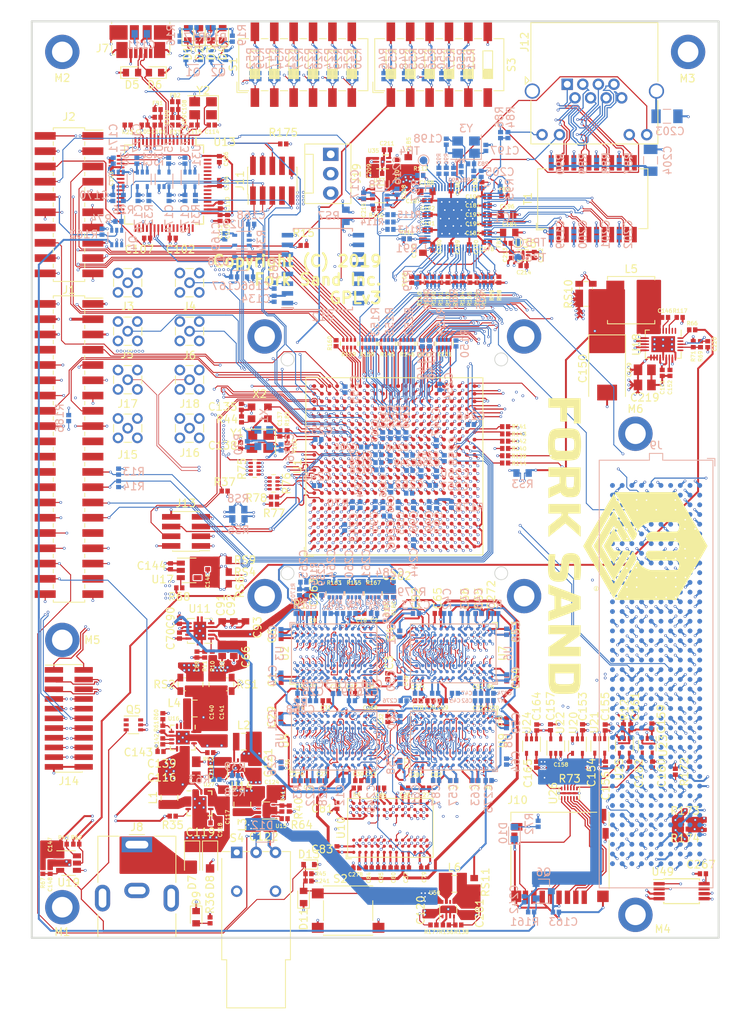
<source format=kicad_pcb>
(kicad_pcb (version 20171130) (host pcbnew 5.0.0-rc3-6a2723a~65~ubuntu16.04.1)

  (general
    (thickness 1.6)
    (drawings 9)
    (tracks 44425)
    (zones 0)
    (modules 548)
    (nets 814)
  )

  (page A3)
  (layers
    (0 F.Cu mixed)
    (1 In1.Cu power)
    (2 In2.Cu mixed)
    (3 In3.Cu mixed)
    (4 In4.Cu mixed)
    (5 In5.Cu mixed)
    (6 In6.Cu mixed)
    (31 B.Cu mixed)
    (32 B.Adhes user)
    (33 F.Adhes user)
    (34 B.Paste user)
    (35 F.Paste user)
    (36 B.SilkS user)
    (37 F.SilkS user)
    (38 B.Mask user)
    (39 F.Mask user)
    (40 Dwgs.User user)
    (41 Cmts.User user)
    (42 Eco1.User user)
    (43 Eco2.User user)
    (44 Edge.Cuts user)
    (45 Margin user)
    (46 B.CrtYd user)
    (47 F.CrtYd user)
    (48 B.Fab user)
    (49 F.Fab user)
  )

  (setup
    (last_trace_width 0.0762)
    (user_trace_width 0.0762)
    (user_trace_width 0.127)
    (user_trace_width 0.2032)
    (user_trace_width 0.254)
    (user_trace_width 0.381)
    (trace_clearance 0.0762)
    (zone_clearance 0.254)
    (zone_45_only no)
    (trace_min 0.0762)
    (segment_width 0.2)
    (edge_width 0.1)
    (via_size 0.3556)
    (via_drill 0.2032)
    (via_min_size 0.3556)
    (via_min_drill 0.2032)
    (uvia_size 0.3)
    (uvia_drill 0.1)
    (uvias_allowed no)
    (uvia_min_size 0.2)
    (uvia_min_drill 0.1)
    (pcb_text_width 0.3)
    (pcb_text_size 1.5 1.5)
    (mod_edge_width 0.15)
    (mod_text_size 1 1)
    (mod_text_width 0.15)
    (pad_size 0.64 2.03)
    (pad_drill 0)
    (pad_to_mask_clearance 0)
    (aux_axis_origin 0 0)
    (visible_elements FFFFFF7F)
    (pcbplotparams
      (layerselection 0x010fc_ffffffff)
      (usegerberextensions false)
      (usegerberattributes false)
      (usegerberadvancedattributes false)
      (creategerberjobfile false)
      (excludeedgelayer true)
      (linewidth 0.100000)
      (plotframeref false)
      (viasonmask false)
      (mode 1)
      (useauxorigin false)
      (hpglpennumber 1)
      (hpglpenspeed 20)
      (hpglpendiameter 15.000000)
      (psnegative false)
      (psa4output false)
      (plotreference true)
      (plotvalue true)
      (plotinvisibletext false)
      (padsonsilk false)
      (subtractmaskfromsilk false)
      (outputformat 1)
      (mirror false)
      (drillshape 0)
      (scaleselection 1)
      (outputdirectory "Gerber/"))
  )

  (net 0 "")
  (net 1 +1V2)
  (net 2 VD)
  (net 3 VDD_DDR_VPP_N)
  (net 4 +3V3)
  (net 5 VAA)
  (net 6 VCCQ)
  (net 7 /FT2232/VPLL_FT)
  (net 8 VDDA)
  (net 9 /FT2232/VPHY_FT)
  (net 10 "Net-(C111-Pad2)")
  (net 11 "Net-(C114-Pad2)")
  (net 12 "Net-(C115-Pad2)")
  (net 13 +5V)
  (net 14 +12V)
  (net 15 "Net-(C119-Pad2)")
  (net 16 VDD_GIVDD_P)
  (net 17 VDD_DDRPLL_N)
  (net 18 AVDD_DDRPLL_N)
  (net 19 VDD_GIVDD_N)
  (net 20 VDD_GEMGXLPLL_N)
  (net 21 VDD_IO_N)
  (net 22 "Net-(C137-Pad2)")
  (net 23 "Net-(C138-Pad2)")
  (net 24 VMEM)
  (net 25 "Net-(C142-Pad2)")
  (net 26 "Net-(C142-Pad1)")
  (net 27 "Net-(C143-Pad1)")
  (net 28 AVDD_DDRPLL_P)
  (net 29 "Net-(C146-Pad1)")
  (net 30 "Net-(C146-Pad2)")
  (net 31 /Power.sch/PWR_ON)
  (net 32 VDD_DDRPLL_P)
  (net 33 "Net-(C152-Pad2)")
  (net 34 +3.3VA)
  (net 35 +1V0)
  (net 36 "Net-(C181-Pad1)")
  (net 37 +2V5)
  (net 38 "Net-(C193-Pad1)")
  (net 39 "Net-(C197-Pad2)")
  (net 40 "Net-(C198-Pad2)")
  (net 41 /Ethernet/P0_D2_N)
  (net 42 "Net-(C200-Pad2)")
  (net 43 "Net-(C201-Pad2)")
  (net 44 "Net-(C202-Pad2)")
  (net 45 "Net-(C204-Pad2)")
  (net 46 "Net-(C205-Pad1)")
  (net 47 VDD_OTP_N)
  (net 48 VDD_COREPLL_N)
  (net 49 "Net-(C211-Pad2)")
  (net 50 "Net-(C220-Pad2)")
  (net 51 RESET_N)
  (net 52 VDD)
  (net 53 "Net-(C265-Pad2)")
  (net 54 DDR_CLK_P)
  (net 55 DDR_CLK_N)
  (net 56 +3.3VP)
  (net 57 VDD_DDR_VPP_P)
  (net 58 "Net-(D1-Pad2)")
  (net 59 "Net-(D1-Pad1)")
  (net 60 "Net-(D2-Pad2)")
  (net 61 "Net-(D2-Pad1)")
  (net 62 "Net-(D3-Pad1)")
  (net 63 "Net-(D3-Pad2)")
  (net 64 "Net-(D4-Pad1)")
  (net 65 "Net-(D4-Pad2)")
  (net 66 /FT2232/USB_D_P)
  (net 67 /FT2232/USB_D_N)
  (net 68 "Net-(D7-Pad2)")
  (net 69 "Net-(D9-Pad2)")
  (net 70 /Freedom-U540_2/SD_CD)
  (net 71 "Net-(IC1-Pad1)")
  (net 72 /Ethernet/P0_D2_P)
  (net 73 /Ethernet/P0_D1_N)
  (net 74 /Ethernet/P0_D1_P)
  (net 75 /Ethernet/P0_D0_N)
  (net 76 /Ethernet/P0_D0_P)
  (net 77 "Net-(IC1-Pad15)")
  (net 78 "Net-(IC1-Pad16)")
  (net 79 /Ethernet/COL)
  (net 80 /Ethernet/CRS)
  (net 81 /Ethernet/RXD7)
  (net 82 /Ethernet/RXD6)
  (net 83 /Ethernet/RXD5)
  (net 84 /Ethernet/RXD4)
  (net 85 /Ethernet/RXD3)
  (net 86 /Ethernet/RXD2)
  (net 87 /Ethernet/RXD1)
  (net 88 /Ethernet/RXD0)
  (net 89 /Ethernet/RX_DV)
  (net 90 /Ethernet/RX_ER)
  (net 91 /Ethernet/RX_CLK)
  (net 92 GEMGXL_TX_EN)
  (net 93 GEMGXL_TX_ER)
  (net 94 /Ethernet/TX_CLK)
  (net 95 GEMGXL_GTX_CLK)
  (net 96 GEMGXL_TXD0)
  (net 97 GEMGXL_TXD1)
  (net 98 GEMGXL_TXD2)
  (net 99 GEMGXL_TXD3)
  (net 100 GEMGXL_TXD4)
  (net 101 GEMGXL_TXD5)
  (net 102 GEMGXL_TXD6)
  (net 103 GEMGXL_TXD7)
  (net 104 GEMGXL_MDC)
  (net 105 GEMGXL_MDIO)
  (net 106 /Ethernet/GEMGXL_MDINT)
  (net 107 /Ethernet/FASTLINK_FAIL_2V5)
  (net 108 /Ethernet/GEMGXL_RST_2V5)
  (net 109 /Ethernet/CLKOUT)
  (net 110 "Net-(IC1-Pad55)")
  (net 111 "Net-(IC1-Pad56)")
  (net 112 /Ethernet/CLK_SQUELCH_IN)
  (net 113 /Ethernet/ELED1)
  (net 114 /Ethernet/ELED0)
  (net 115 "Net-(IC1-Pad61)")
  (net 116 "Net-(IC1-Pad62)")
  (net 117 "Net-(IC1-Pad64)")
  (net 118 "Net-(IC1-Pad65)")
  (net 119 "Net-(IC1-Pad66)")
  (net 120 PWR_BTN_N)
  (net 121 UART0_TX)
  (net 122 UART0_RX)
  (net 123 /Freedom-U540_2/QSPI1_SCK_R)
  (net 124 /Freedom-U540_2/QSPI1_DQ1_R)
  (net 125 /Freedom-U540_2/UART1_TX)
  (net 126 /Freedom-U540_2/QSPI1_CS0_R)
  (net 127 /Freedom-U540_2/UART1_RX)
  (net 128 /Freedom-U540_2/QSPI1_DQ0_R)
  (net 129 /Freedom-U540_2/I2C0_SCL)
  (net 130 /Freedom-U540_2/I2C0_SDA)
  (net 131 "Net-(J1-Pad19)")
  (net 132 "Net-(J1-Pad20)")
  (net 133 "Net-(J1-Pad21)")
  (net 134 "Net-(J1-Pad22)")
  (net 135 /Freedom-U540_2/GPIO0)
  (net 136 /Freedom-U540_2/GPIO1)
  (net 137 /Freedom-U540_2/GPIO2)
  (net 138 /Freedom-U540_2/GPIO3)
  (net 139 /Freedom-U540_2/GPIO4)
  (net 140 /Freedom-U540_2/GPIO5)
  (net 141 /Freedom-U540_2/GPIO6)
  (net 142 /Freedom-U540_2/GPIO7)
  (net 143 /Freedom-U540_2/GPIO8)
  (net 144 /Freedom-U540_2/GPIO9)
  (net 145 /Freedom-U540_2/GPIO15)
  (net 146 /Freedom-U540_2/PWM0_0)
  (net 147 /Freedom-U540_2/PWM0_2)
  (net 148 /Freedom-U540_2/PWM0_1)
  (net 149 /Freedom-U540_2/PWM0_3)
  (net 150 GEMGXL_RST)
  (net 151 /Freedom-U540_2/QSPI1_DQ2_R)
  (net 152 FASTLINK_FAIL)
  (net 153 /Freedom-U540_2/QSPI1_DQ3_R)
  (net 154 /Freedom-U540_2/EN_VDD_SD)
  (net 155 /Freedom-U540_2/QSPI1_CS1_R)
  (net 156 /Freedom-U540_2/QSPI1_CS2_R)
  (net 157 /Freedom-U540_2/QSPI1_CS3_R)
  (net 158 /Freedom-U540_2/PWM1_0)
  (net 159 /Freedom-U540_2/PWM1_1)
  (net 160 /Freedom-U540_2/PWM1_2)
  (net 161 /Freedom-U540_2/PWM1_3)
  (net 162 /Freedom-U540_2/IO_PRCI_RSVD2)
  (net 163 /Freedom-U540_2/IO_PRCI_RSVD13)
  (net 164 /Freedom-U540_2/IO_PRCI_RSVD14)
  (net 165 /Freedom-U540_2/IO_PRCI_RSVD15)
  (net 166 "Net-(J7-Pad4)")
  (net 167 "Net-(J9-PadK40)")
  (net 168 "Net-(J9-PadK38)")
  (net 169 "Net-(J9-PadK37)")
  (net 170 "Net-(J9-PadK35)")
  (net 171 "Net-(J9-PadK34)")
  (net 172 "Net-(J9-PadK32)")
  (net 173 "Net-(J9-PadK31)")
  (net 174 "Net-(J9-PadK29)")
  (net 175 "Net-(J9-PadK28)")
  (net 176 "Net-(J9-PadK26)")
  (net 177 "Net-(J9-PadK25)")
  (net 178 "Net-(J9-PadK23)")
  (net 179 "Net-(J9-PadK22)")
  (net 180 "Net-(J9-PadK20)")
  (net 181 "Net-(J9-PadK19)")
  (net 182 "Net-(J9-PadK17)")
  (net 183 "Net-(J9-PadK16)")
  (net 184 "Net-(J9-PadK14)")
  (net 185 "Net-(J9-PadK13)")
  (net 186 "Net-(J9-PadK11)")
  (net 187 "Net-(J9-PadK10)")
  (net 188 "Net-(J9-PadK8)")
  (net 189 "Net-(J9-PadK7)")
  (net 190 "Net-(J9-PadK5)")
  (net 191 "Net-(J9-PadK4)")
  (net 192 "Net-(J9-PadK1)")
  (net 193 "Net-(J9-PadJ39)")
  (net 194 "Net-(J9-PadJ37)")
  (net 195 "Net-(J9-PadJ36)")
  (net 196 "Net-(J9-PadJ34)")
  (net 197 "Net-(J9-PadJ33)")
  (net 198 "Net-(J9-PadJ31)")
  (net 199 "Net-(J9-PadJ30)")
  (net 200 "Net-(J9-PadJ28)")
  (net 201 "Net-(J9-PadJ27)")
  (net 202 "Net-(J9-PadJ25)")
  (net 203 "Net-(J9-PadJ24)")
  (net 204 "Net-(J9-PadJ22)")
  (net 205 "Net-(J9-PadJ21)")
  (net 206 "Net-(J9-PadJ19)")
  (net 207 "Net-(J9-PadJ18)")
  (net 208 "Net-(J9-PadJ16)")
  (net 209 "Net-(J9-PadJ15)")
  (net 210 "Net-(J9-PadJ13)")
  (net 211 "Net-(J9-PadJ12)")
  (net 212 "Net-(J9-PadJ10)")
  (net 213 "Net-(J9-PadJ9)")
  (net 214 "Net-(J9-PadJ7)")
  (net 215 "Net-(J9-PadJ6)")
  (net 216 "Net-(J9-PadJ3)")
  (net 217 "Net-(J9-PadJ2)")
  (net 218 "Net-(J9-PadF40)")
  (net 219 "Net-(J9-PadF38)")
  (net 220 "Net-(J9-PadF37)")
  (net 221 "Net-(J9-PadF35)")
  (net 222 "Net-(J9-PadF34)")
  (net 223 "Net-(J9-PadF32)")
  (net 224 "Net-(J9-PadF31)")
  (net 225 "Net-(J9-PadF29)")
  (net 226 "Net-(J9-PadF28)")
  (net 227 "Net-(J9-PadF26)")
  (net 228 "Net-(J9-PadF25)")
  (net 229 "Net-(J9-PadF23)")
  (net 230 "Net-(J9-PadF22)")
  (net 231 "Net-(J9-PadF20)")
  (net 232 "Net-(J9-PadF19)")
  (net 233 "Net-(J9-PadF17)")
  (net 234 "Net-(J9-PadF16)")
  (net 235 "Net-(J9-PadF14)")
  (net 236 "Net-(J9-PadF13)")
  (net 237 "Net-(J9-PadF11)")
  (net 238 "Net-(J9-PadF10)")
  (net 239 "Net-(J9-PadF8)")
  (net 240 "Net-(J9-PadF7)")
  (net 241 "Net-(J9-PadF5)")
  (net 242 "Net-(J9-PadF4)")
  (net 243 PG_1V8)
  (net 244 "Net-(J9-PadE39)")
  (net 245 "Net-(J9-PadE37)")
  (net 246 "Net-(J9-PadE36)")
  (net 247 "Net-(J9-PadE34)")
  (net 248 "Net-(J9-PadE33)")
  (net 249 "Net-(J9-PadE31)")
  (net 250 "Net-(J9-PadE30)")
  (net 251 "Net-(J9-PadE28)")
  (net 252 "Net-(J9-PadE27)")
  (net 253 "Net-(J9-PadE25)")
  (net 254 "Net-(J9-PadE24)")
  (net 255 "Net-(J9-PadE22)")
  (net 256 "Net-(J9-PadE21)")
  (net 257 "Net-(J9-PadE19)")
  (net 258 "Net-(J9-PadE18)")
  (net 259 "Net-(J9-PadE16)")
  (net 260 "Net-(J9-PadE15)")
  (net 261 "Net-(J9-PadE13)")
  (net 262 "Net-(J9-PadE12)")
  (net 263 "Net-(J9-PadE10)")
  (net 264 "Net-(J9-PadE9)")
  (net 265 "Net-(J9-PadE7)")
  (net 266 "Net-(J9-PadE6)")
  (net 267 "Net-(J9-PadE3)")
  (net 268 "Net-(J9-PadE2)")
  (net 269 "Net-(J9-PadA39)")
  (net 270 "Net-(J9-PadA38)")
  (net 271 "Net-(J9-PadA35)")
  (net 272 "Net-(J9-PadA34)")
  (net 273 "Net-(J9-PadA31)")
  (net 274 "Net-(J9-PadA30)")
  (net 275 "Net-(J9-PadA27)")
  (net 276 "Net-(J9-PadA26)")
  (net 277 "Net-(J9-PadA23)")
  (net 278 "Net-(J9-PadA22)")
  (net 279 "Net-(J9-PadA19)")
  (net 280 "Net-(J9-PadA18)")
  (net 281 "Net-(J9-PadA15)")
  (net 282 "Net-(J9-PadA14)")
  (net 283 "Net-(J9-PadA11)")
  (net 284 "Net-(J9-PadA10)")
  (net 285 "Net-(J9-PadA7)")
  (net 286 "Net-(J9-PadA6)")
  (net 287 "Net-(J9-PadA3)")
  (net 288 "Net-(J9-PadA2)")
  (net 289 "Net-(J9-PadB40)")
  (net 290 "Net-(J9-PadB37)")
  (net 291 "Net-(J9-PadB36)")
  (net 292 "Net-(J9-PadB33)")
  (net 293 "Net-(J9-PadB32)")
  (net 294 "Net-(J9-PadB29)")
  (net 295 "Net-(J9-PadB28)")
  (net 296 "Net-(J9-PadB25)")
  (net 297 "Net-(J9-PadB24)")
  (net 298 "Net-(J9-PadB21)")
  (net 299 "Net-(J9-PadB20)")
  (net 300 "Net-(J9-PadB17)")
  (net 301 "Net-(J9-PadB16)")
  (net 302 "Net-(J9-PadB13)")
  (net 303 "Net-(J9-PadB12)")
  (net 304 "Net-(J9-PadB9)")
  (net 305 "Net-(J9-PadB8)")
  (net 306 "Net-(J9-PadB5)")
  (net 307 "Net-(J9-PadB4)")
  (net 308 "Net-(J9-PadB1)")
  (net 309 CHIPLINK_RX_CLK)
  (net 310 "Net-(J9-PadG3)")
  (net 311 CHIPLINK_TX_DAT0)
  (net 312 CHIPLINK_TX_DAT1)
  (net 313 CHIPLINK_TX_DAT6)
  (net 314 CHIPLINK_TX_DAT7)
  (net 315 CHIPLINK_TX_DAT16)
  (net 316 CHIPLINK_TX_DAT17)
  (net 317 CHIPLINK_TX_DAT24)
  (net 318 CHIPLINK_TX_DAT25)
  (net 319 CHIPLINK_TX_SEND)
  (net 320 CHIPLINK_TX_RST)
  (net 321 "Net-(J9-PadG39)")
  (net 322 CHIPLINK_RX_RST)
  (net 323 CHIPLINK_RX_SEND)
  (net 324 CHIPLINK_RX_DAT29)
  (net 325 CHIPLINK_RX_DAT28)
  (net 326 CHIPLINK_RX_DAT25)
  (net 327 CHIPLINK_RX_DAT24)
  (net 328 CHIPLINK_RX_DAT17)
  (net 329 CHIPLINK_RX_DAT16)
  (net 330 CHIPLINK_RX_DAT11)
  (net 331 CHIPLINK_RX_DAT10)
  (net 332 CHIPLINK_RX_DAT7)
  (net 333 CHIPLINK_RX_DAT6)
  (net 334 CHIPLINK_RX_DAT4)
  (net 335 CHIPLINK_RX_DAT5)
  (net 336 CHIPLINK_RX_DAT8)
  (net 337 CHIPLINK_RX_DAT9)
  (net 338 CHIPLINK_RX_DAT14)
  (net 339 CHIPLINK_RX_DAT15)
  (net 340 CHIPLINK_RX_DAT22)
  (net 341 CHIPLINK_RX_DAT23)
  (net 342 CHIPLINK_RX_DAT26)
  (net 343 CHIPLINK_RX_DAT27)
  (net 344 CHIPLINK_RX_DAT30)
  (net 345 CHIPLINK_RX_DAT31)
  (net 346 "Net-(J9-PadH40)")
  (net 347 CHIPLINK_TX_DAT31)
  (net 348 CHIPLINK_TX_DAT30)
  (net 349 CHIPLINK_TX_DAT23)
  (net 350 CHIPLINK_TX_DAT22)
  (net 351 CHIPLINK_TX_DAT15)
  (net 352 CHIPLINK_TX_DAT14)
  (net 353 CHIPLINK_TX_DAT9)
  (net 354 CHIPLINK_TX_DAT8)
  (net 355 CHIPLINK_TX_DAT5)
  (net 356 CHIPLINK_TX_DAT4)
  (net 357 "Net-(J9-PadH5)")
  (net 358 CHIPLINK_TX_CLK)
  (net 359 "Net-(J9-PadD1)")
  (net 360 "Net-(J9-PadD4)")
  (net 361 "Net-(J9-PadD5)")
  (net 362 CHIPLINK_TX_DAT2)
  (net 363 CHIPLINK_TX_DAT3)
  (net 364 CHIPLINK_TX_DAT10)
  (net 365 CHIPLINK_TX_DAT11)
  (net 366 CHIPLINK_TX_DAT18)
  (net 367 CHIPLINK_TX_DAT19)
  (net 368 CHIPLINK_TX_DAT26)
  (net 369 CHIPLINK_TX_DAT27)
  (net 370 CHIPLINK_RX_DAT0)
  (net 371 "Net-(J9-PadD40)")
  (net 372 "Net-(J9-PadD38)")
  (net 373 "Net-(J9-PadD36)")
  (net 374 /FMC.sch/FMC_GA1)
  (net 375 "Net-(J9-PadD34)")
  (net 376 "Net-(J9-PadD33)")
  (net 377 "Net-(J9-PadD31)")
  (net 378 "Net-(J9-PadD30)")
  (net 379 "Net-(J9-PadD29)")
  (net 380 CHIPLINK_RX_DAT19)
  (net 381 CHIPLINK_RX_DAT18)
  (net 382 CHIPLINK_RX_DAT13)
  (net 383 CHIPLINK_RX_DAT12)
  (net 384 CHIPLINK_RX_DAT1)
  (net 385 CHIPLINK_RX_DAT2)
  (net 386 CHIPLINK_RX_DAT3)
  (net 387 CHIPLINK_RX_DAT20)
  (net 388 CHIPLINK_RX_DAT21)
  (net 389 /FMC.sch/FMC_SCL)
  (net 390 /FMC.sch/FMC_SDA)
  (net 391 /FMC.sch/FMC_GA0)
  (net 392 "Net-(J9-PadC35)")
  (net 393 "Net-(J9-PadC39)")
  (net 394 CHIPLINK_TX_DAT29)
  (net 395 CHIPLINK_TX_DAT28)
  (net 396 CHIPLINK_TX_DAT21)
  (net 397 CHIPLINK_TX_DAT20)
  (net 398 CHIPLINK_TX_DAT13)
  (net 399 CHIPLINK_TX_DAT12)
  (net 400 "Net-(J9-PadC7)")
  (net 401 "Net-(J9-PadC6)")
  (net 402 "Net-(J9-PadC3)")
  (net 403 "Net-(J9-PadC2)")
  (net 404 /Freedom-U540_2/QSPI2_HOLD_CON)
  (net 405 /Freedom-U540_2/QSPI2_MISO_CON)
  (net 406 /Freedom-U540_2/QSPI2_SCK_CON)
  (net 407 /Freedom-U540_2/QSPI2_MOSI_CON)
  (net 408 /Freedom-U540_2/QSPI2_CS_CON)
  (net 409 /Freedom-U540_2/QSPI2_WP_CON)
  (net 410 JTAG_TCK)
  (net 411 JTAG_TDO)
  (net 412 JTAG_TMS)
  (net 413 "Net-(J11-Pad7)")
  (net 414 "Net-(J11-Pad8)")
  (net 415 JTAG_TDI)
  (net 416 /Ethernet/MX4_N)
  (net 417 /Ethernet/MX2_N)
  (net 418 /Ethernet/MX3_P)
  (net 419 /Ethernet/MX1_N)
  (net 420 /Ethernet/MX3_N)
  (net 421 /Ethernet/MX2_P)
  (net 422 /Ethernet/MX1_P)
  (net 423 "Net-(J12-Pad9)")
  (net 424 "Net-(J12-Pad11)")
  (net 425 /Freedom-U540_2/IO_PRCI_RSVD3)
  (net 426 /Freedom-U540_2/IO_PRCI_RSVD4)
  (net 427 /Freedom-U540_2/IO_PRCI_RSVD5)
  (net 428 /Freedom-U540_2/IO_PRCI_RSVD6)
  (net 429 /Freedom-U540_2/IO_PRCI_RSVD7)
  (net 430 /Freedom-U540_2/IO_PRCI_RSVD8)
  (net 431 /Freedom-U540_2/IO_PRCI_RSVD9)
  (net 432 VDD_SOC_CORE_P)
  (net 433 VDD_SOC_CORE_N)
  (net 434 VDD_DDR_SOC_P)
  (net 435 VDD_DDR_SOC_N)
  (net 436 VDD_DDR_MEM_P)
  (net 437 VDD_DDR_MEM_N)
  (net 438 /Freedom-U540_1/IO_DDR_RSVD0)
  (net 439 /Freedom-U540_1/IO_DDR_RSVD1)
  (net 440 /Freedom-U540_1/IO_DDR_RSVD2)
  (net 441 /Freedom-U540_1/IO_DDR_RSVD3)
  (net 442 "Net-(J19-Pad1)")
  (net 443 "Net-(L1-Pad1)")
  (net 444 "Net-(L2-Pad1)")
  (net 445 "Net-(L3-Pad1)")
  (net 446 "Net-(L4-Pad1)")
  (net 447 "Net-(L6-Pad1)")
  (net 448 "Net-(Q4-Pad3)")
  (net 449 /FT2232/FT_JTAG_SRST)
  (net 450 "Net-(R1-Pad2)")
  (net 451 "Net-(R2-Pad2)")
  (net 452 "Net-(R3-Pad2)")
  (net 453 "Net-(R4-Pad2)")
  (net 454 "Net-(R5-Pad2)")
  (net 455 "Net-(R6-Pad2)")
  (net 456 "Net-(R7-Pad2)")
  (net 457 "Net-(R8-Pad2)")
  (net 458 "Net-(R9-Pad2)")
  (net 459 /Freedom-U540_2/QSPI2_CS_R)
  (net 460 /Freedom-U540_2/QSPI0_CS)
  (net 461 "Net-(R20-Pad2)")
  (net 462 /Freedom-U540_2/MSEL0)
  (net 463 /Freedom-U540_2/MSEL1)
  (net 464 /Freedom-U540_2/MSEL2)
  (net 465 /Freedom-U540_2/MSEL3)
  (net 466 "Net-(R26-Pad2)")
  (net 467 "Net-(R31-Pad2)")
  (net 468 "Net-(R32-Pad2)")
  (net 469 "Net-(R33-Pad2)")
  (net 470 "Net-(R34-Pad2)")
  (net 471 "Net-(R35-Pad1)")
  (net 472 PORESET_N)
  (net 473 "Net-(R38-Pad1)")
  (net 474 "Net-(R40-Pad1)")
  (net 475 /Power.sch/PWR_EN1)
  (net 476 /Power.sch/EN_DDR)
  (net 477 "Net-(R44-Pad1)")
  (net 478 /Freedom-U540_2/IO_PRCI_RSVD0)
  (net 479 /Freedom-U540_2/RTCXSEL)
  (net 480 /Freedom-U540_2/IO_PRCI_RSVD1)
  (net 481 /Freedom-U540_2/IO_PRCI_RSVD10)
  (net 482 /Freedom-U540_2/IO_PRCI_RSVD12)
  (net 483 /Freedom-U540_2/IO_PRCI_RSVD11)
  (net 484 /Freedom-U540_2/HFXSEL)
  (net 485 "Net-(R60-Pad1)")
  (net 486 /Power.sch/PWR_EN2)
  (net 487 /Power.sch/EN_3V3)
  (net 488 /Power.sch/EN_1V8)
  (net 489 "Net-(R65-Pad2)")
  (net 490 /Power.sch/EN_CORE)
  (net 491 /Power.sch/EN_PLL)
  (net 492 "Net-(R69-Pad1)")
  (net 493 "Net-(R70-Pad2)")
  (net 494 /Freedom-U540_2/QSPI2_MISO_3V3)
  (net 495 /Freedom-U540_1/GEMGXL_TXD3_R)
  (net 496 /Freedom-U540_1/GEMGXL_TXD2_R)
  (net 497 /Freedom-U540_1/GEMGXL_TXD0_R)
  (net 498 /Freedom-U540_1/GEMGXL_TXD1_R)
  (net 499 /Freedom-U540_1/GEMGXL_TXD7_R)
  (net 500 /Freedom-U540_1/GEMGXL_TXD6_R)
  (net 501 /Freedom-U540_1/GEMGXL_TXD4_R)
  (net 502 /Freedom-U540_1/GEMGXL_TXD5_R)
  (net 503 /Freedom-U540_1/GEMGXL_TX_EN_R)
  (net 504 /Freedom-U540_1/GEMGXL_TX_ER_R)
  (net 505 GEMGXL_RX_CLK)
  (net 506 GEMGXL_RX_DV)
  (net 507 GEMGXL_RX_ER)
  (net 508 GEMGXL_RXD0)
  (net 509 GEMGXL_RXD1)
  (net 510 GEMGXL_RXD5)
  (net 511 GEMGXL_RXD4)
  (net 512 GEMGXL_RXD2)
  (net 513 GEMGXL_RXD3)
  (net 514 GEMGXL_RXD7)
  (net 515 GEMGXL_RXD6)
  (net 516 GEMGXL_RX_CRS)
  (net 517 GEMGXL_RX_COL)
  (net 518 "Net-(R87-Pad2)")
  (net 519 "Net-(R89-Pad2)")
  (net 520 "Net-(R90-Pad2)")
  (net 521 GEMGXL_TX_CLK)
  (net 522 "Net-(R117-Pad1)")
  (net 523 "Net-(R138-Pad1)")
  (net 524 /Freedom-U540_2/QSPI2_SCK_R)
  (net 525 /Freedom-U540_2/QSPI2_SCK)
  (net 526 /Freedom-U540_2/QSPI2_HOLD)
  (net 527 /Freedom-U540_2/QSPI2_HOLD_R)
  (net 528 /Freedom-U540_2/QSPI2_MOSI)
  (net 529 /Freedom-U540_2/QSPI2_MOSI_R)
  (net 530 /Freedom-U540_2/QSPI2_MISO_R)
  (net 531 /Freedom-U540_2/QSPI2_MISO)
  (net 532 /Freedom-U540_2/QSPI2_WP)
  (net 533 /Freedom-U540_2/QSPI2_WP_R)
  (net 534 /Freedom-U540_2/QSPI2_CS)
  (net 535 /Freedom-U540_1/CHIPLINK_TX_DAT18_R)
  (net 536 /Freedom-U540_1/CHIPLINK_TX_DAT24_R)
  (net 537 /Freedom-U540_1/CHIPLINK_TX_DAT29_R)
  (net 538 /Freedom-U540_1/CHIPLINK_TX_DAT26_R)
  (net 539 /Freedom-U540_1/CHIPLINK_TX_DAT22_R)
  (net 540 /Freedom-U540_1/CHIPLINK_TX_DAT14_R)
  (net 541 /Freedom-U540_1/CHIPLINK_TX_DAT25_R)
  (net 542 /Freedom-U540_1/CHIPLINK_TX_DAT16_R)
  (net 543 /Freedom-U540_1/CHIPLINK_TX_DAT13_R)
  (net 544 /Freedom-U540_1/CHIPLINK_TX_DAT8_R)
  (net 545 /Freedom-U540_1/CHIPLINK_TX_DAT10_R)
  (net 546 /Freedom-U540_1/CHIPLINK_TX_DAT17_R)
  (net 547 /Freedom-U540_1/CHIPLINK_TX_CLK_R)
  (net 548 /Freedom-U540_1/CHIPLINK_TX_SEND_R)
  (net 549 /Freedom-U540_1/CHIPLINK_TX_RST_R)
  (net 550 /Freedom-U540_1/CHIPLINK_TX_DAT7_R)
  (net 551 /Freedom-U540_1/CHIPLINK_TX_DAT5_R)
  (net 552 /Freedom-U540_1/CHIPLINK_TX_DAT11_R)
  (net 553 /Freedom-U540_1/CHIPLINK_TX_DAT9_R)
  (net 554 /Freedom-U540_1/CHIPLINK_TX_DAT21_R)
  (net 555 /Freedom-U540_1/CHIPLINK_TX_DAT6_R)
  (net 556 /Freedom-U540_1/CHIPLINK_TX_DAT2_R)
  (net 557 /Freedom-U540_1/CHIPLINK_TX_DAT12_R)
  (net 558 /Freedom-U540_1/CHIPLINK_TX_DAT31_R)
  (net 559 /Freedom-U540_1/CHIPLINK_TX_DAT30_R)
  (net 560 /Freedom-U540_1/CHIPLINK_TX_DAT27_R)
  (net 561 /Freedom-U540_1/CHIPLINK_TX_DAT28_R)
  (net 562 /Freedom-U540_1/CHIPLINK_TX_DAT0_R)
  (net 563 /Freedom-U540_1/CHIPLINK_TX_DAT1_R)
  (net 564 /Freedom-U540_1/CHIPLINK_TX_DAT3_R)
  (net 565 /Freedom-U540_1/CHIPLINK_TX_DAT4_R)
  (net 566 /Freedom-U540_1/CHIPLINK_TX_DAT19_R)
  (net 567 /Freedom-U540_1/CHIPLINK_TX_DAT23_R)
  (net 568 /Freedom-U540_1/CHIPLINK_TX_DAT20_R)
  (net 569 /Freedom-U540_1/CHIPLINK_TX_DAT15_R)
  (net 570 /Freedom-U540_2/QSPI1_DQ1)
  (net 571 /Freedom-U540_2/QSPI1_DQ3)
  (net 572 /Freedom-U540_2/QSPI1_CS3)
  (net 573 /Freedom-U540_2/QSPI1_CS0)
  (net 574 /Freedom-U540_2/QSPI1_CS2)
  (net 575 /Freedom-U540_2/QSPI1_SCK)
  (net 576 /Freedom-U540_2/QSPI1_DQ0)
  (net 577 /Freedom-U540_2/QSPI1_CS1)
  (net 578 /Freedom-U540_2/QSPI1_DQ2)
  (net 579 DDR_ODT)
  (net 580 DDR_CKE)
  (net 581 DDR_CKE1)
  (net 582 DDR_WE_N)
  (net 583 DDR_CS0_N)
  (net 584 DDR_CAS_N)
  (net 585 DDR_CS1_N)
  (net 586 DDR_RAS_N)
  (net 587 DDR_BA0)
  (net 588 DDR_BG0)
  (net 589 DDR_A10)
  (net 590 DDR_ACT_N)
  (net 591 DDR_BA1)
  (net 592 DDR_BG1)
  (net 593 DDR_A3)
  (net 594 DDR_A12)
  (net 595 DDR_A4)
  (net 596 DDR_A0)
  (net 597 DDR_A6)
  (net 598 DDR_A8)
  (net 599 DDR_A1)
  (net 600 DDR_A9)
  (net 601 DDR_A5)
  (net 602 DDR_A7)
  (net 603 DDR_A13)
  (net 604 /Power.sch/EN_DDR_VPP)
  (net 605 DDR_ALERT_N)
  (net 606 DDR_PARITY_IN)
  (net 607 DDR_A11)
  (net 608 DDR_A2)
  (net 609 "Net-(R183-Pad2)")
  (net 610 DDR_ODT1)
  (net 611 /Freedom-U540_2/GPIO10)
  (net 612 "Net-(S3-Pad6)")
  (net 613 "Net-(S4-Pad1)")
  (net 614 /Freedom-U540_2/RTCXALTCLKIN)
  (net 615 /Freedom-U540_2/HFXCLKIN)
  (net 616 /Freedom-U540_2/QSPI0_DQ3)
  (net 617 /Freedom-U540_2/QSPI0_SCK)
  (net 618 /Freedom-U540_2/QSPI0_DQ0)
  (net 619 /Freedom-U540_2/QSPI0_DQ1)
  (net 620 /Freedom-U540_2/QSPI0_DQ2)
  (net 621 "Net-(U2-PadN7)")
  (net 622 "Net-(U2-PadA3)")
  (net 623 "Net-(U3-PadN7)")
  (net 624 "Net-(U3-PadA3)")
  (net 625 "Net-(U4-PadA3)")
  (net 626 "Net-(U4-PadN7)")
  (net 627 "Net-(U5-PadN7)")
  (net 628 "Net-(U5-PadA3)")
  (net 629 "Net-(U6-PadA3)")
  (net 630 "Net-(U6-PadN7)")
  (net 631 "Net-(U7-PadA3)")
  (net 632 "Net-(U7-PadN7)")
  (net 633 "Net-(U8-PadN7)")
  (net 634 "Net-(U8-PadA3)")
  (net 635 "Net-(U9-PadA3)")
  (net 636 "Net-(U9-PadN7)")
  (net 637 "Net-(U10-PadA3)")
  (net 638 "Net-(U10-PadN7)")
  (net 639 "Net-(U12-Pad4)")
  (net 640 "Net-(U12-Pad5)")
  (net 641 "Net-(U12-Pad6)")
  (net 642 "Net-(U12-Pad11)")
  (net 643 "Net-(U12-Pad12)")
  (net 644 "Net-(U12-Pad13)")
  (net 645 "Net-(U12-Pad14)")
  (net 646 /FT2232/FT_JTAG_TCK)
  (net 647 /FT2232/FT_JTAG_TDI)
  (net 648 /FT2232/FT_JTAG_TDO)
  (net 649 /FT2232/FT_JTAG_TMS)
  (net 650 "Net-(U13-Pad21)")
  (net 651 "Net-(U13-Pad23)")
  (net 652 "Net-(U13-Pad24)")
  (net 653 "Net-(U13-Pad26)")
  (net 654 "Net-(U13-Pad27)")
  (net 655 "Net-(U13-Pad28)")
  (net 656 "Net-(U13-Pad29)")
  (net 657 "Net-(U13-Pad30)")
  (net 658 "Net-(U13-Pad32)")
  (net 659 "Net-(U13-Pad33)")
  (net 660 "Net-(U13-Pad34)")
  (net 661 "Net-(U13-Pad36)")
  (net 662 /FT2232/FT_UART_TX)
  (net 663 /FT2232/FT_UART_RX)
  (net 664 "Net-(U13-Pad40)")
  (net 665 "Net-(U13-Pad41)")
  (net 666 "Net-(U13-Pad43)")
  (net 667 "Net-(U13-Pad44)")
  (net 668 "Net-(U13-Pad45)")
  (net 669 "Net-(U13-Pad46)")
  (net 670 "Net-(U13-Pad48)")
  (net 671 "Net-(U13-Pad52)")
  (net 672 "Net-(U13-Pad53)")
  (net 673 "Net-(U13-Pad54)")
  (net 674 "Net-(U13-Pad55)")
  (net 675 "Net-(U13-Pad57)")
  (net 676 "Net-(U13-Pad58)")
  (net 677 "Net-(U13-Pad59)")
  (net 678 "Net-(U13-Pad60)")
  (net 679 "Net-(U13-Pad61)")
  (net 680 "Net-(U13-Pad62)")
  (net 681 "Net-(U13-Pad63)")
  (net 682 "Net-(U14-Pad6)")
  (net 683 "Net-(U16-Pad4)")
  (net 684 "Net-(U17-Pad4)")
  (net 685 "Net-(U18-Pad1)")
  (net 686 "Net-(U18-Pad2)")
  (net 687 "Net-(U18-Pad4)")
  (net 688 "Net-(U18-Pad24)")
  (net 689 "Net-(U18-Pad27)")
  (net 690 /Freedom-U540_2/QSPI2_SCK_3V3)
  (net 691 /Freedom-U540_2/QSPI2_MOSI_3V3)
  (net 692 /Freedom-U540_2/QSPI2_WP_3V3)
  (net 693 /Freedom-U540_2/QSPI2_HOLD_3V3)
  (net 694 /Freedom-U540_2/QSPI2_CS_3V3)
  (net 695 "Net-(U35-Pad5)")
  (net 696 "Net-(U36-Pad2)")
  (net 697 "Net-(U49-Pad7)")
  (net 698 "Net-(U50-Pad6)")
  (net 699 /DDR4_x8_32b_1/REFIN)
  (net 700 "Net-(R23-Pad2)")
  (net 701 "Net-(U11-Pad9)")
  (net 702 "Net-(C199-Pad2)")
  (net 703 /Ethernet/P0_D3_P)
  (net 704 /Ethernet/P0_D3_N)
  (net 705 /Ethernet/MX4_P)
  (net 706 "Net-(R88-Pad2)")
  (net 707 AGND)
  (net 708 DDR_DQ0)
  (net 709 DDR_DQS0_P)
  (net 710 DDR_RESET_N)
  (net 711 DDR_DQ5)
  (net 712 DDR_DQ3)
  (net 713 DDR_DQ2)
  (net 714 DDR_DQ7)
  (net 715 DDR_DQ1)
  (net 716 DDR_DQ4)
  (net 717 DDR_DQ6)
  (net 718 DDR_DQS0_N)
  (net 719 DDR_DM0)
  (net 720 DDR_DQ13)
  (net 721 DDR_DQS1_P)
  (net 722 DDR_DQ9)
  (net 723 DDR_DQ12)
  (net 724 DDR_DQ10)
  (net 725 DDR_DQ11)
  (net 726 DDR_DQ15)
  (net 727 DDR_DQ14)
  (net 728 DDR_DQ8)
  (net 729 DDR_DQS1_N)
  (net 730 DDR_DM1)
  (net 731 DDR_DQ19)
  (net 732 DDR_DQS2_P)
  (net 733 DDR_DQ17)
  (net 734 DDR_DQ22)
  (net 735 DDR_DQ20)
  (net 736 DDR_DQ18)
  (net 737 DDR_DQ23)
  (net 738 DDR_DQ21)
  (net 739 DDR_DQ16)
  (net 740 DDR_DQS2_N)
  (net 741 DDR_DM2)
  (net 742 DDR_DQ25)
  (net 743 DDR_DQS3_P)
  (net 744 DDR_DQ30)
  (net 745 DDR_DQ29)
  (net 746 DDR_DQ28)
  (net 747 DDR_DQ31)
  (net 748 DDR_DQ27)
  (net 749 DDR_DQ24)
  (net 750 DDR_DQ26)
  (net 751 DDR_DQS3_N)
  (net 752 DDR_DM3)
  (net 753 DDR_DQ39)
  (net 754 DDR_DQS4_P)
  (net 755 DDR_DQ34)
  (net 756 DDR_DQ35)
  (net 757 DDR_DQ33)
  (net 758 DDR_DQ37)
  (net 759 DDR_DQ38)
  (net 760 DDR_DQ32)
  (net 761 DDR_DQ36)
  (net 762 DDR_DQS4_N)
  (net 763 DDR_DM4)
  (net 764 DDR_DQ41)
  (net 765 DDR_DQS5_P)
  (net 766 DDR_DQ44)
  (net 767 DDR_DQ42)
  (net 768 DDR_DQ46)
  (net 769 DDR_DQ47)
  (net 770 DDR_DQ43)
  (net 771 DDR_DQ40)
  (net 772 DDR_DQ45)
  (net 773 DDR_DQS5_N)
  (net 774 DDR_DM5)
  (net 775 DDR_DQ53)
  (net 776 DDR_DQS6_P)
  (net 777 DDR_DQ49)
  (net 778 DDR_DQ48)
  (net 779 DDR_DQ54)
  (net 780 DDR_DQ51)
  (net 781 DDR_DQ50)
  (net 782 DDR_DQ52)
  (net 783 DDR_DQ55)
  (net 784 DDR_DQS6_N)
  (net 785 DDR_DM6)
  (net 786 DDR_DQ58)
  (net 787 DDR_DQS7_P)
  (net 788 DDR_DQ61)
  (net 789 DDR_DQ56)
  (net 790 DDR_DQ60)
  (net 791 DDR_DQ59)
  (net 792 DDR_DQ63)
  (net 793 DDR_DQ57)
  (net 794 DDR_DQ62)
  (net 795 DDR_DQS7_N)
  (net 796 DDR_DM7)
  (net 797 DDR_ECC_DQ4)
  (net 798 DDR_ECC_DQS_P)
  (net 799 DDR_ECC_DQ1)
  (net 800 DDR_ECC_DQ6)
  (net 801 DDR_ECC_DQ3)
  (net 802 DDR_ECC_DQ7)
  (net 803 DDR_ECC_DQ0)
  (net 804 DDR_ECC_DQ5)
  (net 805 DDR_ECC_DQ2)
  (net 806 DDR_ECC_DQS_N)
  (net 807 DDR_ECC_DM)
  (net 808 "Net-(J1-Pad8)")
  (net 809 "Net-(J1-Pad24)")
  (net 810 "Net-(J1-Pad26)")
  (net 811 "Net-(J1-Pad31)")
  (net 812 "Net-(J1-Pad37)")
  (net 813 "Net-(J2-Pad14)")

  (net_class Default "Это класс цепей по умолчанию."
    (clearance 0.0762)
    (trace_width 0.0762)
    (via_dia 0.3556)
    (via_drill 0.2032)
    (uvia_dia 0.3)
    (uvia_drill 0.1)
    (diff_pair_gap 0.0762)
    (diff_pair_width 0.0762)
    (add_net "Net-(C199-Pad2)")
    (add_net "Net-(J1-Pad24)")
    (add_net "Net-(J1-Pad26)")
    (add_net "Net-(J1-Pad31)")
    (add_net "Net-(J1-Pad37)")
    (add_net "Net-(J1-Pad8)")
    (add_net "Net-(J2-Pad14)")
    (add_net "Net-(U11-Pad9)")
  )

  (net_class 0,0762 ""
    (clearance 0.0762)
    (trace_width 0.0762)
    (via_dia 0.3556)
    (via_drill 0.2032)
    (uvia_dia 0.3)
    (uvia_drill 0.1)
    (diff_pair_gap 0.0762)
    (diff_pair_width 0.0762)
    (add_net DDR_A0)
    (add_net DDR_A1)
    (add_net DDR_A10)
    (add_net DDR_A11)
    (add_net DDR_A12)
    (add_net DDR_A13)
    (add_net DDR_A2)
    (add_net DDR_A3)
    (add_net DDR_A4)
    (add_net DDR_A5)
    (add_net DDR_A6)
    (add_net DDR_A7)
    (add_net DDR_A8)
    (add_net DDR_A9)
    (add_net DDR_ACT_N)
    (add_net DDR_ALERT_N)
    (add_net DDR_BA0)
    (add_net DDR_BA1)
    (add_net DDR_BG0)
    (add_net DDR_BG1)
    (add_net DDR_CAS_N)
    (add_net DDR_CKE)
    (add_net DDR_CKE1)
    (add_net DDR_CLK_N)
    (add_net DDR_CLK_P)
    (add_net DDR_CS0_N)
    (add_net DDR_CS1_N)
    (add_net DDR_DM0)
    (add_net DDR_DM1)
    (add_net DDR_DM2)
    (add_net DDR_DM3)
    (add_net DDR_DM4)
    (add_net DDR_DM5)
    (add_net DDR_DM6)
    (add_net DDR_DM7)
    (add_net DDR_DQ0)
    (add_net DDR_DQ1)
    (add_net DDR_DQ10)
    (add_net DDR_DQ11)
    (add_net DDR_DQ12)
    (add_net DDR_DQ13)
    (add_net DDR_DQ14)
    (add_net DDR_DQ15)
    (add_net DDR_DQ16)
    (add_net DDR_DQ17)
    (add_net DDR_DQ18)
    (add_net DDR_DQ19)
    (add_net DDR_DQ2)
    (add_net DDR_DQ20)
    (add_net DDR_DQ21)
    (add_net DDR_DQ22)
    (add_net DDR_DQ23)
    (add_net DDR_DQ24)
    (add_net DDR_DQ25)
    (add_net DDR_DQ26)
    (add_net DDR_DQ27)
    (add_net DDR_DQ28)
    (add_net DDR_DQ29)
    (add_net DDR_DQ3)
    (add_net DDR_DQ30)
    (add_net DDR_DQ31)
    (add_net DDR_DQ32)
    (add_net DDR_DQ33)
    (add_net DDR_DQ34)
    (add_net DDR_DQ35)
    (add_net DDR_DQ36)
    (add_net DDR_DQ37)
    (add_net DDR_DQ38)
    (add_net DDR_DQ39)
    (add_net DDR_DQ4)
    (add_net DDR_DQ40)
    (add_net DDR_DQ41)
    (add_net DDR_DQ42)
    (add_net DDR_DQ43)
    (add_net DDR_DQ44)
    (add_net DDR_DQ45)
    (add_net DDR_DQ46)
    (add_net DDR_DQ47)
    (add_net DDR_DQ48)
    (add_net DDR_DQ49)
    (add_net DDR_DQ5)
    (add_net DDR_DQ50)
    (add_net DDR_DQ51)
    (add_net DDR_DQ52)
    (add_net DDR_DQ53)
    (add_net DDR_DQ54)
    (add_net DDR_DQ55)
    (add_net DDR_DQ56)
    (add_net DDR_DQ57)
    (add_net DDR_DQ58)
    (add_net DDR_DQ59)
    (add_net DDR_DQ6)
    (add_net DDR_DQ60)
    (add_net DDR_DQ61)
    (add_net DDR_DQ62)
    (add_net DDR_DQ63)
    (add_net DDR_DQ7)
    (add_net DDR_DQ8)
    (add_net DDR_DQ9)
    (add_net DDR_DQS0_N)
    (add_net DDR_DQS0_P)
    (add_net DDR_DQS1_N)
    (add_net DDR_DQS1_P)
    (add_net DDR_DQS2_N)
    (add_net DDR_DQS2_P)
    (add_net DDR_DQS3_N)
    (add_net DDR_DQS3_P)
    (add_net DDR_DQS4_N)
    (add_net DDR_DQS4_P)
    (add_net DDR_DQS5_N)
    (add_net DDR_DQS5_P)
    (add_net DDR_DQS6_N)
    (add_net DDR_DQS6_P)
    (add_net DDR_DQS7_N)
    (add_net DDR_DQS7_P)
    (add_net DDR_ECC_DM)
    (add_net DDR_ECC_DQ0)
    (add_net DDR_ECC_DQ1)
    (add_net DDR_ECC_DQ2)
    (add_net DDR_ECC_DQ3)
    (add_net DDR_ECC_DQ4)
    (add_net DDR_ECC_DQ5)
    (add_net DDR_ECC_DQ6)
    (add_net DDR_ECC_DQ7)
    (add_net DDR_ECC_DQS_N)
    (add_net DDR_ECC_DQS_P)
    (add_net DDR_ODT)
    (add_net DDR_ODT1)
    (add_net DDR_PARITY_IN)
    (add_net DDR_RAS_N)
    (add_net DDR_RESET_N)
    (add_net DDR_WE_N)
  )

  (net_class 0,12192 ""
    (clearance 0.0762)
    (trace_width 0.12192)
    (via_dia 0.3556)
    (via_drill 0.2032)
    (uvia_dia 0.3)
    (uvia_drill 0.1)
    (diff_pair_gap 0.12192)
    (diff_pair_width 0.12192)
    (add_net /Ethernet/P0_D0_N)
    (add_net /Ethernet/P0_D0_P)
    (add_net /Ethernet/P0_D1_N)
    (add_net /Ethernet/P0_D1_P)
    (add_net /Ethernet/P0_D2_N)
    (add_net /Ethernet/P0_D2_P)
    (add_net /Ethernet/P0_D3_N)
    (add_net /Ethernet/P0_D3_P)
  )

  (net_class 0,1524 ""
    (clearance 0.0762)
    (trace_width 0.1524)
    (via_dia 0.3556)
    (via_drill 0.2032)
    (uvia_dia 0.3)
    (uvia_drill 0.1)
    (diff_pair_gap 0.1524)
    (diff_pair_width 0.1524)
    (add_net +1V0)
    (add_net +2V5)
    (add_net +3.3VP)
    (add_net /DDR4_x8_32b_1/REFIN)
    (add_net /Ethernet/CLKOUT)
    (add_net /Ethernet/CLK_SQUELCH_IN)
    (add_net /Ethernet/COL)
    (add_net /Ethernet/CRS)
    (add_net /Ethernet/ELED0)
    (add_net /Ethernet/ELED1)
    (add_net /Ethernet/FASTLINK_FAIL_2V5)
    (add_net /Ethernet/GEMGXL_MDINT)
    (add_net /Ethernet/GEMGXL_RST_2V5)
    (add_net /Ethernet/MX1_N)
    (add_net /Ethernet/MX1_P)
    (add_net /Ethernet/MX2_N)
    (add_net /Ethernet/MX2_P)
    (add_net /Ethernet/MX3_N)
    (add_net /Ethernet/MX3_P)
    (add_net /Ethernet/MX4_N)
    (add_net /Ethernet/MX4_P)
    (add_net /Ethernet/RXD0)
    (add_net /Ethernet/RXD1)
    (add_net /Ethernet/RXD2)
    (add_net /Ethernet/RXD3)
    (add_net /Ethernet/RXD4)
    (add_net /Ethernet/RXD5)
    (add_net /Ethernet/RXD6)
    (add_net /Ethernet/RXD7)
    (add_net /Ethernet/RX_CLK)
    (add_net /Ethernet/RX_DV)
    (add_net /Ethernet/RX_ER)
    (add_net /Ethernet/TX_CLK)
    (add_net /FMC.sch/FMC_GA0)
    (add_net /FMC.sch/FMC_GA1)
    (add_net /FMC.sch/FMC_SCL)
    (add_net /FMC.sch/FMC_SDA)
    (add_net /FT2232/FT_JTAG_SRST)
    (add_net /FT2232/FT_JTAG_TCK)
    (add_net /FT2232/FT_JTAG_TDI)
    (add_net /FT2232/FT_JTAG_TDO)
    (add_net /FT2232/FT_JTAG_TMS)
    (add_net /FT2232/FT_UART_RX)
    (add_net /FT2232/FT_UART_TX)
    (add_net /FT2232/USB_D_N)
    (add_net /FT2232/USB_D_P)
    (add_net /FT2232/VPHY_FT)
    (add_net /FT2232/VPLL_FT)
    (add_net /Freedom-U540_1/CHIPLINK_TX_CLK_R)
    (add_net /Freedom-U540_1/CHIPLINK_TX_DAT0_R)
    (add_net /Freedom-U540_1/CHIPLINK_TX_DAT10_R)
    (add_net /Freedom-U540_1/CHIPLINK_TX_DAT11_R)
    (add_net /Freedom-U540_1/CHIPLINK_TX_DAT12_R)
    (add_net /Freedom-U540_1/CHIPLINK_TX_DAT13_R)
    (add_net /Freedom-U540_1/CHIPLINK_TX_DAT14_R)
    (add_net /Freedom-U540_1/CHIPLINK_TX_DAT15_R)
    (add_net /Freedom-U540_1/CHIPLINK_TX_DAT16_R)
    (add_net /Freedom-U540_1/CHIPLINK_TX_DAT17_R)
    (add_net /Freedom-U540_1/CHIPLINK_TX_DAT18_R)
    (add_net /Freedom-U540_1/CHIPLINK_TX_DAT19_R)
    (add_net /Freedom-U540_1/CHIPLINK_TX_DAT1_R)
    (add_net /Freedom-U540_1/CHIPLINK_TX_DAT20_R)
    (add_net /Freedom-U540_1/CHIPLINK_TX_DAT21_R)
    (add_net /Freedom-U540_1/CHIPLINK_TX_DAT22_R)
    (add_net /Freedom-U540_1/CHIPLINK_TX_DAT23_R)
    (add_net /Freedom-U540_1/CHIPLINK_TX_DAT24_R)
    (add_net /Freedom-U540_1/CHIPLINK_TX_DAT25_R)
    (add_net /Freedom-U540_1/CHIPLINK_TX_DAT26_R)
    (add_net /Freedom-U540_1/CHIPLINK_TX_DAT27_R)
    (add_net /Freedom-U540_1/CHIPLINK_TX_DAT28_R)
    (add_net /Freedom-U540_1/CHIPLINK_TX_DAT29_R)
    (add_net /Freedom-U540_1/CHIPLINK_TX_DAT2_R)
    (add_net /Freedom-U540_1/CHIPLINK_TX_DAT30_R)
    (add_net /Freedom-U540_1/CHIPLINK_TX_DAT31_R)
    (add_net /Freedom-U540_1/CHIPLINK_TX_DAT3_R)
    (add_net /Freedom-U540_1/CHIPLINK_TX_DAT4_R)
    (add_net /Freedom-U540_1/CHIPLINK_TX_DAT5_R)
    (add_net /Freedom-U540_1/CHIPLINK_TX_DAT6_R)
    (add_net /Freedom-U540_1/CHIPLINK_TX_DAT7_R)
    (add_net /Freedom-U540_1/CHIPLINK_TX_DAT8_R)
    (add_net /Freedom-U540_1/CHIPLINK_TX_DAT9_R)
    (add_net /Freedom-U540_1/CHIPLINK_TX_RST_R)
    (add_net /Freedom-U540_1/CHIPLINK_TX_SEND_R)
    (add_net /Freedom-U540_1/GEMGXL_TXD0_R)
    (add_net /Freedom-U540_1/GEMGXL_TXD1_R)
    (add_net /Freedom-U540_1/GEMGXL_TXD2_R)
    (add_net /Freedom-U540_1/GEMGXL_TXD3_R)
    (add_net /Freedom-U540_1/GEMGXL_TXD4_R)
    (add_net /Freedom-U540_1/GEMGXL_TXD5_R)
    (add_net /Freedom-U540_1/GEMGXL_TXD6_R)
    (add_net /Freedom-U540_1/GEMGXL_TXD7_R)
    (add_net /Freedom-U540_1/GEMGXL_TX_EN_R)
    (add_net /Freedom-U540_1/GEMGXL_TX_ER_R)
    (add_net /Freedom-U540_1/IO_DDR_RSVD0)
    (add_net /Freedom-U540_1/IO_DDR_RSVD1)
    (add_net /Freedom-U540_1/IO_DDR_RSVD2)
    (add_net /Freedom-U540_1/IO_DDR_RSVD3)
    (add_net /Freedom-U540_2/EN_VDD_SD)
    (add_net /Freedom-U540_2/GPIO0)
    (add_net /Freedom-U540_2/GPIO1)
    (add_net /Freedom-U540_2/GPIO10)
    (add_net /Freedom-U540_2/GPIO15)
    (add_net /Freedom-U540_2/GPIO2)
    (add_net /Freedom-U540_2/GPIO3)
    (add_net /Freedom-U540_2/GPIO4)
    (add_net /Freedom-U540_2/GPIO5)
    (add_net /Freedom-U540_2/GPIO6)
    (add_net /Freedom-U540_2/GPIO7)
    (add_net /Freedom-U540_2/GPIO8)
    (add_net /Freedom-U540_2/GPIO9)
    (add_net /Freedom-U540_2/HFXCLKIN)
    (add_net /Freedom-U540_2/HFXSEL)
    (add_net /Freedom-U540_2/I2C0_SCL)
    (add_net /Freedom-U540_2/I2C0_SDA)
    (add_net /Freedom-U540_2/IO_PRCI_RSVD0)
    (add_net /Freedom-U540_2/IO_PRCI_RSVD1)
    (add_net /Freedom-U540_2/IO_PRCI_RSVD10)
    (add_net /Freedom-U540_2/IO_PRCI_RSVD11)
    (add_net /Freedom-U540_2/IO_PRCI_RSVD12)
    (add_net /Freedom-U540_2/IO_PRCI_RSVD13)
    (add_net /Freedom-U540_2/IO_PRCI_RSVD14)
    (add_net /Freedom-U540_2/IO_PRCI_RSVD15)
    (add_net /Freedom-U540_2/IO_PRCI_RSVD2)
    (add_net /Freedom-U540_2/IO_PRCI_RSVD3)
    (add_net /Freedom-U540_2/IO_PRCI_RSVD4)
    (add_net /Freedom-U540_2/IO_PRCI_RSVD5)
    (add_net /Freedom-U540_2/IO_PRCI_RSVD6)
    (add_net /Freedom-U540_2/IO_PRCI_RSVD7)
    (add_net /Freedom-U540_2/IO_PRCI_RSVD8)
    (add_net /Freedom-U540_2/IO_PRCI_RSVD9)
    (add_net /Freedom-U540_2/MSEL0)
    (add_net /Freedom-U540_2/MSEL1)
    (add_net /Freedom-U540_2/MSEL2)
    (add_net /Freedom-U540_2/MSEL3)
    (add_net /Freedom-U540_2/PWM0_0)
    (add_net /Freedom-U540_2/PWM0_1)
    (add_net /Freedom-U540_2/PWM0_2)
    (add_net /Freedom-U540_2/PWM0_3)
    (add_net /Freedom-U540_2/PWM1_0)
    (add_net /Freedom-U540_2/PWM1_1)
    (add_net /Freedom-U540_2/PWM1_2)
    (add_net /Freedom-U540_2/PWM1_3)
    (add_net /Freedom-U540_2/QSPI0_CS)
    (add_net /Freedom-U540_2/QSPI0_DQ0)
    (add_net /Freedom-U540_2/QSPI0_DQ1)
    (add_net /Freedom-U540_2/QSPI0_DQ2)
    (add_net /Freedom-U540_2/QSPI0_DQ3)
    (add_net /Freedom-U540_2/QSPI0_SCK)
    (add_net /Freedom-U540_2/QSPI1_CS0)
    (add_net /Freedom-U540_2/QSPI1_CS0_R)
    (add_net /Freedom-U540_2/QSPI1_CS1)
    (add_net /Freedom-U540_2/QSPI1_CS1_R)
    (add_net /Freedom-U540_2/QSPI1_CS2)
    (add_net /Freedom-U540_2/QSPI1_CS2_R)
    (add_net /Freedom-U540_2/QSPI1_CS3)
    (add_net /Freedom-U540_2/QSPI1_CS3_R)
    (add_net /Freedom-U540_2/QSPI1_DQ0)
    (add_net /Freedom-U540_2/QSPI1_DQ0_R)
    (add_net /Freedom-U540_2/QSPI1_DQ1)
    (add_net /Freedom-U540_2/QSPI1_DQ1_R)
    (add_net /Freedom-U540_2/QSPI1_DQ2)
    (add_net /Freedom-U540_2/QSPI1_DQ2_R)
    (add_net /Freedom-U540_2/QSPI1_DQ3)
    (add_net /Freedom-U540_2/QSPI1_DQ3_R)
    (add_net /Freedom-U540_2/QSPI1_SCK)
    (add_net /Freedom-U540_2/QSPI1_SCK_R)
    (add_net /Freedom-U540_2/QSPI2_CS)
    (add_net /Freedom-U540_2/QSPI2_CS_3V3)
    (add_net /Freedom-U540_2/QSPI2_CS_CON)
    (add_net /Freedom-U540_2/QSPI2_CS_R)
    (add_net /Freedom-U540_2/QSPI2_HOLD)
    (add_net /Freedom-U540_2/QSPI2_HOLD_3V3)
    (add_net /Freedom-U540_2/QSPI2_HOLD_CON)
    (add_net /Freedom-U540_2/QSPI2_HOLD_R)
    (add_net /Freedom-U540_2/QSPI2_MISO)
    (add_net /Freedom-U540_2/QSPI2_MISO_3V3)
    (add_net /Freedom-U540_2/QSPI2_MISO_CON)
    (add_net /Freedom-U540_2/QSPI2_MISO_R)
    (add_net /Freedom-U540_2/QSPI2_MOSI)
    (add_net /Freedom-U540_2/QSPI2_MOSI_3V3)
    (add_net /Freedom-U540_2/QSPI2_MOSI_CON)
    (add_net /Freedom-U540_2/QSPI2_MOSI_R)
    (add_net /Freedom-U540_2/QSPI2_SCK)
    (add_net /Freedom-U540_2/QSPI2_SCK_3V3)
    (add_net /Freedom-U540_2/QSPI2_SCK_CON)
    (add_net /Freedom-U540_2/QSPI2_SCK_R)
    (add_net /Freedom-U540_2/QSPI2_WP)
    (add_net /Freedom-U540_2/QSPI2_WP_3V3)
    (add_net /Freedom-U540_2/QSPI2_WP_CON)
    (add_net /Freedom-U540_2/QSPI2_WP_R)
    (add_net /Freedom-U540_2/RTCXALTCLKIN)
    (add_net /Freedom-U540_2/RTCXSEL)
    (add_net /Freedom-U540_2/SD_CD)
    (add_net /Freedom-U540_2/UART1_RX)
    (add_net /Freedom-U540_2/UART1_TX)
    (add_net /Power.sch/EN_1V8)
    (add_net /Power.sch/EN_3V3)
    (add_net /Power.sch/EN_CORE)
    (add_net /Power.sch/EN_DDR)
    (add_net /Power.sch/EN_DDR_VPP)
    (add_net /Power.sch/EN_PLL)
    (add_net /Power.sch/PWR_EN1)
    (add_net /Power.sch/PWR_EN2)
    (add_net /Power.sch/PWR_ON)
    (add_net AVDD_DDRPLL_N)
    (add_net AVDD_DDRPLL_P)
    (add_net CHIPLINK_RX_CLK)
    (add_net CHIPLINK_RX_DAT0)
    (add_net CHIPLINK_RX_DAT1)
    (add_net CHIPLINK_RX_DAT10)
    (add_net CHIPLINK_RX_DAT11)
    (add_net CHIPLINK_RX_DAT12)
    (add_net CHIPLINK_RX_DAT13)
    (add_net CHIPLINK_RX_DAT14)
    (add_net CHIPLINK_RX_DAT15)
    (add_net CHIPLINK_RX_DAT16)
    (add_net CHIPLINK_RX_DAT17)
    (add_net CHIPLINK_RX_DAT18)
    (add_net CHIPLINK_RX_DAT19)
    (add_net CHIPLINK_RX_DAT2)
    (add_net CHIPLINK_RX_DAT20)
    (add_net CHIPLINK_RX_DAT21)
    (add_net CHIPLINK_RX_DAT22)
    (add_net CHIPLINK_RX_DAT23)
    (add_net CHIPLINK_RX_DAT24)
    (add_net CHIPLINK_RX_DAT25)
    (add_net CHIPLINK_RX_DAT26)
    (add_net CHIPLINK_RX_DAT27)
    (add_net CHIPLINK_RX_DAT28)
    (add_net CHIPLINK_RX_DAT29)
    (add_net CHIPLINK_RX_DAT3)
    (add_net CHIPLINK_RX_DAT30)
    (add_net CHIPLINK_RX_DAT31)
    (add_net CHIPLINK_RX_DAT4)
    (add_net CHIPLINK_RX_DAT5)
    (add_net CHIPLINK_RX_DAT6)
    (add_net CHIPLINK_RX_DAT7)
    (add_net CHIPLINK_RX_DAT8)
    (add_net CHIPLINK_RX_DAT9)
    (add_net CHIPLINK_RX_RST)
    (add_net CHIPLINK_RX_SEND)
    (add_net CHIPLINK_TX_CLK)
    (add_net CHIPLINK_TX_DAT0)
    (add_net CHIPLINK_TX_DAT1)
    (add_net CHIPLINK_TX_DAT10)
    (add_net CHIPLINK_TX_DAT11)
    (add_net CHIPLINK_TX_DAT12)
    (add_net CHIPLINK_TX_DAT13)
    (add_net CHIPLINK_TX_DAT14)
    (add_net CHIPLINK_TX_DAT15)
    (add_net CHIPLINK_TX_DAT16)
    (add_net CHIPLINK_TX_DAT17)
    (add_net CHIPLINK_TX_DAT18)
    (add_net CHIPLINK_TX_DAT19)
    (add_net CHIPLINK_TX_DAT2)
    (add_net CHIPLINK_TX_DAT20)
    (add_net CHIPLINK_TX_DAT21)
    (add_net CHIPLINK_TX_DAT22)
    (add_net CHIPLINK_TX_DAT23)
    (add_net CHIPLINK_TX_DAT24)
    (add_net CHIPLINK_TX_DAT25)
    (add_net CHIPLINK_TX_DAT26)
    (add_net CHIPLINK_TX_DAT27)
    (add_net CHIPLINK_TX_DAT28)
    (add_net CHIPLINK_TX_DAT29)
    (add_net CHIPLINK_TX_DAT3)
    (add_net CHIPLINK_TX_DAT30)
    (add_net CHIPLINK_TX_DAT31)
    (add_net CHIPLINK_TX_DAT4)
    (add_net CHIPLINK_TX_DAT5)
    (add_net CHIPLINK_TX_DAT6)
    (add_net CHIPLINK_TX_DAT7)
    (add_net CHIPLINK_TX_DAT8)
    (add_net CHIPLINK_TX_DAT9)
    (add_net CHIPLINK_TX_RST)
    (add_net CHIPLINK_TX_SEND)
    (add_net FASTLINK_FAIL)
    (add_net GEMGXL_GTX_CLK)
    (add_net GEMGXL_MDC)
    (add_net GEMGXL_MDIO)
    (add_net GEMGXL_RST)
    (add_net GEMGXL_RXD0)
    (add_net GEMGXL_RXD1)
    (add_net GEMGXL_RXD2)
    (add_net GEMGXL_RXD3)
    (add_net GEMGXL_RXD4)
    (add_net GEMGXL_RXD5)
    (add_net GEMGXL_RXD6)
    (add_net GEMGXL_RXD7)
    (add_net GEMGXL_RX_CLK)
    (add_net GEMGXL_RX_COL)
    (add_net GEMGXL_RX_CRS)
    (add_net GEMGXL_RX_DV)
    (add_net GEMGXL_RX_ER)
    (add_net GEMGXL_TXD0)
    (add_net GEMGXL_TXD1)
    (add_net GEMGXL_TXD2)
    (add_net GEMGXL_TXD3)
    (add_net GEMGXL_TXD4)
    (add_net GEMGXL_TXD5)
    (add_net GEMGXL_TXD6)
    (add_net GEMGXL_TXD7)
    (add_net GEMGXL_TX_CLK)
    (add_net GEMGXL_TX_EN)
    (add_net GEMGXL_TX_ER)
    (add_net JTAG_TCK)
    (add_net JTAG_TDI)
    (add_net JTAG_TDO)
    (add_net JTAG_TMS)
    (add_net "Net-(C111-Pad2)")
    (add_net "Net-(C114-Pad2)")
    (add_net "Net-(C115-Pad2)")
    (add_net "Net-(C119-Pad2)")
    (add_net "Net-(C137-Pad2)")
    (add_net "Net-(C138-Pad2)")
    (add_net "Net-(C142-Pad1)")
    (add_net "Net-(C142-Pad2)")
    (add_net "Net-(C143-Pad1)")
    (add_net "Net-(C146-Pad1)")
    (add_net "Net-(C146-Pad2)")
    (add_net "Net-(C152-Pad2)")
    (add_net "Net-(C181-Pad1)")
    (add_net "Net-(C193-Pad1)")
    (add_net "Net-(C197-Pad2)")
    (add_net "Net-(C198-Pad2)")
    (add_net "Net-(C200-Pad2)")
    (add_net "Net-(C201-Pad2)")
    (add_net "Net-(C202-Pad2)")
    (add_net "Net-(C205-Pad1)")
    (add_net "Net-(C211-Pad2)")
    (add_net "Net-(C220-Pad2)")
    (add_net "Net-(C265-Pad2)")
    (add_net "Net-(D1-Pad1)")
    (add_net "Net-(D1-Pad2)")
    (add_net "Net-(D2-Pad1)")
    (add_net "Net-(D2-Pad2)")
    (add_net "Net-(D3-Pad1)")
    (add_net "Net-(D3-Pad2)")
    (add_net "Net-(D4-Pad1)")
    (add_net "Net-(D4-Pad2)")
    (add_net "Net-(D7-Pad2)")
    (add_net "Net-(D9-Pad2)")
    (add_net "Net-(IC1-Pad1)")
    (add_net "Net-(IC1-Pad15)")
    (add_net "Net-(IC1-Pad16)")
    (add_net "Net-(IC1-Pad55)")
    (add_net "Net-(IC1-Pad56)")
    (add_net "Net-(IC1-Pad61)")
    (add_net "Net-(IC1-Pad62)")
    (add_net "Net-(IC1-Pad64)")
    (add_net "Net-(IC1-Pad65)")
    (add_net "Net-(IC1-Pad66)")
    (add_net "Net-(J1-Pad19)")
    (add_net "Net-(J1-Pad20)")
    (add_net "Net-(J1-Pad21)")
    (add_net "Net-(J1-Pad22)")
    (add_net "Net-(J11-Pad7)")
    (add_net "Net-(J11-Pad8)")
    (add_net "Net-(J12-Pad11)")
    (add_net "Net-(J12-Pad9)")
    (add_net "Net-(J19-Pad1)")
    (add_net "Net-(J7-Pad4)")
    (add_net "Net-(J9-PadA10)")
    (add_net "Net-(J9-PadA11)")
    (add_net "Net-(J9-PadA14)")
    (add_net "Net-(J9-PadA15)")
    (add_net "Net-(J9-PadA18)")
    (add_net "Net-(J9-PadA19)")
    (add_net "Net-(J9-PadA2)")
    (add_net "Net-(J9-PadA22)")
    (add_net "Net-(J9-PadA23)")
    (add_net "Net-(J9-PadA26)")
    (add_net "Net-(J9-PadA27)")
    (add_net "Net-(J9-PadA3)")
    (add_net "Net-(J9-PadA30)")
    (add_net "Net-(J9-PadA31)")
    (add_net "Net-(J9-PadA34)")
    (add_net "Net-(J9-PadA35)")
    (add_net "Net-(J9-PadA38)")
    (add_net "Net-(J9-PadA39)")
    (add_net "Net-(J9-PadA6)")
    (add_net "Net-(J9-PadA7)")
    (add_net "Net-(J9-PadB1)")
    (add_net "Net-(J9-PadB12)")
    (add_net "Net-(J9-PadB13)")
    (add_net "Net-(J9-PadB16)")
    (add_net "Net-(J9-PadB17)")
    (add_net "Net-(J9-PadB20)")
    (add_net "Net-(J9-PadB21)")
    (add_net "Net-(J9-PadB24)")
    (add_net "Net-(J9-PadB25)")
    (add_net "Net-(J9-PadB28)")
    (add_net "Net-(J9-PadB29)")
    (add_net "Net-(J9-PadB32)")
    (add_net "Net-(J9-PadB33)")
    (add_net "Net-(J9-PadB36)")
    (add_net "Net-(J9-PadB37)")
    (add_net "Net-(J9-PadB4)")
    (add_net "Net-(J9-PadB40)")
    (add_net "Net-(J9-PadB5)")
    (add_net "Net-(J9-PadB8)")
    (add_net "Net-(J9-PadB9)")
    (add_net "Net-(J9-PadC2)")
    (add_net "Net-(J9-PadC3)")
    (add_net "Net-(J9-PadC35)")
    (add_net "Net-(J9-PadC39)")
    (add_net "Net-(J9-PadC6)")
    (add_net "Net-(J9-PadC7)")
    (add_net "Net-(J9-PadD1)")
    (add_net "Net-(J9-PadD29)")
    (add_net "Net-(J9-PadD30)")
    (add_net "Net-(J9-PadD31)")
    (add_net "Net-(J9-PadD33)")
    (add_net "Net-(J9-PadD34)")
    (add_net "Net-(J9-PadD36)")
    (add_net "Net-(J9-PadD38)")
    (add_net "Net-(J9-PadD4)")
    (add_net "Net-(J9-PadD40)")
    (add_net "Net-(J9-PadD5)")
    (add_net "Net-(J9-PadE10)")
    (add_net "Net-(J9-PadE12)")
    (add_net "Net-(J9-PadE13)")
    (add_net "Net-(J9-PadE15)")
    (add_net "Net-(J9-PadE16)")
    (add_net "Net-(J9-PadE18)")
    (add_net "Net-(J9-PadE19)")
    (add_net "Net-(J9-PadE2)")
    (add_net "Net-(J9-PadE21)")
    (add_net "Net-(J9-PadE22)")
    (add_net "Net-(J9-PadE24)")
    (add_net "Net-(J9-PadE25)")
    (add_net "Net-(J9-PadE27)")
    (add_net "Net-(J9-PadE28)")
    (add_net "Net-(J9-PadE3)")
    (add_net "Net-(J9-PadE30)")
    (add_net "Net-(J9-PadE31)")
    (add_net "Net-(J9-PadE33)")
    (add_net "Net-(J9-PadE34)")
    (add_net "Net-(J9-PadE36)")
    (add_net "Net-(J9-PadE37)")
    (add_net "Net-(J9-PadE39)")
    (add_net "Net-(J9-PadE6)")
    (add_net "Net-(J9-PadE7)")
    (add_net "Net-(J9-PadE9)")
    (add_net "Net-(J9-PadF10)")
    (add_net "Net-(J9-PadF11)")
    (add_net "Net-(J9-PadF13)")
    (add_net "Net-(J9-PadF14)")
    (add_net "Net-(J9-PadF16)")
    (add_net "Net-(J9-PadF17)")
    (add_net "Net-(J9-PadF19)")
    (add_net "Net-(J9-PadF20)")
    (add_net "Net-(J9-PadF22)")
    (add_net "Net-(J9-PadF23)")
    (add_net "Net-(J9-PadF25)")
    (add_net "Net-(J9-PadF26)")
    (add_net "Net-(J9-PadF28)")
    (add_net "Net-(J9-PadF29)")
    (add_net "Net-(J9-PadF31)")
    (add_net "Net-(J9-PadF32)")
    (add_net "Net-(J9-PadF34)")
    (add_net "Net-(J9-PadF35)")
    (add_net "Net-(J9-PadF37)")
    (add_net "Net-(J9-PadF38)")
    (add_net "Net-(J9-PadF4)")
    (add_net "Net-(J9-PadF40)")
    (add_net "Net-(J9-PadF5)")
    (add_net "Net-(J9-PadF7)")
    (add_net "Net-(J9-PadF8)")
    (add_net "Net-(J9-PadG3)")
    (add_net "Net-(J9-PadG39)")
    (add_net "Net-(J9-PadH40)")
    (add_net "Net-(J9-PadH5)")
    (add_net "Net-(J9-PadJ10)")
    (add_net "Net-(J9-PadJ12)")
    (add_net "Net-(J9-PadJ13)")
    (add_net "Net-(J9-PadJ15)")
    (add_net "Net-(J9-PadJ16)")
    (add_net "Net-(J9-PadJ18)")
    (add_net "Net-(J9-PadJ19)")
    (add_net "Net-(J9-PadJ2)")
    (add_net "Net-(J9-PadJ21)")
    (add_net "Net-(J9-PadJ22)")
    (add_net "Net-(J9-PadJ24)")
    (add_net "Net-(J9-PadJ25)")
    (add_net "Net-(J9-PadJ27)")
    (add_net "Net-(J9-PadJ28)")
    (add_net "Net-(J9-PadJ3)")
    (add_net "Net-(J9-PadJ30)")
    (add_net "Net-(J9-PadJ31)")
    (add_net "Net-(J9-PadJ33)")
    (add_net "Net-(J9-PadJ34)")
    (add_net "Net-(J9-PadJ36)")
    (add_net "Net-(J9-PadJ37)")
    (add_net "Net-(J9-PadJ39)")
    (add_net "Net-(J9-PadJ6)")
    (add_net "Net-(J9-PadJ7)")
    (add_net "Net-(J9-PadJ9)")
    (add_net "Net-(J9-PadK1)")
    (add_net "Net-(J9-PadK10)")
    (add_net "Net-(J9-PadK11)")
    (add_net "Net-(J9-PadK13)")
    (add_net "Net-(J9-PadK14)")
    (add_net "Net-(J9-PadK16)")
    (add_net "Net-(J9-PadK17)")
    (add_net "Net-(J9-PadK19)")
    (add_net "Net-(J9-PadK20)")
    (add_net "Net-(J9-PadK22)")
    (add_net "Net-(J9-PadK23)")
    (add_net "Net-(J9-PadK25)")
    (add_net "Net-(J9-PadK26)")
    (add_net "Net-(J9-PadK28)")
    (add_net "Net-(J9-PadK29)")
    (add_net "Net-(J9-PadK31)")
    (add_net "Net-(J9-PadK32)")
    (add_net "Net-(J9-PadK34)")
    (add_net "Net-(J9-PadK35)")
    (add_net "Net-(J9-PadK37)")
    (add_net "Net-(J9-PadK38)")
    (add_net "Net-(J9-PadK4)")
    (add_net "Net-(J9-PadK40)")
    (add_net "Net-(J9-PadK5)")
    (add_net "Net-(J9-PadK7)")
    (add_net "Net-(J9-PadK8)")
    (add_net "Net-(L1-Pad1)")
    (add_net "Net-(L2-Pad1)")
    (add_net "Net-(L3-Pad1)")
    (add_net "Net-(L4-Pad1)")
    (add_net "Net-(L6-Pad1)")
    (add_net "Net-(Q4-Pad3)")
    (add_net "Net-(R1-Pad2)")
    (add_net "Net-(R117-Pad1)")
    (add_net "Net-(R138-Pad1)")
    (add_net "Net-(R183-Pad2)")
    (add_net "Net-(R2-Pad2)")
    (add_net "Net-(R20-Pad2)")
    (add_net "Net-(R23-Pad2)")
    (add_net "Net-(R26-Pad2)")
    (add_net "Net-(R3-Pad2)")
    (add_net "Net-(R31-Pad2)")
    (add_net "Net-(R32-Pad2)")
    (add_net "Net-(R33-Pad2)")
    (add_net "Net-(R34-Pad2)")
    (add_net "Net-(R35-Pad1)")
    (add_net "Net-(R38-Pad1)")
    (add_net "Net-(R4-Pad2)")
    (add_net "Net-(R40-Pad1)")
    (add_net "Net-(R44-Pad1)")
    (add_net "Net-(R5-Pad2)")
    (add_net "Net-(R6-Pad2)")
    (add_net "Net-(R60-Pad1)")
    (add_net "Net-(R65-Pad2)")
    (add_net "Net-(R69-Pad1)")
    (add_net "Net-(R7-Pad2)")
    (add_net "Net-(R70-Pad2)")
    (add_net "Net-(R8-Pad2)")
    (add_net "Net-(R87-Pad2)")
    (add_net "Net-(R88-Pad2)")
    (add_net "Net-(R89-Pad2)")
    (add_net "Net-(R9-Pad2)")
    (add_net "Net-(R90-Pad2)")
    (add_net "Net-(S3-Pad6)")
    (add_net "Net-(S4-Pad1)")
    (add_net "Net-(U10-PadA3)")
    (add_net "Net-(U10-PadN7)")
    (add_net "Net-(U12-Pad11)")
    (add_net "Net-(U12-Pad12)")
    (add_net "Net-(U12-Pad13)")
    (add_net "Net-(U12-Pad14)")
    (add_net "Net-(U12-Pad4)")
    (add_net "Net-(U12-Pad5)")
    (add_net "Net-(U12-Pad6)")
    (add_net "Net-(U13-Pad21)")
    (add_net "Net-(U13-Pad23)")
    (add_net "Net-(U13-Pad24)")
    (add_net "Net-(U13-Pad26)")
    (add_net "Net-(U13-Pad27)")
    (add_net "Net-(U13-Pad28)")
    (add_net "Net-(U13-Pad29)")
    (add_net "Net-(U13-Pad30)")
    (add_net "Net-(U13-Pad32)")
    (add_net "Net-(U13-Pad33)")
    (add_net "Net-(U13-Pad34)")
    (add_net "Net-(U13-Pad36)")
    (add_net "Net-(U13-Pad40)")
    (add_net "Net-(U13-Pad41)")
    (add_net "Net-(U13-Pad43)")
    (add_net "Net-(U13-Pad44)")
    (add_net "Net-(U13-Pad45)")
    (add_net "Net-(U13-Pad46)")
    (add_net "Net-(U13-Pad48)")
    (add_net "Net-(U13-Pad52)")
    (add_net "Net-(U13-Pad53)")
    (add_net "Net-(U13-Pad54)")
    (add_net "Net-(U13-Pad55)")
    (add_net "Net-(U13-Pad57)")
    (add_net "Net-(U13-Pad58)")
    (add_net "Net-(U13-Pad59)")
    (add_net "Net-(U13-Pad60)")
    (add_net "Net-(U13-Pad61)")
    (add_net "Net-(U13-Pad62)")
    (add_net "Net-(U13-Pad63)")
    (add_net "Net-(U14-Pad6)")
    (add_net "Net-(U16-Pad4)")
    (add_net "Net-(U17-Pad4)")
    (add_net "Net-(U18-Pad1)")
    (add_net "Net-(U18-Pad2)")
    (add_net "Net-(U18-Pad24)")
    (add_net "Net-(U18-Pad27)")
    (add_net "Net-(U18-Pad4)")
    (add_net "Net-(U2-PadA3)")
    (add_net "Net-(U2-PadN7)")
    (add_net "Net-(U3-PadA3)")
    (add_net "Net-(U3-PadN7)")
    (add_net "Net-(U35-Pad5)")
    (add_net "Net-(U36-Pad2)")
    (add_net "Net-(U4-PadA3)")
    (add_net "Net-(U4-PadN7)")
    (add_net "Net-(U49-Pad7)")
    (add_net "Net-(U5-PadA3)")
    (add_net "Net-(U5-PadN7)")
    (add_net "Net-(U50-Pad6)")
    (add_net "Net-(U6-PadA3)")
    (add_net "Net-(U6-PadN7)")
    (add_net "Net-(U7-PadA3)")
    (add_net "Net-(U7-PadN7)")
    (add_net "Net-(U8-PadA3)")
    (add_net "Net-(U8-PadN7)")
    (add_net "Net-(U9-PadA3)")
    (add_net "Net-(U9-PadN7)")
    (add_net PG_1V8)
    (add_net PORESET_N)
    (add_net PWR_BTN_N)
    (add_net RESET_N)
    (add_net UART0_RX)
    (add_net UART0_TX)
    (add_net VCCQ)
    (add_net VDD_COREPLL_N)
    (add_net VDD_DDRPLL_N)
    (add_net VDD_DDRPLL_P)
    (add_net VDD_DDR_MEM_N)
    (add_net VDD_DDR_MEM_P)
    (add_net VDD_DDR_SOC_N)
    (add_net VDD_DDR_SOC_P)
    (add_net VDD_DDR_VPP_P)
    (add_net VDD_GEMGXLPLL_N)
    (add_net VDD_OTP_N)
    (add_net VDD_SOC_CORE_N)
    (add_net VDD_SOC_CORE_P)
    (add_net VMEM)
  )

  (net_class 0,2032 ""
    (clearance 0.0762)
    (trace_width 0.2032)
    (via_dia 0.3556)
    (via_drill 0.2032)
    (uvia_dia 0.3)
    (uvia_drill 0.1)
    (diff_pair_gap 0.0762)
    (diff_pair_width 0.2032)
    (add_net VDD_GIVDD_N)
  )

  (net_class 0,254 ""
    (clearance 0.0762)
    (trace_width 0.254)
    (via_dia 0.3556)
    (via_drill 0.2032)
    (uvia_dia 0.3)
    (uvia_drill 0.1)
    (diff_pair_gap 0.254)
    (diff_pair_width 0.254)
    (add_net +12V)
    (add_net +1V2)
    (add_net +3.3VA)
    (add_net +3V3)
    (add_net +5V)
    (add_net AGND)
    (add_net "Net-(C204-Pad2)")
    (add_net VAA)
    (add_net VD)
    (add_net VDD)
    (add_net VDDA)
    (add_net VDD_DDR_VPP_N)
    (add_net VDD_GIVDD_P)
    (add_net VDD_IO_N)
  )

  (net_class temp ""
    (clearance 0.2)
    (trace_width 0.25)
    (via_dia 0.881)
    (via_drill 0.635)
    (uvia_dia 0.3)
    (uvia_drill 0.1)
  )

  (module Package_DFN_QFN:MLF-6-1EP_1.6x1.6mm_P0.5mm_EP0.5x1.26mm (layer F.Cu) (tedit 5B582EB0) (tstamp 5B15A81C)
    (at 74.869 46.982)
    (descr "MLF, 6 Pin (http://ww1.microchip.com/downloads/en/DeviceDoc/mic5353.pdf), generated with kicad-footprint-generator ipc_dfn_qfn_generator.py")
    (tags "MLF DFN_QFN")
    (path /5AF2BD08/5AF1D05D)
    (attr smd)
    (fp_text reference U35 (at -1.209 -1.4525) (layer F.SilkS)
      (effects (font (size 0.5 0.5) (thickness 0.1)))
    )
    (fp_text value MIC5353-2.5YMT-TR (at 0 1.8) (layer F.Fab)
      (effects (font (size 1 1) (thickness 0.15)))
    )
    (fp_text user %R (at 0 0) (layer F.Fab)
      (effects (font (size 0.4 0.4) (thickness 0.06)))
    )
    (fp_line (start 1.4 -1.05) (end -1.4 -1.05) (layer F.CrtYd) (width 0.05))
    (fp_line (start 1.4 1.05) (end 1.4 -1.05) (layer F.CrtYd) (width 0.05))
    (fp_line (start -1.4 1.05) (end 1.4 1.05) (layer F.CrtYd) (width 0.05))
    (fp_line (start -1.4 -1.05) (end -1.4 1.05) (layer F.CrtYd) (width 0.05))
    (fp_line (start -0.8 -0.4) (end -0.4 -0.8) (layer F.Fab) (width 0.1))
    (fp_line (start -0.8 0.8) (end -0.8 -0.4) (layer F.Fab) (width 0.1))
    (fp_line (start 0.8 0.8) (end -0.8 0.8) (layer F.Fab) (width 0.1))
    (fp_line (start 0.8 -0.8) (end 0.8 0.8) (layer F.Fab) (width 0.1))
    (fp_line (start -0.4 -0.8) (end 0.8 -0.8) (layer F.Fab) (width 0.1))
    (fp_line (start -0.8 0.91) (end 0.8 0.91) (layer F.SilkS) (width 0.12))
    (fp_line (start 0 -0.91) (end 0.8 -0.91) (layer F.SilkS) (width 0.12))
    (pad 6 smd roundrect (at 0.8 -0.5) (size 0.7 0.25) (layers F.Cu F.Paste F.Mask) (roundrect_rratio 0.25)
      (net 49 "Net-(C211-Pad2)"))
    (pad 5 smd roundrect (at 0.8 0) (size 0.7 0.25) (layers F.Cu F.Paste F.Mask) (roundrect_rratio 0.25)
      (net 695 "Net-(U35-Pad5)"))
    (pad 4 smd roundrect (at 0.8 0.5) (size 0.7 0.25) (layers F.Cu F.Paste F.Mask) (roundrect_rratio 0.25)
      (net 37 +2V5))
    (pad 3 smd roundrect (at -0.8 0.5) (size 0.7 0.25) (layers F.Cu F.Paste F.Mask) (roundrect_rratio 0.25)
      (net 4 +3V3))
    (pad 2 smd roundrect (at -0.8 0) (size 0.7 0.25) (layers F.Cu F.Paste F.Mask) (roundrect_rratio 0.25)
      (net 707 AGND))
    (pad 1 smd roundrect (at -0.8 -0.5) (size 0.7 0.25) (layers F.Cu F.Paste F.Mask) (roundrect_rratio 0.25)
      (net 4 +3V3))
    (pad "" smd roundrect (at 0 0.315) (size 0.4 0.51) (layers F.Paste) (roundrect_rratio 0.25))
    (pad "" smd roundrect (at 0 -0.315) (size 0.4 0.51) (layers F.Paste) (roundrect_rratio 0.25))
    (pad 7 smd roundrect (at 0 0) (size 0.5 1.26) (layers F.Cu F.Mask) (roundrect_rratio 0.25)
      (net 707 AGND))
    (model ${KISYS3DMOD}/Package_DFN_QFN.3dshapes/MLF-6-1EP_1.6x1.6mm_P0.5mm_EP0.5x1.26mm.wrl
      (at (xyz 0 0 0))
      (scale (xyz 1 1 1))
      (rotate (xyz 0 0 0))
    )
  )

  (module Capacitor_SMD:C_0402_1005Metric (layer B.Cu) (tedit 5B301BBE) (tstamp 5B158A96)
    (at 75.82 101.95 180)
    (descr "Capacitor SMD 0402 (1005 Metric), square (rectangular) end terminal, IPC_7351 nominal, (Body size source: http://www.tortai-tech.com/upload/download/2011102023233369053.pdf), generated with kicad-footprint-generator")
    (tags capacitor)
    (path /5AF2BD03/5AF1D15C)
    (attr smd)
    (fp_text reference C284 (at 0 1.17 180) (layer B.SilkS)
      (effects (font (size 1 1) (thickness 0.15)) (justify mirror))
    )
    (fp_text value 0.1uF (at 0 -1.17 180) (layer B.Fab)
      (effects (font (size 1 1) (thickness 0.15)) (justify mirror))
    )
    (fp_line (start -0.5 -0.25) (end -0.5 0.25) (layer B.Fab) (width 0.1))
    (fp_line (start -0.5 0.25) (end 0.5 0.25) (layer B.Fab) (width 0.1))
    (fp_line (start 0.5 0.25) (end 0.5 -0.25) (layer B.Fab) (width 0.1))
    (fp_line (start 0.5 -0.25) (end -0.5 -0.25) (layer B.Fab) (width 0.1))
    (fp_line (start -0.93 -0.47) (end -0.93 0.47) (layer B.CrtYd) (width 0.05))
    (fp_line (start -0.93 0.47) (end 0.93 0.47) (layer B.CrtYd) (width 0.05))
    (fp_line (start 0.93 0.47) (end 0.93 -0.47) (layer B.CrtYd) (width 0.05))
    (fp_line (start 0.93 -0.47) (end -0.93 -0.47) (layer B.CrtYd) (width 0.05))
    (fp_text user %R (at 0 0 180) (layer B.Fab)
      (effects (font (size 0.25 0.25) (thickness 0.04)) (justify mirror))
    )
    (pad 1 smd roundrect (at -0.485 0 180) (size 0.59 0.64) (layers B.Cu B.Paste B.Mask) (roundrect_rratio 0.25)
      (net 707 AGND))
    (pad 2 smd roundrect (at 0.485 0 180) (size 0.59 0.64) (layers B.Cu B.Paste B.Mask) (roundrect_rratio 0.25)
      (net 5 VAA))
    (model ${KISYS3DMOD}/Capacitor_SMD.3dshapes/C_0402_1005Metric.wrl
      (at (xyz 0 0 0))
      (scale (xyz 1 1 1))
      (rotate (xyz 0 0 0))
    )
  )

  (module Capacitor_SMD:C_0402_1005Metric (layer B.Cu) (tedit 5AC5DB74) (tstamp 5B15895B)
    (at 72.7202 101.9728 180)
    (descr "Capacitor SMD 0402 (1005 Metric), square (rectangular) end terminal, IPC_7351 nominal, (Body size source: http://www.tortai-tech.com/upload/download/2011102023233369053.pdf), generated with kicad-footprint-generator")
    (tags capacitor)
    (path /5AF2BD03/5AF1D177)
    (attr smd)
    (fp_text reference C261 (at 0.0036 2.3814 270) (layer B.SilkS)
      (effects (font (size 1 1) (thickness 0.15)) (justify mirror))
    )
    (fp_text value 0.1uF (at 0 -1.18 180) (layer B.Fab)
      (effects (font (size 1 1) (thickness 0.15)) (justify mirror))
    )
    (fp_text user %R (at 0 0 180) (layer B.Fab)
      (effects (font (size 0.25 0.25) (thickness 0.04)) (justify mirror))
    )
    (fp_line (start 0.82 -0.48) (end -0.82 -0.48) (layer B.CrtYd) (width 0.05))
    (fp_line (start 0.82 0.48) (end 0.82 -0.48) (layer B.CrtYd) (width 0.05))
    (fp_line (start -0.82 0.48) (end 0.82 0.48) (layer B.CrtYd) (width 0.05))
    (fp_line (start -0.82 -0.48) (end -0.82 0.48) (layer B.CrtYd) (width 0.05))
    (fp_line (start 0.5 -0.25) (end -0.5 -0.25) (layer B.Fab) (width 0.1))
    (fp_line (start 0.5 0.25) (end 0.5 -0.25) (layer B.Fab) (width 0.1))
    (fp_line (start -0.5 0.25) (end 0.5 0.25) (layer B.Fab) (width 0.1))
    (fp_line (start -0.5 -0.25) (end -0.5 0.25) (layer B.Fab) (width 0.1))
    (pad 2 smd rect (at 0.3875 0 180) (size 0.575 0.65) (layers B.Cu B.Paste B.Mask)
      (net 5 VAA))
    (pad 1 smd rect (at -0.3875 0 180) (size 0.575 0.65) (layers B.Cu B.Paste B.Mask)
      (net 707 AGND))
    (model ${KISYS3DMOD}/Capacitor_SMD.3dshapes/C_0402_1005Metric.wrl
      (at (xyz 0 0 0))
      (scale (xyz 1 1 1))
      (rotate (xyz 0 0 0))
    )
  )

  (module Connector_PinSocket_2.00mm:PinSocket_2x10_P2.00mm_Vertical_SMD (layer F.Cu) (tedit 5A19A421) (tstamp 5B158D85)
    (at 33.782 52.59)
    (descr "surface-mounted straight socket strip, 2x10, 2.00mm pitch, double cols (from Kicad 4.0.7), script generated")
    (tags "Surface mounted socket strip SMD 2x10 2.00mm double row")
    (path /5AF2BD02/5B108FE9)
    (attr smd)
    (fp_text reference J2 (at 0 -11.5) (layer F.SilkS)
      (effects (font (size 1 1) (thickness 0.15)))
    )
    (fp_text value Conn_02x10_Odd_Even (at 0 11.5) (layer F.Fab)
      (effects (font (size 1 1) (thickness 0.15)))
    )
    (fp_line (start -2.06 -10.06) (end 2.06 -10.06) (layer F.SilkS) (width 0.12))
    (fp_line (start 2.06 -10.06) (end 2.06 -9.76) (layer F.SilkS) (width 0.12))
    (fp_line (start 2.06 -8.24) (end 2.06 -7.76) (layer F.SilkS) (width 0.12))
    (fp_line (start 2.06 -6.24) (end 2.06 -5.76) (layer F.SilkS) (width 0.12))
    (fp_line (start 2.06 -4.24) (end 2.06 -3.76) (layer F.SilkS) (width 0.12))
    (fp_line (start 2.06 -2.24) (end 2.06 -1.76) (layer F.SilkS) (width 0.12))
    (fp_line (start 2.06 -0.24) (end 2.06 0.24) (layer F.SilkS) (width 0.12))
    (fp_line (start 2.06 1.76) (end 2.06 2.24) (layer F.SilkS) (width 0.12))
    (fp_line (start 2.06 3.76) (end 2.06 4.24) (layer F.SilkS) (width 0.12))
    (fp_line (start 2.06 5.76) (end 2.06 6.24) (layer F.SilkS) (width 0.12))
    (fp_line (start 2.06 7.76) (end 2.06 8.24) (layer F.SilkS) (width 0.12))
    (fp_line (start 2.06 9.76) (end 2.06 10.06) (layer F.SilkS) (width 0.12))
    (fp_line (start -2.06 10.06) (end 2.06 10.06) (layer F.SilkS) (width 0.12))
    (fp_line (start -2.06 -10.06) (end -2.06 -9.76) (layer F.SilkS) (width 0.12))
    (fp_line (start -2.06 -8.24) (end -2.06 -7.76) (layer F.SilkS) (width 0.12))
    (fp_line (start -2.06 -6.24) (end -2.06 -5.76) (layer F.SilkS) (width 0.12))
    (fp_line (start -2.06 -4.24) (end -2.06 -3.76) (layer F.SilkS) (width 0.12))
    (fp_line (start -2.06 -2.24) (end -2.06 -1.76) (layer F.SilkS) (width 0.12))
    (fp_line (start -2.06 -0.24) (end -2.06 0.24) (layer F.SilkS) (width 0.12))
    (fp_line (start -2.06 1.76) (end -2.06 2.24) (layer F.SilkS) (width 0.12))
    (fp_line (start -2.06 3.76) (end -2.06 4.24) (layer F.SilkS) (width 0.12))
    (fp_line (start -2.06 5.76) (end -2.06 6.24) (layer F.SilkS) (width 0.12))
    (fp_line (start -2.06 7.76) (end -2.06 8.24) (layer F.SilkS) (width 0.12))
    (fp_line (start -2.06 9.76) (end -2.06 10.06) (layer F.SilkS) (width 0.12))
    (fp_line (start 2.06 -9.76) (end 4.44 -9.76) (layer F.SilkS) (width 0.12))
    (fp_line (start -2 -10) (end 1 -10) (layer F.Fab) (width 0.1))
    (fp_line (start 1 -10) (end 2 -9) (layer F.Fab) (width 0.1))
    (fp_line (start 2 -9) (end 2 10) (layer F.Fab) (width 0.1))
    (fp_line (start 2 10) (end -2 10) (layer F.Fab) (width 0.1))
    (fp_line (start -2 10) (end -2 -10) (layer F.Fab) (width 0.1))
    (fp_line (start -3 -9.25) (end -2 -9.25) (layer F.Fab) (width 0.1))
    (fp_line (start -2 -8.75) (end -3 -8.75) (layer F.Fab) (width 0.1))
    (fp_line (start -3 -8.75) (end -3 -9.25) (layer F.Fab) (width 0.1))
    (fp_line (start 2 -9.25) (end 3 -9.25) (layer F.Fab) (width 0.1))
    (fp_line (start 3 -9.25) (end 3 -8.75) (layer F.Fab) (width 0.1))
    (fp_line (start 3 -8.75) (end 2 -8.75) (layer F.Fab) (width 0.1))
    (fp_line (start -3 -7.25) (end -2 -7.25) (layer F.Fab) (width 0.1))
    (fp_line (start -2 -6.75) (end -3 -6.75) (layer F.Fab) (width 0.1))
    (fp_line (start -3 -6.75) (end -3 -7.25) (layer F.Fab) (width 0.1))
    (fp_line (start 2 -7.25) (end 3 -7.25) (layer F.Fab) (width 0.1))
    (fp_line (start 3 -7.25) (end 3 -6.75) (layer F.Fab) (width 0.1))
    (fp_line (start 3 -6.75) (end 2 -6.75) (layer F.Fab) (width 0.1))
    (fp_line (start -3 -5.25) (end -2 -5.25) (layer F.Fab) (width 0.1))
    (fp_line (start -2 -4.75) (end -3 -4.75) (layer F.Fab) (width 0.1))
    (fp_line (start -3 -4.75) (end -3 -5.25) (layer F.Fab) (width 0.1))
    (fp_line (start 2 -5.25) (end 3 -5.25) (layer F.Fab) (width 0.1))
    (fp_line (start 3 -5.25) (end 3 -4.75) (layer F.Fab) (width 0.1))
    (fp_line (start 3 -4.75) (end 2 -4.75) (layer F.Fab) (width 0.1))
    (fp_line (start -3 -3.25) (end -2 -3.25) (layer F.Fab) (width 0.1))
    (fp_line (start -2 -2.75) (end -3 -2.75) (layer F.Fab) (width 0.1))
    (fp_line (start -3 -2.75) (end -3 -3.25) (layer F.Fab) (width 0.1))
    (fp_line (start 2 -3.25) (end 3 -3.25) (layer F.Fab) (width 0.1))
    (fp_line (start 3 -3.25) (end 3 -2.75) (layer F.Fab) (width 0.1))
    (fp_line (start 3 -2.75) (end 2 -2.75) (layer F.Fab) (width 0.1))
    (fp_line (start -3 -1.25) (end -2 -1.25) (layer F.Fab) (width 0.1))
    (fp_line (start -2 -0.75) (end -3 -0.75) (layer F.Fab) (width 0.1))
    (fp_line (start -3 -0.75) (end -3 -1.25) (layer F.Fab) (width 0.1))
    (fp_line (start 2 -1.25) (end 3 -1.25) (layer F.Fab) (width 0.1))
    (fp_line (start 3 -1.25) (end 3 -0.75) (layer F.Fab) (width 0.1))
    (fp_line (start 3 -0.75) (end 2 -0.75) (layer F.Fab) (width 0.1))
    (fp_line (start -3 0.75) (end -2 0.75) (layer F.Fab) (width 0.1))
    (fp_line (start -2 1.25) (end -3 1.25) (layer F.Fab) (width 0.1))
    (fp_line (start -3 1.25) (end -3 0.75) (layer F.Fab) (width 0.1))
    (fp_line (start 2 0.75) (end 3 0.75) (layer F.Fab) (width 0.1))
    (fp_line (start 3 0.75) (end 3 1.25) (layer F.Fab) (width 0.1))
    (fp_line (start 3 1.25) (end 2 1.25) (layer F.Fab) (width 0.1))
    (fp_line (start -3 2.75) (end -2 2.75) (layer F.Fab) (width 0.1))
    (fp_line (start -2 3.25) (end -3 3.25) (layer F.Fab) (width 0.1))
    (fp_line (start -3 3.25) (end -3 2.75) (layer F.Fab) (width 0.1))
    (fp_line (start 2 2.75) (end 3 2.75) (layer F.Fab) (width 0.1))
    (fp_line (start 3 2.75) (end 3 3.25) (layer F.Fab) (width 0.1))
    (fp_line (start 3 3.25) (end 2 3.25) (layer F.Fab) (width 0.1))
    (fp_line (start -3 4.75) (end -2 4.75) (layer F.Fab) (width 0.1))
    (fp_line (start -2 5.25) (end -3 5.25) (layer F.Fab) (width 0.1))
    (fp_line (start -3 5.25) (end -3 4.75) (layer F.Fab) (width 0.1))
    (fp_line (start 2 4.75) (end 3 4.75) (layer F.Fab) (width 0.1))
    (fp_line (start 3 4.75) (end 3 5.25) (layer F.Fab) (width 0.1))
    (fp_line (start 3 5.25) (end 2 5.25) (layer F.Fab) (width 0.1))
    (fp_line (start -3 6.75) (end -2 6.75) (layer F.Fab) (width 0.1))
    (fp_line (start -2 7.25) (end -3 7.25) (layer F.Fab) (width 0.1))
    (fp_line (start -3 7.25) (end -3 6.75) (layer F.Fab) (width 0.1))
    (fp_line (start 2 6.75) (end 3 6.75) (layer F.Fab) (width 0.1))
    (fp_line (start 3 6.75) (end 3 7.25) (layer F.Fab) (width 0.1))
    (fp_line (start 3 7.25) (end 2 7.25) (layer F.Fab) (width 0.1))
    (fp_line (start -3 8.75) (end -2 8.75) (layer F.Fab) (width 0.1))
    (fp_line (start -2 9.25) (end -3 9.25) (layer F.Fab) (width 0.1))
    (fp_line (start -3 9.25) (end -3 8.75) (layer F.Fab) (width 0.1))
    (fp_line (start 2 8.75) (end 3 8.75) (layer F.Fab) (width 0.1))
    (fp_line (start 3 8.75) (end 3 9.25) (layer F.Fab) (width 0.1))
    (fp_line (start 3 9.25) (end 2 9.25) (layer F.Fab) (width 0.1))
    (fp_line (start -5 -10.5) (end 5 -10.5) (layer F.CrtYd) (width 0.05))
    (fp_line (start 5 -10.5) (end 5 10.5) (layer F.CrtYd) (width 0.05))
    (fp_line (start 5 10.5) (end -5 10.5) (layer F.CrtYd) (width 0.05))
    (fp_line (start -5 10.5) (end -5 -10.5) (layer F.CrtYd) (width 0.05))
    (fp_text user %R (at 0 0 90) (layer F.Fab)
      (effects (font (size 1 1) (thickness 0.15)))
    )
    (pad 1 smd rect (at 3.125 -9) (size 2.75 1) (layers F.Cu F.Paste F.Mask)
      (net 147 /Freedom-U540_2/PWM0_2))
    (pad 2 smd rect (at -3.125 -9) (size 2.75 1) (layers F.Cu F.Paste F.Mask)
      (net 146 /Freedom-U540_2/PWM0_0))
    (pad 3 smd rect (at 3.125 -7) (size 2.75 1) (layers F.Cu F.Paste F.Mask)
      (net 149 /Freedom-U540_2/PWM0_3))
    (pad 4 smd rect (at -3.125 -7) (size 2.75 1) (layers F.Cu F.Paste F.Mask)
      (net 148 /Freedom-U540_2/PWM0_1))
    (pad 5 smd rect (at 3.125 -5) (size 2.75 1) (layers F.Cu F.Paste F.Mask)
      (net 151 /Freedom-U540_2/QSPI1_DQ2_R))
    (pad 6 smd rect (at -3.125 -5) (size 2.75 1) (layers F.Cu F.Paste F.Mask)
      (net 150 GEMGXL_RST))
    (pad 7 smd rect (at 3.125 -3) (size 2.75 1) (layers F.Cu F.Paste F.Mask)
      (net 153 /Freedom-U540_2/QSPI1_DQ3_R))
    (pad 8 smd rect (at -3.125 -3) (size 2.75 1) (layers F.Cu F.Paste F.Mask)
      (net 152 FASTLINK_FAIL))
    (pad 9 smd rect (at 3.125 -1) (size 2.75 1) (layers F.Cu F.Paste F.Mask)
      (net 155 /Freedom-U540_2/QSPI1_CS1_R))
    (pad 10 smd rect (at -3.125 -1) (size 2.75 1) (layers F.Cu F.Paste F.Mask)
      (net 154 /Freedom-U540_2/EN_VDD_SD))
    (pad 11 smd rect (at 3.125 1) (size 2.75 1) (layers F.Cu F.Paste F.Mask)
      (net 156 /Freedom-U540_2/QSPI1_CS2_R))
    (pad 12 smd rect (at -3.125 1) (size 2.75 1) (layers F.Cu F.Paste F.Mask)
      (net 70 /Freedom-U540_2/SD_CD))
    (pad 13 smd rect (at 3.125 3) (size 2.75 1) (layers F.Cu F.Paste F.Mask)
      (net 157 /Freedom-U540_2/QSPI1_CS3_R))
    (pad 14 smd rect (at -3.125 3) (size 2.75 1) (layers F.Cu F.Paste F.Mask)
      (net 813 "Net-(J2-Pad14)"))
    (pad 15 smd rect (at 3.125 5) (size 2.75 1) (layers F.Cu F.Paste F.Mask)
      (net 707 AGND))
    (pad 16 smd rect (at -3.125 5) (size 2.75 1) (layers F.Cu F.Paste F.Mask)
      (net 158 /Freedom-U540_2/PWM1_0))
    (pad 17 smd rect (at 3.125 7) (size 2.75 1) (layers F.Cu F.Paste F.Mask)
      (net 160 /Freedom-U540_2/PWM1_2))
    (pad 18 smd rect (at -3.125 7) (size 2.75 1) (layers F.Cu F.Paste F.Mask)
      (net 159 /Freedom-U540_2/PWM1_1))
    (pad 19 smd rect (at 3.125 9) (size 2.75 1) (layers F.Cu F.Paste F.Mask)
      (net 161 /Freedom-U540_2/PWM1_3))
    (pad 20 smd rect (at -3.125 9) (size 2.75 1) (layers F.Cu F.Paste F.Mask)
      (net 707 AGND))
    (model ${KISYS3DMOD}/Connector_PinSocket_2.00mm.3dshapes/PinSocket_2x10_P2.00mm_Vertical_SMD.wrl
      (at (xyz 0 0 0))
      (scale (xyz 1 1 1))
      (rotate (xyz 0 0 0))
    )
  )

  (module Resistor_SMD:R_Shunt_Vishay_WSKW0612 (layer F.Cu) (tedit 5B649A58) (tstamp 5B159D75)
    (at 101.5162 64.2874 90)
    (descr https://www.vishay.com/docs/30332/wskw0612.pdf)
    (tags "4-Terminal SMD Shunt")
    (path /5AF2BD02/5AF1CF5A)
    (attr smd)
    (fp_text reference RS10 (at 0 -2.3 90) (layer F.SilkS)
      (effects (font (size 1 1) (thickness 0.15)))
    )
    (fp_text value 0R001 (at 0 2.4 90) (layer F.Fab)
      (effects (font (size 1 1) (thickness 0.15)))
    )
    (fp_text user %R (at 0 0 90) (layer F.Fab)
      (effects (font (size 0.5 0.5) (thickness 0.1)))
    )
    (fp_line (start -1.97 1.64) (end -1.97 -1.64) (layer F.CrtYd) (width 0.05))
    (fp_line (start 1.97 -1.64) (end -1.97 -1.64) (layer F.CrtYd) (width 0.05))
    (fp_line (start 1.97 -1.64) (end 1.97 1.64) (layer F.CrtYd) (width 0.05))
    (fp_line (start -1.97 1.64) (end 1.97 1.64) (layer F.CrtYd) (width 0.05))
    (fp_line (start -1.625 0.3) (end -1.625 -0.3) (layer F.SilkS) (width 0.12))
    (fp_line (start 1.625 0.3) (end 1.625 -0.3) (layer F.SilkS) (width 0.12))
    (fp_line (start 0.65 0.85) (end 0.875 0.85) (layer F.SilkS) (width 0.12))
    (fp_line (start 0.65 -0.85) (end 0.875 -0.85) (layer F.SilkS) (width 0.12))
    (fp_line (start -1.525 -0.25) (end -1.025 -0.75) (layer F.Fab) (width 0.1))
    (fp_line (start 1.525 0.75) (end 1.525 -0.75) (layer F.Fab) (width 0.1))
    (fp_line (start -1.525 0.75) (end 1.525 0.75) (layer F.Fab) (width 0.1))
    (fp_line (start 1.525 -0.75) (end -1.025 -0.75) (layer F.Fab) (width 0.1))
    (fp_line (start -1.525 0.75) (end -1.525 -0.25) (layer F.Fab) (width 0.1))
    (pad 2 smd rect (at 1.334 -0.885 90) (size 0.762 1.01) (layers F.Cu F.Paste F.Mask)
      (net 433 VDD_SOC_CORE_N))
    (pad 3 smd rect (at 1.334 0.885 90) (size 0.762 1.01) (layers F.Cu F.Paste F.Mask)
      (net 432 VDD_SOC_CORE_P))
    (pad 4 smd rect (at -0.5715 0.885 90) (size 2.287 1.01) (layers F.Cu F.Paste F.Mask)
      (net 32 VDD_DDRPLL_P))
    (pad 1 smd rect (at -0.572 -0.885 90) (size 2.287 1.01) (layers F.Cu F.Paste F.Mask)
      (net 52 VDD))
    (model ${KISYS3DMOD}/Resistor_SMD.3dshapes/R_Shunt_Vishay_WSKW0612.wrl
      (at (xyz 0 0 0))
      (scale (xyz 1 1 1))
      (rotate (xyz 0 0 0))
    )
  )

  (module Package_SON:WSON-8-1EP_2x2mm_P0.5mm_EP0.9x1.6mm (layer F.Cu) (tedit 5A65F6A7) (tstamp 5B216A8A)
    (at 59.5884 131.9276 180)
    (descr "8-Lead Plastic WSON, 2x2mm Body, 0.5mm Pitch, WSON-8, http://www.ti.com/lit/ds/symlink/lm27761.pdf")
    (tags "WSON 8 1EP")
    (path /5AF2BD06/5AF1CE13)
    (attr smd)
    (fp_text reference U15 (at -1.9812 -2.032) (layer F.SilkS)
      (effects (font (size 0.5 0.5) (thickness 0.1)))
    )
    (fp_text value TLV62084DSGx (at 0.01 2.14 180) (layer F.Fab)
      (effects (font (size 1 1) (thickness 0.15)))
    )
    (fp_line (start -1.5 -1.12) (end 0.5 -1.12) (layer F.SilkS) (width 0.12))
    (fp_line (start 0.5 1.12) (end -0.5 1.12) (layer F.SilkS) (width 0.12))
    (fp_line (start -1.6 1.25) (end 1.6 1.25) (layer F.CrtYd) (width 0.05))
    (fp_line (start -1.6 -1.25) (end 1.6 -1.25) (layer F.CrtYd) (width 0.05))
    (fp_line (start 1.6 -1.25) (end 1.6 1.25) (layer F.CrtYd) (width 0.05))
    (fp_line (start -1.6 -1.25) (end -1.6 1.25) (layer F.CrtYd) (width 0.05))
    (fp_line (start -0.5 -1) (end 1 -1) (layer F.Fab) (width 0.1))
    (fp_line (start 1 -1) (end 1 1) (layer F.Fab) (width 0.1))
    (fp_line (start 1 1) (end -1 1) (layer F.Fab) (width 0.1))
    (fp_line (start -1 1) (end -1 -0.5) (layer F.Fab) (width 0.1))
    (fp_line (start -0.5 -1) (end -1 -0.5) (layer F.Fab) (width 0.1))
    (fp_text user %R (at 0 0 180) (layer F.Fab)
      (effects (font (size 0.7 0.7) (thickness 0.1)))
    )
    (pad "" smd rect (at 0 -0.4 180) (size 0.75 0.65) (layers F.Paste))
    (pad "" smd rect (at 0 0.4 180) (size 0.75 0.65) (layers F.Paste))
    (pad 6 smd rect (at 0.95 0.25 180) (size 0.5 0.25) (layers F.Cu F.Paste F.Mask)
      (net 243 PG_1V8))
    (pad 5 smd rect (at 0.95 0.75 180) (size 0.5 0.25) (layers F.Cu F.Paste F.Mask)
      (net 16 VDD_GIVDD_P))
    (pad 4 smd rect (at -0.95 0.75 180) (size 0.5 0.25) (layers F.Cu F.Paste F.Mask)
      (net 474 "Net-(R40-Pad1)"))
    (pad 2 smd rect (at -0.95 -0.25 180) (size 0.5 0.25) (layers F.Cu F.Paste F.Mask)
      (net 707 AGND))
    (pad 1 smd rect (at -0.95 -0.75 180) (size 0.5 0.25) (layers F.Cu F.Paste F.Mask)
      (net 488 /Power.sch/EN_1V8))
    (pad 9 smd rect (at 0 0 180) (size 0.9 1.6) (layers F.Cu F.Mask)
      (net 707 AGND))
    (pad 8 smd rect (at 0.95 -0.75 180) (size 0.5 0.25) (layers F.Cu F.Paste F.Mask)
      (net 13 +5V))
    (pad 7 smd rect (at 0.95 -0.25 180) (size 0.5 0.25) (layers F.Cu F.Paste F.Mask)
      (net 445 "Net-(L3-Pad1)"))
    (pad 3 smd rect (at -0.95 0.25 180) (size 0.5 0.25) (layers F.Cu F.Paste F.Mask)
      (net 707 AGND))
    (model ${KISYS3DMOD}/Package_SON.3dshapes/WSON-8-1EP_2x2mm_P0.5mm_EP0.9x1.6mm.wrl
      (at (xyz 0 0 0))
      (scale (xyz 1 1 1))
      (rotate (xyz 0 0 0))
    )
  )

  (module Oscillator:Oscillator_SMD_EuroQuartz_XO32-4Pin_3.2x2.5mm (layer F.Cu) (tedit 58CD3344) (tstamp 5B15A8CC)
    (at 58.768 79.8576)
    (descr "Miniature Crystal Clock Oscillator EuroQuartz XO32 series, http://cdn-reichelt.de/documents/datenblatt/B400/XO32.pdf, 3.2x2.5mm^2 package")
    (tags "SMD SMT crystal oscillator")
    (path /5AF2BD02/5AF1CF22)
    (attr smd)
    (fp_text reference X2 (at 0 -2.45) (layer F.SilkS)
      (effects (font (size 1 1) (thickness 0.15)))
    )
    (fp_text value "1.0 MHz" (at 0 2.45) (layer F.Fab)
      (effects (font (size 1 1) (thickness 0.15)))
    )
    (fp_circle (center 0 0) (end 0.058333 0) (layer F.Adhes) (width 0.116667))
    (fp_circle (center 0 0) (end 0.133333 0) (layer F.Adhes) (width 0.083333))
    (fp_circle (center 0 0) (end 0.208333 0) (layer F.Adhes) (width 0.083333))
    (fp_circle (center 0 0) (end 0.25 0) (layer F.Adhes) (width 0.1))
    (fp_line (start 1.9 -1.5) (end -1.9 -1.5) (layer F.CrtYd) (width 0.05))
    (fp_line (start 1.9 1.5) (end 1.9 -1.5) (layer F.CrtYd) (width 0.05))
    (fp_line (start -1.9 1.5) (end 1.9 1.5) (layer F.CrtYd) (width 0.05))
    (fp_line (start -1.9 -1.5) (end -1.9 1.5) (layer F.CrtYd) (width 0.05))
    (fp_line (start -1.6 0.25) (end -0.6 1.25) (layer F.Fab) (width 0.1))
    (fp_line (start -1.6 -1.15) (end -1.5 -1.25) (layer F.Fab) (width 0.1))
    (fp_line (start -1.6 1.15) (end -1.6 -1.15) (layer F.Fab) (width 0.1))
    (fp_line (start -1.5 1.25) (end -1.6 1.15) (layer F.Fab) (width 0.1))
    (fp_line (start 1.5 1.25) (end -1.5 1.25) (layer F.Fab) (width 0.1))
    (fp_line (start 1.6 1.15) (end 1.5 1.25) (layer F.Fab) (width 0.1))
    (fp_line (start 1.6 -1.15) (end 1.6 1.15) (layer F.Fab) (width 0.1))
    (fp_line (start 1.5 -1.25) (end 1.6 -1.15) (layer F.Fab) (width 0.1))
    (fp_line (start -1.5 -1.25) (end 1.5 -1.25) (layer F.Fab) (width 0.1))
    (fp_text user %R (at 0 0) (layer F.Fab)
      (effects (font (size 0.7 0.7) (thickness 0.105)))
    )
    (pad 4 smd rect (at -1.075 -0.775) (size 1 0.9) (layers F.Cu F.Paste F.Mask)
      (net 16 VDD_GIVDD_P))
    (pad 3 smd rect (at 1.075 -0.775) (size 1 0.9) (layers F.Cu F.Paste F.Mask)
      (net 614 /Freedom-U540_2/RTCXALTCLKIN))
    (pad 2 smd rect (at 1.075 0.775) (size 1 0.9) (layers F.Cu F.Paste F.Mask)
      (net 707 AGND))
    (pad 1 smd rect (at -1.075 0.775) (size 1 0.9) (layers F.Cu F.Paste F.Mask)
      (net 477 "Net-(R44-Pad1)"))
    (model ${KISYS3DMOD}/Crystal.3dshapes/Crystal_SMD_EuroQuartz_MT-4Pin_3.2x2.5mm.wrl
      (at (xyz 0 0 0))
      (scale (xyz 1 1 1))
      (rotate (xyz 0 0 0))
    )
  )

  (module Connector_Card:microSD_HC_Hirose_DM3D-SF (layer F.Cu) (tedit 5A1DBFB5) (tstamp 5B159016)
    (at 98.1126 137.94)
    (descr "Micro SD, SMD, right-angle, push-pull (https://media.digikey.com/PDF/Data%20Sheets/Hirose%20PDFs/DM3D-SF.pdf)")
    (tags "Micro SD")
    (path /5AF2BD02/5B0EFE2A)
    (attr smd)
    (fp_text reference J10 (at -5.555 -7.384) (layer F.SilkS)
      (effects (font (size 1 1) (thickness 0.15)))
    )
    (fp_text value Micro_SD_Card_Det (at -0.025 6.975) (layer F.Fab)
      (effects (font (size 1 1) (thickness 0.15)))
    )
    (fp_arc (start 5.475 5.475) (end 5.475 5.725) (angle 90) (layer F.Fab) (width 0.1))
    (fp_arc (start 4.725 4.425) (end 4.725 3.925) (angle 90) (layer F.Fab) (width 0.1))
    (fp_arc (start -5.525 5.475) (end -5.275 5.475) (angle 90) (layer F.Fab) (width 0.1))
    (fp_arc (start -4.775 4.425) (end -5.275 4.425) (angle 90) (layer F.Fab) (width 0.1))
    (fp_arc (start -5.025 9.575) (end -5.025 10.075) (angle 90) (layer F.Fab) (width 0.1))
    (fp_arc (start 4.975 9.575) (end 5.475 9.575) (angle 90) (layer F.Fab) (width 0.1))
    (fp_line (start 6.325 -5.785) (end 6.435 -5.785) (layer F.SilkS) (width 0.12))
    (fp_line (start 0.525 -5.725) (end -1.975 -5.725) (layer Dwgs.User) (width 0.1))
    (fp_line (start 6.375 5.725) (end 6.375 -5.725) (layer F.Fab) (width 0.1))
    (fp_line (start 3.575 0.475) (end 3.575 -1.525) (layer Dwgs.User) (width 0.1))
    (fp_line (start 3.075 0.475) (end 3.575 -0.975) (layer Dwgs.User) (width 0.1))
    (fp_line (start 2.575 0.475) (end 3.275 -1.525) (layer Dwgs.User) (width 0.1))
    (fp_line (start 2.075 0.475) (end 2.775 -1.525) (layer Dwgs.User) (width 0.1))
    (fp_line (start 1.575 0.475) (end 2.275 -1.525) (layer Dwgs.User) (width 0.1))
    (fp_line (start 1.075 0.475) (end 1.775 -1.525) (layer Dwgs.User) (width 0.1))
    (fp_line (start 0.575 0.475) (end 1.275 -1.525) (layer Dwgs.User) (width 0.1))
    (fp_line (start 0.075 0.475) (end 0.775 -1.525) (layer Dwgs.User) (width 0.1))
    (fp_line (start -0.425 0.475) (end 0.275 -1.525) (layer Dwgs.User) (width 0.1))
    (fp_line (start -0.925 0.475) (end -0.225 -1.525) (layer Dwgs.User) (width 0.1))
    (fp_line (start -1.425 0.475) (end -0.725 -1.525) (layer Dwgs.User) (width 0.1))
    (fp_line (start -1.925 0.475) (end -1.225 -1.525) (layer Dwgs.User) (width 0.1))
    (fp_line (start -2.425 0.475) (end -1.725 -1.525) (layer Dwgs.User) (width 0.1))
    (fp_line (start -2.925 0.475) (end -2.225 -1.525) (layer Dwgs.User) (width 0.1))
    (fp_line (start -3.425 0.475) (end -2.725 -1.525) (layer Dwgs.User) (width 0.1))
    (fp_line (start -4.425 0.475) (end -3.725 -1.525) (layer Dwgs.User) (width 0.1))
    (fp_line (start -6.375 5.725) (end -6.375 -5.725) (layer F.Fab) (width 0.1))
    (fp_line (start -4.925 0.475) (end 3.575 0.475) (layer Dwgs.User) (width 0.1))
    (fp_line (start 0.525 -3.875) (end -1.975 -3.875) (layer Dwgs.User) (width 0.1))
    (fp_line (start -4.925 -1.525) (end 3.575 -1.525) (layer Dwgs.User) (width 0.1))
    (fp_line (start -6.92 -6.72) (end 6.88 -6.72) (layer F.CrtYd) (width 0.05))
    (fp_line (start 6.88 -6.72) (end 6.88 6.28) (layer F.CrtYd) (width 0.05))
    (fp_line (start 6.88 6.28) (end -6.92 6.28) (layer F.CrtYd) (width 0.05))
    (fp_line (start -6.92 6.28) (end -6.92 -6.72) (layer F.CrtYd) (width 0.05))
    (fp_line (start -4.925 -1.525) (end -4.925 0.475) (layer Dwgs.User) (width 0.1))
    (fp_line (start -4.925 0.475) (end -4.225 -1.525) (layer Dwgs.User) (width 0.1))
    (fp_line (start -4.225 -1.525) (end -3.725 -1.525) (layer Dwgs.User) (width 0.1))
    (fp_line (start -3.925 0.475) (end -3.225 -1.525) (layer Dwgs.User) (width 0.1))
    (fp_line (start -3.225 -1.525) (end -2.725 -1.525) (layer Dwgs.User) (width 0.1))
    (fp_line (start -6.375 -5.725) (end 6.375 -5.725) (layer F.Fab) (width 0.1))
    (fp_line (start -1.975 -5.725) (end -1.975 -3.875) (layer Dwgs.User) (width 0.1))
    (fp_line (start 0.525 -3.875) (end 0.525 -5.725) (layer Dwgs.User) (width 0.1))
    (fp_line (start -1.925 -3.875) (end -1.525 -5.725) (layer Dwgs.User) (width 0.1))
    (fp_line (start -1.025 -5.725) (end -1.525 -3.875) (layer Dwgs.User) (width 0.1))
    (fp_line (start -1.025 -3.875) (end -0.525 -5.725) (layer Dwgs.User) (width 0.1))
    (fp_line (start -0.025 -5.725) (end -0.525 -3.875) (layer Dwgs.User) (width 0.1))
    (fp_line (start -0.025 -3.875) (end 0.475 -5.725) (layer Dwgs.User) (width 0.1))
    (fp_line (start -5.525 -6.975) (end 4.175 -6.975) (layer F.Fab) (width 0.1))
    (fp_line (start 4.175 -5.725) (end 4.175 -6.975) (layer F.Fab) (width 0.1))
    (fp_line (start -5.525 -5.725) (end -5.525 -6.975) (layer F.Fab) (width 0.1))
    (fp_line (start -4.775 3.925) (end 4.725 3.925) (layer F.Fab) (width 0.1))
    (fp_line (start -6.375 5.725) (end -5.525 5.725) (layer F.Fab) (width 0.1))
    (fp_line (start -5.275 5.475) (end -5.275 4.425) (layer F.Fab) (width 0.1))
    (fp_line (start 5.225 5.475) (end 5.225 4.425) (layer F.Fab) (width 0.1))
    (fp_line (start 5.475 5.725) (end 6.375 5.725) (layer F.Fab) (width 0.1))
    (fp_line (start -5.525 5.725) (end -5.525 9.575) (layer F.Fab) (width 0.1))
    (fp_line (start -5.025 10.075) (end 4.975 10.075) (layer F.Fab) (width 0.1))
    (fp_line (start 5.475 9.575) (end 5.475 5.725) (layer F.Fab) (width 0.1))
    (fp_line (start -6.435 -4.625) (end -6.435 -5.785) (layer F.SilkS) (width 0.12))
    (fp_line (start -6.435 -5.785) (end 4.825 -5.785) (layer F.SilkS) (width 0.12))
    (fp_line (start 6.435 -5.785) (end 6.435 -3.975) (layer F.SilkS) (width 0.12))
    (fp_line (start -6.435 -1.375) (end -6.435 4.225) (layer F.SilkS) (width 0.12))
    (fp_line (start 6.435 -2.075) (end 6.435 4.225) (layer F.SilkS) (width 0.12))
    (fp_text user KEEPOUT (at -0.725 -4.8) (layer Cmts.User)
      (effects (font (size 0.4 0.4) (thickness 0.06)))
    )
    (fp_text user %R (at -0.025 1.475) (layer F.Fab)
      (effects (font (size 1 1) (thickness 0.1)))
    )
    (fp_text user KEEPOUT (at -0.275 -0.525) (layer Cmts.User)
      (effects (font (size 1 1) (thickness 0.1)))
    )
    (pad 10 smd rect (at 5.575 -5.45) (size 1 1.55) (layers F.Cu F.Paste F.Mask)
      (net 707 AGND))
    (pad 11 smd rect (at 5.625 5.225) (size 1.5 1.5) (layers F.Cu F.Paste F.Mask)
      (net 707 AGND))
    (pad 1 smd rect (at 3.175 5.35) (size 0.7 1.75) (layers F.Cu F.Paste F.Mask)
      (net 409 /Freedom-U540_2/QSPI2_WP_CON))
    (pad 2 smd rect (at 2.075 5.35) (size 0.7 1.75) (layers F.Cu F.Paste F.Mask)
      (net 408 /Freedom-U540_2/QSPI2_CS_CON))
    (pad 3 smd rect (at 0.975 5.35) (size 0.7 1.75) (layers F.Cu F.Paste F.Mask)
      (net 407 /Freedom-U540_2/QSPI2_MOSI_CON))
    (pad 4 smd rect (at -0.125 5.35) (size 0.7 1.75) (layers F.Cu F.Paste F.Mask)
      (net 34 +3.3VA))
    (pad 5 smd rect (at -1.225 5.35) (size 0.7 1.75) (layers F.Cu F.Paste F.Mask)
      (net 406 /Freedom-U540_2/QSPI2_SCK_CON))
    (pad 6 smd rect (at -2.325 5.35) (size 0.7 1.75) (layers F.Cu F.Paste F.Mask)
      (net 707 AGND))
    (pad 7 smd rect (at -3.425 5.35) (size 0.7 1.75) (layers F.Cu F.Paste F.Mask)
      (net 405 /Freedom-U540_2/QSPI2_MISO_CON))
    (pad 11 smd rect (at 5.975 -3.025) (size 0.8 1.4) (layers F.Cu F.Paste F.Mask)
      (net 707 AGND))
    (pad 9 smd rect (at -5.65 -3.875) (size 1.45 1) (layers F.Cu F.Paste F.Mask)
      (net 70 /Freedom-U540_2/SD_CD))
    (pad 11 smd rect (at -5.975 -2.375) (size 0.8 1.5) (layers F.Cu F.Paste F.Mask)
      (net 707 AGND))
    (pad 11 smd rect (at -5.725 5.225) (size 1.3 1.5) (layers F.Cu F.Paste F.Mask)
      (net 707 AGND))
    (pad 8 smd rect (at -4.525 5.35) (size 0.7 1.75) (layers F.Cu F.Paste F.Mask)
      (net 404 /Freedom-U540_2/QSPI2_HOLD_CON))
    (model ${KISYS3DMOD}/Connector_Card.3dshapes/microSD_HC_Hirose_DM3D-SF.wrl
      (at (xyz 0 0 0))
      (scale (xyz 1 1 1))
      (rotate (xyz 0 0 0))
    )
  )

  (module Button_Switch_SMD:SW_SPST_PTS645 (layer F.Cu) (tedit 5A02FC95) (tstamp 5B159E8B)
    (at 70.3504 145.034 180)
    (descr "C&K Components SPST SMD PTS645 Series 6mm Tact Switch")
    (tags "SPST Button Switch")
    (path /5AF2BD02/5C00DD2F)
    (attr smd)
    (fp_text reference S2 (at 1.0084 4.1656 180) (layer F.SilkS)
      (effects (font (size 1 1) (thickness 0.15)))
    )
    (fp_text value SW_Push (at 0 4.15 180) (layer F.Fab)
      (effects (font (size 1 1) (thickness 0.15)))
    )
    (fp_circle (center 0 0) (end 1.75 -0.05) (layer F.Fab) (width 0.1))
    (fp_line (start -3.23 3.23) (end 3.23 3.23) (layer F.SilkS) (width 0.12))
    (fp_line (start -3.23 -1.3) (end -3.23 1.3) (layer F.SilkS) (width 0.12))
    (fp_line (start -3.23 -3.23) (end 3.23 -3.23) (layer F.SilkS) (width 0.12))
    (fp_line (start 3.23 -1.3) (end 3.23 1.3) (layer F.SilkS) (width 0.12))
    (fp_line (start -3.23 -3.2) (end -3.23 -3.23) (layer F.SilkS) (width 0.12))
    (fp_line (start -3.23 3.23) (end -3.23 3.2) (layer F.SilkS) (width 0.12))
    (fp_line (start 3.23 3.23) (end 3.23 3.2) (layer F.SilkS) (width 0.12))
    (fp_line (start 3.23 -3.23) (end 3.23 -3.2) (layer F.SilkS) (width 0.12))
    (fp_line (start -5.05 -3.4) (end 5.05 -3.4) (layer F.CrtYd) (width 0.05))
    (fp_line (start -5.05 3.4) (end 5.05 3.4) (layer F.CrtYd) (width 0.05))
    (fp_line (start -5.05 -3.4) (end -5.05 3.4) (layer F.CrtYd) (width 0.05))
    (fp_line (start 5.05 3.4) (end 5.05 -3.4) (layer F.CrtYd) (width 0.05))
    (fp_line (start 3 -3) (end -3 -3) (layer F.Fab) (width 0.1))
    (fp_line (start 3 3) (end 3 -3) (layer F.Fab) (width 0.1))
    (fp_line (start -3 3) (end 3 3) (layer F.Fab) (width 0.1))
    (fp_line (start -3 -3) (end -3 3) (layer F.Fab) (width 0.1))
    (fp_text user %R (at 0 -4.05 180) (layer F.Fab)
      (effects (font (size 1 1) (thickness 0.15)))
    )
    (pad 2 smd rect (at 3.98 2.25 180) (size 1.55 1.3) (layers F.Cu F.Paste F.Mask)
      (net 51 RESET_N))
    (pad 1 smd rect (at 3.98 -2.25 180) (size 1.55 1.3) (layers F.Cu F.Paste F.Mask)
      (net 707 AGND))
    (pad 1 smd rect (at -3.98 -2.25 180) (size 1.55 1.3) (layers F.Cu F.Paste F.Mask)
      (net 707 AGND))
    (pad 2 smd rect (at -3.98 2.25 180) (size 1.55 1.3) (layers F.Cu F.Paste F.Mask)
      (net 51 RESET_N))
    (model ${KISYS3DMOD}/Button_Switch_SMD.3dshapes/SW_SPST_PTS645.wrl
      (at (xyz 0 0 0))
      (scale (xyz 1 1 1))
      (rotate (xyz 0 0 0))
    )
  )

  (module Connector_RJ:RJ45_Amphenol_RJHSE538X (layer F.Cu) (tedit 5AD3662E) (tstamp 5B15907A)
    (at 99.06 36.83)
    (descr "Shielded, 2 LED, https://www.amphenolcanada.com/ProductSearch/drawings/AC/RJHSE538X.pdf")
    (tags "RJ45 8p8c ethernet cat5")
    (path /5AF2BD08/5AF1D077)
    (fp_text reference J12 (at -5.588 -5.5245 90) (layer F.SilkS)
      (effects (font (size 1 1) (thickness 0.15)))
    )
    (fp_text value RJHSE5384 (at 3.56 9.5) (layer F.Fab)
      (effects (font (size 1 1) (thickness 0.15)))
    )
    (fp_line (start -5.5 -1) (end -5 -0.5) (layer F.SilkS) (width 0.12))
    (fp_line (start -5.5 0) (end -5.5 -1) (layer F.SilkS) (width 0.12))
    (fp_line (start -5 -0.5) (end -5.5 0) (layer F.SilkS) (width 0.12))
    (fp_text user %R (at 3.56 -6) (layer F.Fab)
      (effects (font (size 1 1) (thickness 0.15)))
    )
    (fp_line (start 13.19 -8.5) (end 13.19 8.25) (layer F.CrtYd) (width 0.05))
    (fp_line (start -6.07 8.25) (end 13.19 8.25) (layer F.CrtYd) (width 0.05))
    (fp_line (start -6.07 -8.5) (end -6.07 8.25) (layer F.CrtYd) (width 0.05))
    (fp_line (start -6.07 -8.5) (end 13.19 -8.5) (layer F.CrtYd) (width 0.05))
    (fp_line (start -4.695 -7) (end -3.695 -8) (layer F.Fab) (width 0.1))
    (fp_line (start 11.88 7.815) (end 11.88 2.14) (layer F.SilkS) (width 0.12))
    (fp_line (start -4.76 7.815) (end -4.76 2.14) (layer F.SilkS) (width 0.12))
    (fp_line (start -4.76 7.815) (end 11.88 7.815) (layer F.SilkS) (width 0.12))
    (fp_line (start 11.88 -8.065) (end 11.88 -0.36) (layer F.SilkS) (width 0.12))
    (fp_line (start -4.76 -8.065) (end -4.76 -0.36) (layer F.SilkS) (width 0.12))
    (fp_line (start -4.76 -8.065) (end 11.88 -8.065) (layer F.SilkS) (width 0.12))
    (fp_line (start 11.815 -8) (end 11.815 7.75) (layer F.Fab) (width 0.1))
    (fp_line (start -3.695 -8) (end 11.815 -8) (layer F.Fab) (width 0.1))
    (fp_line (start -4.695 7.75) (end 11.815 7.75) (layer F.Fab) (width 0.1))
    (fp_line (start -4.695 -7) (end -4.695 7.75) (layer F.Fab) (width 0.1))
    (pad 12 thru_hole circle (at 10.42 6.6) (size 1.5 1.5) (drill 0.89) (layers *.Cu *.Mask)
      (net 113 /Ethernet/ELED1))
    (pad 11 thru_hole circle (at 8.13 6.6) (size 1.5 1.5) (drill 0.89) (layers *.Cu *.Mask)
      (net 424 "Net-(J12-Pad11)"))
    (pad 10 thru_hole circle (at -1.01 6.6) (size 1.5 1.5) (drill 0.89) (layers *.Cu *.Mask)
      (net 114 /Ethernet/ELED0))
    (pad 9 thru_hole circle (at -3.3 6.6) (size 1.5 1.5) (drill 0.89) (layers *.Cu *.Mask)
      (net 423 "Net-(J12-Pad9)"))
    (pad SH thru_hole circle (at -4.57 0.89) (size 2 2) (drill 1.57) (layers *.Cu *.Mask)
      (net 707 AGND))
    (pad SH thru_hole circle (at 11.69 0.89) (size 2 2) (drill 1.57) (layers *.Cu *.Mask)
      (net 707 AGND))
    (pad "" np_thru_hole circle (at 9.91 -2.54) (size 3.25 3.25) (drill 3.25) (layers *.Cu *.Mask))
    (pad "" np_thru_hole circle (at -2.79 -2.54) (size 3.25 3.25) (drill 3.25) (layers *.Cu *.Mask))
    (pad 8 thru_hole circle (at 7.14 1.78) (size 1.5 1.5) (drill 0.89) (layers *.Cu *.Mask)
      (net 422 /Ethernet/MX1_P))
    (pad 6 thru_hole circle (at 5.1 1.78) (size 1.5 1.5) (drill 0.89) (layers *.Cu *.Mask)
      (net 421 /Ethernet/MX2_P))
    (pad 4 thru_hole circle (at 3.06 1.78) (size 1.5 1.5) (drill 0.89) (layers *.Cu *.Mask)
      (net 420 /Ethernet/MX3_N))
    (pad 2 thru_hole circle (at 1.02 1.78) (size 1.5 1.5) (drill 0.89) (layers *.Cu *.Mask)
      (net 705 /Ethernet/MX4_P))
    (pad 7 thru_hole circle (at 6.12 0) (size 1.5 1.5) (drill 0.89) (layers *.Cu *.Mask)
      (net 419 /Ethernet/MX1_N))
    (pad 5 thru_hole circle (at 4.08 0) (size 1.5 1.5) (drill 0.89) (layers *.Cu *.Mask)
      (net 418 /Ethernet/MX3_P))
    (pad 3 thru_hole circle (at 2.04 0) (size 1.5 1.5) (drill 0.89) (layers *.Cu *.Mask)
      (net 417 /Ethernet/MX2_N))
    (pad 1 thru_hole rect (at 0 0) (size 1.5 1.5) (drill 0.89) (layers *.Cu *.Mask)
      (net 416 /Ethernet/MX4_N))
    (model ${KISYS3DMOD}/Connector_RJ.3dshapes/RJ45_Amphenol_RJHSE538X.wrl
      (at (xyz 0 0 0))
      (scale (xyz 1 1 1))
      (rotate (xyz 0 0 0))
    )
  )

  (module Resistor_SMD:R_Shunt_Vishay_WSKW0612 (layer F.Cu) (tedit 5B649A58) (tstamp 5B159CE0)
    (at 53.7528 115.4042)
    (descr https://www.vishay.com/docs/30332/wskw0612.pdf)
    (tags "4-Terminal SMD Shunt")
    (path /5AF2BD03/5AF1D17D)
    (attr smd)
    (fp_text reference RS1 (at 3.3972 0.0134) (layer F.SilkS)
      (effects (font (size 1 1) (thickness 0.15)))
    )
    (fp_text value 0R001 (at 0 2.4) (layer F.Fab)
      (effects (font (size 1 1) (thickness 0.15)))
    )
    (fp_text user %R (at 0 0) (layer F.Fab)
      (effects (font (size 0.5 0.5) (thickness 0.1)))
    )
    (fp_line (start -1.97 1.64) (end -1.97 -1.64) (layer F.CrtYd) (width 0.05))
    (fp_line (start 1.97 -1.64) (end -1.97 -1.64) (layer F.CrtYd) (width 0.05))
    (fp_line (start 1.97 -1.64) (end 1.97 1.64) (layer F.CrtYd) (width 0.05))
    (fp_line (start -1.97 1.64) (end 1.97 1.64) (layer F.CrtYd) (width 0.05))
    (fp_line (start -1.625 0.3) (end -1.625 -0.3) (layer F.SilkS) (width 0.12))
    (fp_line (start 1.625 0.3) (end 1.625 -0.3) (layer F.SilkS) (width 0.12))
    (fp_line (start 0.65 0.85) (end 0.875 0.85) (layer F.SilkS) (width 0.12))
    (fp_line (start 0.65 -0.85) (end 0.875 -0.85) (layer F.SilkS) (width 0.12))
    (fp_line (start -1.525 -0.25) (end -1.025 -0.75) (layer F.Fab) (width 0.1))
    (fp_line (start 1.525 0.75) (end 1.525 -0.75) (layer F.Fab) (width 0.1))
    (fp_line (start -1.525 0.75) (end 1.525 0.75) (layer F.Fab) (width 0.1))
    (fp_line (start 1.525 -0.75) (end -1.025 -0.75) (layer F.Fab) (width 0.1))
    (fp_line (start -1.525 0.75) (end -1.525 -0.25) (layer F.Fab) (width 0.1))
    (pad 2 smd rect (at 1.334 -0.885) (size 0.762 1.01) (layers F.Cu F.Paste F.Mask)
      (net 437 VDD_DDR_MEM_N))
    (pad 3 smd rect (at 1.334 0.885) (size 0.762 1.01) (layers F.Cu F.Paste F.Mask)
      (net 436 VDD_DDR_MEM_P))
    (pad 4 smd rect (at -0.5715 0.885) (size 2.287 1.01) (layers F.Cu F.Paste F.Mask)
      (net 24 VMEM))
    (pad 1 smd rect (at -0.572 -0.885) (size 2.287 1.01) (layers F.Cu F.Paste F.Mask)
      (net 1 +1V2))
    (model ${KISYS3DMOD}/Resistor_SMD.3dshapes/R_Shunt_Vishay_WSKW0612.wrl
      (at (xyz 0 0 0))
      (scale (xyz 1 1 1))
      (rotate (xyz 0 0 0))
    )
  )

  (module Resistor_SMD:R_Shunt_Vishay_WSKW0612 (layer F.Cu) (tedit 5B649A58) (tstamp 5B159CF6)
    (at 49.702 115.4042 180)
    (descr https://www.vishay.com/docs/30332/wskw0612.pdf)
    (tags "4-Terminal SMD Shunt")
    (path /5AF2BD01/5AF1D016)
    (attr smd)
    (fp_text reference RS2 (at 3.4232 -0.0134 180) (layer F.SilkS)
      (effects (font (size 1 1) (thickness 0.15)))
    )
    (fp_text value 0R001 (at 0 2.4 180) (layer F.Fab)
      (effects (font (size 1 1) (thickness 0.15)))
    )
    (fp_text user %R (at 0 0 180) (layer F.Fab)
      (effects (font (size 0.5 0.5) (thickness 0.1)))
    )
    (fp_line (start -1.97 1.64) (end -1.97 -1.64) (layer F.CrtYd) (width 0.05))
    (fp_line (start 1.97 -1.64) (end -1.97 -1.64) (layer F.CrtYd) (width 0.05))
    (fp_line (start 1.97 -1.64) (end 1.97 1.64) (layer F.CrtYd) (width 0.05))
    (fp_line (start -1.97 1.64) (end 1.97 1.64) (layer F.CrtYd) (width 0.05))
    (fp_line (start -1.625 0.3) (end -1.625 -0.3) (layer F.SilkS) (width 0.12))
    (fp_line (start 1.625 0.3) (end 1.625 -0.3) (layer F.SilkS) (width 0.12))
    (fp_line (start 0.65 0.85) (end 0.875 0.85) (layer F.SilkS) (width 0.12))
    (fp_line (start 0.65 -0.85) (end 0.875 -0.85) (layer F.SilkS) (width 0.12))
    (fp_line (start -1.525 -0.25) (end -1.025 -0.75) (layer F.Fab) (width 0.1))
    (fp_line (start 1.525 0.75) (end 1.525 -0.75) (layer F.Fab) (width 0.1))
    (fp_line (start -1.525 0.75) (end 1.525 0.75) (layer F.Fab) (width 0.1))
    (fp_line (start 1.525 -0.75) (end -1.025 -0.75) (layer F.Fab) (width 0.1))
    (fp_line (start -1.525 0.75) (end -1.525 -0.25) (layer F.Fab) (width 0.1))
    (pad 2 smd rect (at 1.334 -0.885 180) (size 0.762 1.01) (layers F.Cu F.Paste F.Mask)
      (net 434 VDD_DDR_SOC_P))
    (pad 3 smd rect (at 1.334 0.885 180) (size 0.762 1.01) (layers F.Cu F.Paste F.Mask)
      (net 435 VDD_DDR_SOC_N))
    (pad 4 smd rect (at -0.5715 0.885 180) (size 2.287 1.01) (layers F.Cu F.Paste F.Mask)
      (net 6 VCCQ))
    (pad 1 smd rect (at -0.572 -0.885 180) (size 2.287 1.01) (layers F.Cu F.Paste F.Mask)
      (net 24 VMEM))
    (model ${KISYS3DMOD}/Resistor_SMD.3dshapes/R_Shunt_Vishay_WSKW0612.wrl
      (at (xyz 0 0 0))
      (scale (xyz 1 1 1))
      (rotate (xyz 0 0 0))
    )
  )

  (module Package_SON:Texas_R-PWSON-N12_EP0.4x2mm (layer F.Cu) (tedit 5B7463D9) (tstamp 5B15A75A)
    (at 99.3318 129.667 270)
    (descr http://www.ti.com/lit/ds/symlink/tpd6f003.pdf)
    (tags "WSON SMD")
    (path /5AF2BD02/5CEE6126)
    (attr smd)
    (fp_text reference U26 (at 0 2.1133 270) (layer F.SilkS)
      (effects (font (size 1 1) (thickness 0.15)))
    )
    (fp_text value TPD6F003 (at 0 2.35 270) (layer F.Fab)
      (effects (font (size 1 1) (thickness 0.15)))
    )
    (fp_line (start -0.675 1.25) (end 0.675 1.25) (layer F.Fab) (width 0.1))
    (fp_line (start -0.675 -0.75) (end -0.675 1.25) (layer F.Fab) (width 0.1))
    (fp_line (start 0.675 -1.25) (end 0.675 1.25) (layer F.Fab) (width 0.1))
    (fp_line (start -0.175 -1.25) (end 0.675 -1.25) (layer F.Fab) (width 0.1))
    (fp_line (start -0.175 -1.25) (end -0.675 -0.75) (layer F.Fab) (width 0.1))
    (fp_line (start 0.775 -1.35) (end -0.9 -1.35) (layer F.SilkS) (width 0.12))
    (fp_line (start 0.775 1.35) (end -0.775 1.35) (layer F.SilkS) (width 0.12))
    (fp_line (start 0.775 1.35) (end 0.775 1.175) (layer F.SilkS) (width 0.12))
    (fp_line (start -0.775 1.35) (end -0.775 1.175) (layer F.SilkS) (width 0.12))
    (fp_line (start 0.775 -1.35) (end 0.775 -1.175) (layer F.SilkS) (width 0.12))
    (fp_line (start -1.13 1.5) (end 1.13 1.5) (layer F.CrtYd) (width 0.05))
    (fp_line (start -1.13 -1.5) (end -1.13 1.5) (layer F.CrtYd) (width 0.05))
    (fp_line (start 1.13 -1.5) (end 1.13 1.5) (layer F.CrtYd) (width 0.05))
    (fp_line (start -1.13 -1.5) (end 1.13 -1.5) (layer F.CrtYd) (width 0.05))
    (fp_text user %R (at 0.025 -0.025) (layer F.Fab)
      (effects (font (size 0.5 0.5) (thickness 0.1)))
    )
    (pad 13 smd roundrect (at 0 0.68 270) (size 0.3 0.55) (layers F.Cu F.Paste F.Mask) (roundrect_rratio 0.25)
      (net 707 AGND))
    (pad 13 smd roundrect (at 0 -0.68 270) (size 0.3 0.55) (layers F.Cu F.Paste F.Mask) (roundrect_rratio 0.25)
      (net 707 AGND))
    (pad 1 smd roundrect (at -0.625 -1) (size 0.2 0.5) (layers F.Cu F.Paste F.Mask) (roundrect_rratio 0.25)
      (net 692 /Freedom-U540_2/QSPI2_WP_3V3))
    (pad 2 smd roundrect (at -0.625 -0.6) (size 0.2 0.5) (layers F.Cu F.Paste F.Mask) (roundrect_rratio 0.25)
      (net 694 /Freedom-U540_2/QSPI2_CS_3V3))
    (pad 3 smd roundrect (at -0.625 -0.2) (size 0.2 0.5) (layers F.Cu F.Paste F.Mask) (roundrect_rratio 0.25)
      (net 691 /Freedom-U540_2/QSPI2_MOSI_3V3))
    (pad 4 smd roundrect (at -0.625 0.2) (size 0.2 0.5) (layers F.Cu F.Paste F.Mask) (roundrect_rratio 0.25)
      (net 690 /Freedom-U540_2/QSPI2_SCK_3V3))
    (pad 5 smd roundrect (at -0.625 0.6) (size 0.2 0.5) (layers F.Cu F.Paste F.Mask) (roundrect_rratio 0.25)
      (net 494 /Freedom-U540_2/QSPI2_MISO_3V3))
    (pad 6 smd roundrect (at -0.625 1) (size 0.2 0.5) (layers F.Cu F.Paste F.Mask) (roundrect_rratio 0.25)
      (net 693 /Freedom-U540_2/QSPI2_HOLD_3V3))
    (pad 7 smd roundrect (at 0.625 1) (size 0.2 0.5) (layers F.Cu F.Paste F.Mask) (roundrect_rratio 0.25)
      (net 404 /Freedom-U540_2/QSPI2_HOLD_CON))
    (pad 8 smd roundrect (at 0.625 0.6) (size 0.2 0.5) (layers F.Cu F.Paste F.Mask) (roundrect_rratio 0.25)
      (net 405 /Freedom-U540_2/QSPI2_MISO_CON))
    (pad 9 smd roundrect (at 0.625 0.2) (size 0.2 0.5) (layers F.Cu F.Paste F.Mask) (roundrect_rratio 0.25)
      (net 406 /Freedom-U540_2/QSPI2_SCK_CON))
    (pad 10 smd roundrect (at 0.625 -0.2) (size 0.2 0.5) (layers F.Cu F.Paste F.Mask) (roundrect_rratio 0.25)
      (net 407 /Freedom-U540_2/QSPI2_MOSI_CON))
    (pad 11 smd roundrect (at 0.625 -0.6) (size 0.2 0.5) (layers F.Cu F.Paste F.Mask) (roundrect_rratio 0.25)
      (net 408 /Freedom-U540_2/QSPI2_CS_CON))
    (pad 12 smd roundrect (at 0.625 -1) (size 0.2 0.5) (layers F.Cu F.Paste F.Mask) (roundrect_rratio 0.25)
      (net 409 /Freedom-U540_2/QSPI2_WP_CON))
    (pad 13 smd roundrect (at 0 0 270) (size 0.3 0.55) (layers F.Cu F.Paste F.Mask) (roundrect_rratio 0.25)
      (net 707 AGND))
    (model ${KISYS3DMOD}/Package_SON.3dshapes/Texas_R-PWSON-N12_EP0.4x2mm.wrl
      (at (xyz 0 0 0))
      (scale (xyz 1 1 1))
      (rotate (xyz 0 0 0))
    )
  )

  (module Package_DFN_QFN:Texas_R-VFQFN-28-1EP_3.5x4.5mm_P0.4mm_EP2.1x3.1mm (layer F.Cu) (tedit 5B3E22A5) (tstamp 5B15A6A6)
    (at 111.63495 70.866 270)
    (descr http://www.ti.com/lit/ds/symlink/tps51363.pdf)
    (tags "RVE QFN")
    (path /5AF2BD06/5AF1CE2A)
    (attr smd)
    (fp_text reference U18 (at 0.0635 3.49445 270) (layer F.SilkS)
      (effects (font (size 1 1) (thickness 0.15)))
    )
    (fp_text value TPS51363 (at 0 4.3 270) (layer F.Fab)
      (effects (font (size 1 1) (thickness 0.15)))
    )
    (fp_line (start 2.4 -2.9) (end -2.4 -2.9) (layer F.CrtYd) (width 0.05))
    (fp_line (start 2.4 -2.9) (end 2.4 2.9) (layer F.CrtYd) (width 0.05))
    (fp_line (start -2.4 -2.9) (end -2.4 2.9) (layer F.CrtYd) (width 0.05))
    (fp_line (start 2.4 2.9) (end -2.4 2.9) (layer F.CrtYd) (width 0.05))
    (fp_text user %R (at 0 0 270) (layer F.Fab)
      (effects (font (size 0.8 0.8) (thickness 0.15)))
    )
    (fp_line (start 1.85 2.35) (end 1.85 1.8) (layer F.SilkS) (width 0.12))
    (fp_line (start 1 2.35) (end 1.85 2.35) (layer F.SilkS) (width 0.12))
    (fp_line (start -1.85 2.35) (end -1 2.35) (layer F.SilkS) (width 0.12))
    (fp_line (start -1.85 1.8) (end -1.85 2.35) (layer F.SilkS) (width 0.12))
    (fp_line (start -1 -2.35) (end -1.85 -2.35) (layer F.SilkS) (width 0.12))
    (fp_line (start 1.85 -2.35) (end 1.85 -1.8) (layer F.SilkS) (width 0.12))
    (fp_line (start 1 -2.35) (end 1.85 -2.35) (layer F.SilkS) (width 0.12))
    (fp_line (start -1.75 -1.75) (end -1.25 -2.25) (layer F.Fab) (width 0.1))
    (fp_line (start -1.75 2.25) (end 1.75 2.25) (layer F.Fab) (width 0.1))
    (fp_line (start 1.75 -2.25) (end 1.75 2.25) (layer F.Fab) (width 0.1))
    (fp_line (start -1.75 -1.75) (end -1.75 2.25) (layer F.Fab) (width 0.1))
    (fp_line (start -1.25 -2.25) (end 1.75 -2.25) (layer F.Fab) (width 0.1))
    (pad 29 smd rect (at 0 0 270) (size 2.1 3.1) (layers F.Cu F.Paste F.Mask)
      (net 707 AGND))
    (pad 28 smd oval (at -0.8 -2.25 270) (size 0.2 0.8) (layers F.Cu F.Paste F.Mask)
      (net 490 /Power.sch/EN_CORE))
    (pad 27 smd oval (at -0.4 -2.25 270) (size 0.2 0.8) (layers F.Cu F.Paste F.Mask)
      (net 689 "Net-(U18-Pad27)"))
    (pad 26 smd oval (at 0 -2.25 270) (size 0.2 0.8) (layers F.Cu F.Paste F.Mask)
      (net 50 "Net-(C220-Pad2)"))
    (pad 25 smd oval (at 0.4 -2.25 270) (size 0.2 0.8) (layers F.Cu F.Paste F.Mask)
      (net 492 "Net-(R69-Pad1)"))
    (pad 24 smd oval (at 0.8 -2.25 270) (size 0.2 0.8) (layers F.Cu F.Paste F.Mask)
      (net 688 "Net-(U18-Pad24)"))
    (pad 23 smd oval (at 1.75 -1.6) (size 0.2 0.8) (layers F.Cu F.Paste F.Mask)
      (net 707 AGND))
    (pad 22 smd oval (at 1.75 -1.2) (size 0.2 0.8) (layers F.Cu F.Paste F.Mask)
      (net 52 VDD))
    (pad 21 smd oval (at 1.75 -0.8) (size 0.2 0.8) (layers F.Cu F.Paste F.Mask)
      (net 33 "Net-(C152-Pad2)"))
    (pad 20 smd oval (at 1.75 -0.4) (size 0.2 0.8) (layers F.Cu F.Paste F.Mask)
      (net 13 +5V))
    (pad 19 smd oval (at 1.75 0) (size 0.2 0.8) (layers F.Cu F.Paste F.Mask)
      (net 707 AGND))
    (pad 18 smd oval (at 1.75 0.4) (size 0.2 0.8) (layers F.Cu F.Paste F.Mask)
      (net 13 +5V))
    (pad 17 smd oval (at 1.75 0.8) (size 0.2 0.8) (layers F.Cu F.Paste F.Mask)
      (net 14 +12V))
    (pad 16 smd oval (at 1.75 1.2) (size 0.2 0.8) (layers F.Cu F.Paste F.Mask)
      (net 14 +12V))
    (pad 15 smd oval (at 1.75 1.6) (size 0.2 0.8) (layers F.Cu F.Paste F.Mask)
      (net 14 +12V))
    (pad 14 smd oval (at 0.8 2.25 270) (size 0.2 0.8) (layers F.Cu F.Paste F.Mask)
      (net 707 AGND))
    (pad 13 smd oval (at 0.4 2.25 270) (size 0.2 0.8) (layers F.Cu F.Paste F.Mask)
      (net 707 AGND))
    (pad 12 smd oval (at 0 2.25 270) (size 0.2 0.8) (layers F.Cu F.Paste F.Mask)
      (net 707 AGND))
    (pad 11 smd oval (at -0.4 2.25 270) (size 0.2 0.8) (layers F.Cu F.Paste F.Mask)
      (net 707 AGND))
    (pad 10 smd oval (at -0.8 2.25 270) (size 0.2 0.8) (layers F.Cu F.Paste F.Mask)
      (net 707 AGND))
    (pad 9 smd oval (at -1.75 1.6) (size 0.2 0.8) (layers F.Cu F.Paste F.Mask)
      (net 29 "Net-(C146-Pad1)"))
    (pad 8 smd oval (at -1.75 1.2) (size 0.2 0.8) (layers F.Cu F.Paste F.Mask)
      (net 29 "Net-(C146-Pad1)"))
    (pad 7 smd oval (at -1.75 0.8) (size 0.2 0.8) (layers F.Cu F.Paste F.Mask)
      (net 29 "Net-(C146-Pad1)"))
    (pad 6 smd oval (at -1.75 0.4) (size 0.2 0.8) (layers F.Cu F.Paste F.Mask)
      (net 29 "Net-(C146-Pad1)"))
    (pad 5 smd oval (at -1.75 0) (size 0.2 0.8) (layers F.Cu F.Paste F.Mask)
      (net 30 "Net-(C146-Pad2)"))
    (pad 4 smd oval (at -1.75 -0.4) (size 0.2 0.8) (layers F.Cu F.Paste F.Mask)
      (net 687 "Net-(U18-Pad4)"))
    (pad 3 smd oval (at -1.75 -0.8) (size 0.2 0.8) (layers F.Cu F.Paste F.Mask)
      (net 522 "Net-(R117-Pad1)"))
    (pad 2 smd oval (at -1.75 -1.2) (size 0.2 0.8) (layers F.Cu F.Paste F.Mask)
      (net 686 "Net-(U18-Pad2)"))
    (pad 1 smd oval (at -1.75 -1.6) (size 0.2 0.8) (layers F.Cu F.Paste F.Mask)
      (net 685 "Net-(U18-Pad1)"))
    (model ${KISYS3DMOD}/Package_DFN_QFN.3dshapes/Texas_R-VFQFN-28-1EP_3.5x4.5mm_P0.4mm_EP2.1x3.1mm.wrl
      (at (xyz 0 0 0))
      (scale (xyz 1 1 1))
      (rotate (xyz 0 0 0))
    )
  )

  (module Inductor_SMD:L_Bourns_SRN6045TA (layer F.Cu) (tedit 5B61DEEA) (tstamp 5B1FFD86)
    (at 107.4344 65.1002 180)
    (descr http://www.bourns.com/docs/product-datasheets/srn6045ta.pdf)
    (tags "Semi-shielded Power Inductor")
    (path /5AF2BD06/5AF1CE32)
    (attr smd)
    (fp_text reference L5 (at 0 4.0767 180) (layer F.SilkS)
      (effects (font (size 1 1) (thickness 0.15)))
    )
    (fp_text value 1.0uH (at 0 4.2 180) (layer F.Fab)
      (effects (font (size 1 1) (thickness 0.15)))
    )
    (fp_line (start -3.1 -3.1) (end -3.1 -2.65) (layer F.SilkS) (width 0.12))
    (fp_text user %R (at 0 0 270) (layer F.Fab)
      (effects (font (size 1 1) (thickness 0.15)))
    )
    (fp_line (start 3.5 -3.25) (end -3.5 -3.25) (layer F.CrtYd) (width 0.05))
    (fp_line (start -3.5 3.25) (end 3.5 3.25) (layer F.CrtYd) (width 0.05))
    (fp_line (start -3.5 -3.25) (end -3.5 3.25) (layer F.CrtYd) (width 0.05))
    (fp_line (start 3.5 3.25) (end 3.5 -3.25) (layer F.CrtYd) (width 0.05))
    (fp_line (start -3.1 3.1) (end -3.1 2.65) (layer F.SilkS) (width 0.12))
    (fp_line (start 3.1 3.1) (end 3.1 2.65) (layer F.SilkS) (width 0.12))
    (fp_line (start 3.1 3.1) (end -3.1 3.1) (layer F.SilkS) (width 0.12))
    (fp_line (start 3.1 -3.1) (end 3.1 -2.65) (layer F.SilkS) (width 0.12))
    (fp_line (start -3.1 -3.1) (end 3.1 -3.1) (layer F.SilkS) (width 0.12))
    (fp_line (start 3 3) (end 3 -3) (layer F.Fab) (width 0.1))
    (fp_line (start -3 3) (end 3 3) (layer F.Fab) (width 0.1))
    (fp_line (start -3 -3) (end -3 3) (layer F.Fab) (width 0.1))
    (fp_line (start -3 -3) (end 3 -3) (layer F.Fab) (width 0.1))
    (pad 2 smd rect (at 2.075 0 180) (size 2.35 5.1) (layers F.Cu F.Paste F.Mask)
      (net 32 VDD_DDRPLL_P))
    (pad 1 smd rect (at -2.075 0 180) (size 2.35 5.1) (layers F.Cu F.Paste F.Mask)
      (net 29 "Net-(C146-Pad1)"))
    (model ${KISYS3DMOD}/Inductor_SMD.3dshapes/L_Bourns_SRN6045TA.wrl
      (at (xyz 0 0 0))
      (scale (xyz 1 1 1))
      (rotate (xyz 0 0 0))
    )
  )

  (module Transformer_SMD:Transformer_Ethernet_HALO_TG111-MSC13 (layer F.Cu) (tedit 5B5A1121) (tstamp 5B159FCA)
    (at 102.4052 51.816 90)
    (descr "Transformer Ethernet SMD, https://www.haloelectronics.com/pdf/discrete-genesus.pdf")
    (tags "Transformer Ethernet SMD")
    (path /5AF2BD08/5AF1D04D)
    (attr smd)
    (fp_text reference T1 (at 0 -8.5 90) (layer F.SilkS)
      (effects (font (size 1 1) (thickness 0.15)))
    )
    (fp_text value TG111-MSC13LF (at 0 8.6 90) (layer F.Fab)
      (effects (font (size 1 1) (thickness 0.15)))
    )
    (fp_line (start -3.92 7.22) (end 3.92 7.22) (layer F.SilkS) (width 0.12))
    (fp_line (start 3.92 -7.22) (end 3.92 -6.02) (layer F.SilkS) (width 0.12))
    (fp_line (start -3.91 -7.22) (end -3.91 -6.03) (layer F.SilkS) (width 0.12))
    (fp_line (start -3.91 -7.22) (end 3.91 -7.22) (layer F.SilkS) (width 0.12))
    (fp_line (start -3.19 -7.11) (end -3.81 -6.49) (layer F.Fab) (width 0.1))
    (fp_line (start -3.19 -7.11) (end 3.81 -7.11) (layer F.Fab) (width 0.1))
    (fp_line (start 3.81 7.11) (end 3.81 -7.11) (layer F.Fab) (width 0.1))
    (fp_line (start -3.81 7.11) (end -3.81 -6.49) (layer F.Fab) (width 0.1))
    (fp_line (start -3.81 7.11) (end 3.81 7.11) (layer F.Fab) (width 0.1))
    (fp_line (start 3.92 6.03) (end 3.92 7.22) (layer F.SilkS) (width 0.12))
    (fp_line (start -3.92 6.03) (end -3.92 7.22) (layer F.SilkS) (width 0.12))
    (fp_line (start -4.08 -7.39) (end -4.08 -6.52) (layer F.SilkS) (width 0.12))
    (fp_line (start -3.2 -7.39) (end -4.08 -7.39) (layer F.SilkS) (width 0.12))
    (fp_line (start -6 7.61) (end -6 -7.61) (layer F.CrtYd) (width 0.05))
    (fp_line (start 6 -7.61) (end -6 -7.61) (layer F.CrtYd) (width 0.05))
    (fp_line (start 6 7.61) (end 6 -7.61) (layer F.CrtYd) (width 0.05))
    (fp_line (start -6 7.61) (end 6 7.61) (layer F.CrtYd) (width 0.05))
    (fp_text user %R (at 0 0 90) (layer F.Fab)
      (effects (font (size 1 1) (thickness 0.15)))
    )
    (pad 11 smd rect (at -4.699 4.4577) (size 0.64 2.03) (layers F.Cu F.Paste F.Mask)
      (net 703 /Ethernet/P0_D3_P))
    (pad 12 smd rect (at -4.699 5.4483) (size 0.64 2.03) (layers F.Cu F.Paste F.Mask)
      (net 704 /Ethernet/P0_D3_N))
    (pad 8 smd rect (at -4.699 1.4859) (size 0.64 2.03) (layers F.Cu F.Paste F.Mask)
      (net 72 /Ethernet/P0_D2_P))
    (pad 9 smd rect (at -4.699 2.4765) (size 0.64 2.03) (layers F.Cu F.Paste F.Mask)
      (net 41 /Ethernet/P0_D2_N))
    (pad 5 smd rect (at -4.699 -1.4859) (size 0.64 2.03) (layers F.Cu F.Paste F.Mask)
      (net 74 /Ethernet/P0_D1_P))
    (pad 6 smd rect (at -4.699 -0.4953) (size 0.64 2.03) (layers F.Cu F.Paste F.Mask)
      (net 73 /Ethernet/P0_D1_N))
    (pad 2 smd rect (at -4.699 -4.4577) (size 0.64 2.03) (layers F.Cu F.Paste F.Mask)
      (net 76 /Ethernet/P0_D0_P))
    (pad 3 smd rect (at -4.699 -3.4671) (size 0.64 2.03) (layers F.Cu F.Paste F.Mask)
      (net 75 /Ethernet/P0_D0_N))
    (pad 14 smd rect (at 4.699 4.4577) (size 0.64 2.03) (layers F.Cu F.Paste F.Mask)
      (net 705 /Ethernet/MX4_P))
    (pad 13 smd rect (at 4.699 5.4483) (size 0.64 2.03) (layers F.Cu F.Paste F.Mask)
      (net 416 /Ethernet/MX4_N))
    (pad 17 smd rect (at 4.699 1.4859) (size 0.64 2.03) (layers F.Cu F.Paste F.Mask)
      (net 418 /Ethernet/MX3_P))
    (pad 16 smd rect (at 4.699 2.4765) (size 0.64 2.03) (layers F.Cu F.Paste F.Mask)
      (net 420 /Ethernet/MX3_N))
    (pad 20 smd rect (at 4.699 -1.4859) (size 0.64 2.03) (layers F.Cu F.Paste F.Mask)
      (net 421 /Ethernet/MX2_P))
    (pad 19 smd rect (at 4.699 -0.4953) (size 0.64 2.03) (layers F.Cu F.Paste F.Mask)
      (net 417 /Ethernet/MX2_N))
    (pad 23 smd rect (at 4.699 -4.4577) (size 0.64 2.03) (layers F.Cu F.Paste F.Mask)
      (net 422 /Ethernet/MX1_P))
    (pad 22 smd rect (at 4.699 -3.4671) (size 0.64 2.03) (layers F.Cu F.Paste F.Mask)
      (net 419 /Ethernet/MX1_N))
    (pad 24 smd rect (at 4.699 -5.4483) (size 0.64 2.03) (layers F.Cu F.Paste F.Mask)
      (net 520 "Net-(R90-Pad2)"))
    (pad 21 smd rect (at 4.699 -2.4765) (size 0.64 2.03) (layers F.Cu F.Paste F.Mask)
      (net 519 "Net-(R89-Pad2)"))
    (pad 18 smd rect (at 4.699 0.4953) (size 0.64 2.03) (layers F.Cu F.Paste F.Mask)
      (net 706 "Net-(R88-Pad2)"))
    (pad 15 smd rect (at 4.699 3.4671) (size 0.64 2.03) (layers F.Cu F.Paste F.Mask)
      (net 518 "Net-(R87-Pad2)"))
    (pad 10 smd rect (at -4.699 3.4671) (size 0.64 2.03) (layers F.Cu F.Paste F.Mask)
      (net 44 "Net-(C202-Pad2)"))
    (pad 7 smd rect (at -4.699 0.4953) (size 0.64 2.03) (layers F.Cu F.Paste F.Mask)
      (net 43 "Net-(C201-Pad2)"))
    (pad 4 smd rect (at -4.699 -2.4765) (size 0.64 2.03) (layers F.Cu F.Paste F.Mask)
      (net 42 "Net-(C200-Pad2)"))
    (pad 1 smd rect (at -4.699 -5.4483) (size 0.64 2.03) (layers F.Cu F.Paste F.Mask)
      (net 702 "Net-(C199-Pad2)"))
    (model ${KISYS3DMOD}/Transformer_SMD.3dshapes/Transformer_Ethernet_HALO_TG111-MSC13.wrl
      (at (xyz 0 0 0))
      (scale (xyz 1 1 1))
      (rotate (xyz 0 0 0))
    )
  )

  (module Package_DFN_QFN:QFN-68-1EP_8x8mm_P0.4mm_EP5.2x5.2mm (layer B.Cu) (tedit 5B3C9119) (tstamp 5B158C33)
    (at 84.6364 54.3182 180)
    (descr "QFN, 68 Pin (https://www.mouser.com/ds/2/523/Microsemi_VSC8541-01_Datasheet_10496_V40-1148034.pdf (page 88)))")
    (tags "QFN 0.4")
    (path /5AF2BD08/5AF1D075)
    (attr smd)
    (fp_text reference IC1 (at -6.1432 0.013 180) (layer B.SilkS)
      (effects (font (size 1.2 1.2) (thickness 0.15)) (justify mirror))
    )
    (fp_text value VSC8541XMV-01 (at 0 -5.425 180) (layer B.Fab)
      (effects (font (size 1.2 1.2) (thickness 0.15)) (justify mirror))
    )
    (fp_text user %R (at 0 0 180) (layer B.Fab)
      (effects (font (size 1 1) (thickness 0.15)) (justify mirror))
    )
    (fp_line (start -4.6 -4.6) (end -4.6 4.6) (layer B.CrtYd) (width 0.05))
    (fp_line (start 4.6 -4.6) (end -4.6 -4.6) (layer B.CrtYd) (width 0.05))
    (fp_line (start 4.6 4.6) (end 4.6 -4.6) (layer B.CrtYd) (width 0.05))
    (fp_line (start -4.6 4.6) (end 4.6 4.6) (layer B.CrtYd) (width 0.05))
    (fp_line (start 4.15 -4.15) (end 4.15 -3.5) (layer B.SilkS) (width 0.15))
    (fp_line (start 3.5 -4.15) (end 4.15 -4.15) (layer B.SilkS) (width 0.15))
    (fp_line (start -4.15 -4.15) (end -4.15 -3.5) (layer B.SilkS) (width 0.15))
    (fp_line (start -3.5 -4.15) (end -4.15 -4.15) (layer B.SilkS) (width 0.15))
    (fp_line (start 4.15 4.15) (end 4.15 3.5) (layer B.SilkS) (width 0.15))
    (fp_line (start 3.5 4.15) (end 4.15 4.15) (layer B.SilkS) (width 0.15))
    (fp_line (start -4.15 4.15) (end -3.5 4.15) (layer B.SilkS) (width 0.15))
    (fp_line (start 4 4) (end 4 -4) (layer B.Fab) (width 0.15))
    (fp_line (start 4 -4) (end -4 -4) (layer B.Fab) (width 0.15))
    (fp_line (start -4 -4) (end -4 3) (layer B.Fab) (width 0.15))
    (fp_line (start -4 3) (end -3 4) (layer B.Fab) (width 0.15))
    (fp_line (start -3 4) (end 4 4) (layer B.Fab) (width 0.15))
    (pad 69 smd rect (at 0 0 180) (size 5.2 5.2) (layers B.Cu B.Paste B.Mask)
      (net 707 AGND))
    (pad 68 smd rect (at -3.2 3.9 180) (size 0.2 0.8) (layers B.Cu B.Paste B.Mask)
      (net 36 "Net-(C181-Pad1)"))
    (pad 67 smd rect (at -2.8 3.9 180) (size 0.2 0.8) (layers B.Cu B.Paste B.Mask)
      (net 46 "Net-(C205-Pad1)"))
    (pad 66 smd rect (at -2.4 3.9 180) (size 0.2 0.8) (layers B.Cu B.Paste B.Mask)
      (net 119 "Net-(IC1-Pad66)"))
    (pad 65 smd rect (at -2 3.9 180) (size 0.2 0.8) (layers B.Cu B.Paste B.Mask)
      (net 118 "Net-(IC1-Pad65)"))
    (pad 64 smd rect (at -1.6 3.9 180) (size 0.2 0.8) (layers B.Cu B.Paste B.Mask)
      (net 117 "Net-(IC1-Pad64)"))
    (pad 63 smd rect (at -1.2 3.9 180) (size 0.2 0.8) (layers B.Cu B.Paste B.Mask)
      (net 40 "Net-(C198-Pad2)"))
    (pad 62 smd rect (at -0.8 3.9 180) (size 0.2 0.8) (layers B.Cu B.Paste B.Mask)
      (net 116 "Net-(IC1-Pad62)"))
    (pad 61 smd rect (at -0.4 3.9 180) (size 0.2 0.8) (layers B.Cu B.Paste B.Mask)
      (net 115 "Net-(IC1-Pad61)"))
    (pad 60 smd rect (at 0 3.9 180) (size 0.2 0.8) (layers B.Cu B.Paste B.Mask)
      (net 114 /Ethernet/ELED0))
    (pad 59 smd rect (at 0.4 3.9 180) (size 0.2 0.8) (layers B.Cu B.Paste B.Mask)
      (net 113 /Ethernet/ELED1))
    (pad 58 smd rect (at 0.8 3.9 180) (size 0.2 0.8) (layers B.Cu B.Paste B.Mask)
      (net 37 +2V5))
    (pad 57 smd rect (at 1.2 3.9 180) (size 0.2 0.8) (layers B.Cu B.Paste B.Mask)
      (net 112 /Ethernet/CLK_SQUELCH_IN))
    (pad 56 smd rect (at 1.6 3.9 180) (size 0.2 0.8) (layers B.Cu B.Paste B.Mask)
      (net 111 "Net-(IC1-Pad56)"))
    (pad 55 smd rect (at 2 3.9 180) (size 0.2 0.8) (layers B.Cu B.Paste B.Mask)
      (net 110 "Net-(IC1-Pad55)"))
    (pad 54 smd rect (at 2.4 3.9 180) (size 0.2 0.8) (layers B.Cu B.Paste B.Mask)
      (net 109 /Ethernet/CLKOUT))
    (pad 53 smd rect (at 2.8 3.9 180) (size 0.2 0.8) (layers B.Cu B.Paste B.Mask)
      (net 108 /Ethernet/GEMGXL_RST_2V5))
    (pad 52 smd rect (at 3.2 3.9 180) (size 0.2 0.8) (layers B.Cu B.Paste B.Mask)
      (net 107 /Ethernet/FASTLINK_FAIL_2V5))
    (pad 51 smd rect (at 3.9 3.2 90) (size 0.2 0.8) (layers B.Cu B.Paste B.Mask)
      (net 106 /Ethernet/GEMGXL_MDINT))
    (pad 50 smd rect (at 3.9 2.8 90) (size 0.2 0.8) (layers B.Cu B.Paste B.Mask)
      (net 105 GEMGXL_MDIO))
    (pad 49 smd rect (at 3.9 2.4 90) (size 0.2 0.8) (layers B.Cu B.Paste B.Mask)
      (net 16 VDD_GIVDD_P))
    (pad 48 smd rect (at 3.9 2 90) (size 0.2 0.8) (layers B.Cu B.Paste B.Mask)
      (net 104 GEMGXL_MDC))
    (pad 47 smd rect (at 3.9 1.6 90) (size 0.2 0.8) (layers B.Cu B.Paste B.Mask)
      (net 103 GEMGXL_TXD7))
    (pad 46 smd rect (at 3.9 1.2 90) (size 0.2 0.8) (layers B.Cu B.Paste B.Mask)
      (net 102 GEMGXL_TXD6))
    (pad 45 smd rect (at 3.9 0.8 90) (size 0.2 0.8) (layers B.Cu B.Paste B.Mask)
      (net 101 GEMGXL_TXD5))
    (pad 44 smd rect (at 3.9 0.4 90) (size 0.2 0.8) (layers B.Cu B.Paste B.Mask)
      (net 16 VDD_GIVDD_P))
    (pad 43 smd rect (at 3.9 0 90) (size 0.2 0.8) (layers B.Cu B.Paste B.Mask)
      (net 100 GEMGXL_TXD4))
    (pad 42 smd rect (at 3.9 -0.4 90) (size 0.2 0.8) (layers B.Cu B.Paste B.Mask)
      (net 99 GEMGXL_TXD3))
    (pad 41 smd rect (at 3.9 -0.8 90) (size 0.2 0.8) (layers B.Cu B.Paste B.Mask)
      (net 98 GEMGXL_TXD2))
    (pad 40 smd rect (at 3.9 -1.2 90) (size 0.2 0.8) (layers B.Cu B.Paste B.Mask)
      (net 97 GEMGXL_TXD1))
    (pad 39 smd rect (at 3.9 -1.6 90) (size 0.2 0.8) (layers B.Cu B.Paste B.Mask)
      (net 16 VDD_GIVDD_P))
    (pad 38 smd rect (at 3.9 -2 90) (size 0.2 0.8) (layers B.Cu B.Paste B.Mask)
      (net 96 GEMGXL_TXD0))
    (pad 37 smd rect (at 3.9 -2.4 90) (size 0.2 0.8) (layers B.Cu B.Paste B.Mask)
      (net 95 GEMGXL_GTX_CLK))
    (pad 36 smd rect (at 3.9 -2.8 90) (size 0.2 0.8) (layers B.Cu B.Paste B.Mask)
      (net 94 /Ethernet/TX_CLK))
    (pad 35 smd rect (at 3.9 -3.2 90) (size 0.2 0.8) (layers B.Cu B.Paste B.Mask)
      (net 93 GEMGXL_TX_ER))
    (pad 34 smd rect (at 3.2 -3.9 180) (size 0.2 0.8) (layers B.Cu B.Paste B.Mask)
      (net 35 +1V0))
    (pad 33 smd rect (at 2.8 -3.9 180) (size 0.2 0.8) (layers B.Cu B.Paste B.Mask)
      (net 92 GEMGXL_TX_EN))
    (pad 32 smd rect (at 2.4 -3.9 180) (size 0.2 0.8) (layers B.Cu B.Paste B.Mask)
      (net 91 /Ethernet/RX_CLK))
    (pad 31 smd rect (at 2 -3.9 180) (size 0.2 0.8) (layers B.Cu B.Paste B.Mask)
      (net 90 /Ethernet/RX_ER))
    (pad 30 smd rect (at 1.6 -3.9 180) (size 0.2 0.8) (layers B.Cu B.Paste B.Mask)
      (net 89 /Ethernet/RX_DV))
    (pad 29 smd rect (at 1.2 -3.9 180) (size 0.2 0.8) (layers B.Cu B.Paste B.Mask)
      (net 88 /Ethernet/RXD0))
    (pad 28 smd rect (at 0.8 -3.9 180) (size 0.2 0.8) (layers B.Cu B.Paste B.Mask)
      (net 16 VDD_GIVDD_P))
    (pad 27 smd rect (at 0.4 -3.9 180) (size 0.2 0.8) (layers B.Cu B.Paste B.Mask)
      (net 87 /Ethernet/RXD1))
    (pad 26 smd rect (at 0 -3.9 180) (size 0.2 0.8) (layers B.Cu B.Paste B.Mask)
      (net 86 /Ethernet/RXD2))
    (pad 25 smd rect (at -0.4 -3.9 180) (size 0.2 0.8) (layers B.Cu B.Paste B.Mask)
      (net 85 /Ethernet/RXD3))
    (pad 24 smd rect (at -0.8 -3.9 180) (size 0.2 0.8) (layers B.Cu B.Paste B.Mask)
      (net 84 /Ethernet/RXD4))
    (pad 23 smd rect (at -1.2 -3.9 180) (size 0.2 0.8) (layers B.Cu B.Paste B.Mask)
      (net 83 /Ethernet/RXD5))
    (pad 22 smd rect (at -1.6 -3.9 180) (size 0.2 0.8) (layers B.Cu B.Paste B.Mask)
      (net 16 VDD_GIVDD_P))
    (pad 21 smd rect (at -2 -3.9 180) (size 0.2 0.8) (layers B.Cu B.Paste B.Mask)
      (net 82 /Ethernet/RXD6))
    (pad 20 smd rect (at -2.4 -3.9 180) (size 0.2 0.8) (layers B.Cu B.Paste B.Mask)
      (net 81 /Ethernet/RXD7))
    (pad 19 smd rect (at -2.8 -3.9 180) (size 0.2 0.8) (layers B.Cu B.Paste B.Mask)
      (net 80 /Ethernet/CRS))
    (pad 18 smd rect (at -3.2 -3.9 180) (size 0.2 0.8) (layers B.Cu B.Paste B.Mask)
      (net 79 /Ethernet/COL))
    (pad 17 smd rect (at -3.9 -3.2 90) (size 0.2 0.8) (layers B.Cu B.Paste B.Mask)
      (net 35 +1V0))
    (pad 16 smd rect (at -3.9 -2.8 90) (size 0.2 0.8) (layers B.Cu B.Paste B.Mask)
      (net 78 "Net-(IC1-Pad16)"))
    (pad 15 smd rect (at -3.9 -2.4 90) (size 0.2 0.8) (layers B.Cu B.Paste B.Mask)
      (net 77 "Net-(IC1-Pad15)"))
    (pad 14 smd rect (at -3.9 -2 90) (size 0.2 0.8) (layers B.Cu B.Paste B.Mask)
      (net 36 "Net-(C181-Pad1)"))
    (pad 13 smd rect (at -3.9 -1.6 90) (size 0.2 0.8) (layers B.Cu B.Paste B.Mask)
      (net 76 /Ethernet/P0_D0_P))
    (pad 12 smd rect (at -3.9 -1.2 90) (size 0.2 0.8) (layers B.Cu B.Paste B.Mask)
      (net 75 /Ethernet/P0_D0_N))
    (pad 11 smd rect (at -3.9 -0.8 90) (size 0.2 0.8) (layers B.Cu B.Paste B.Mask)
      (net 38 "Net-(C193-Pad1)"))
    (pad 10 smd rect (at -3.9 -0.4 90) (size 0.2 0.8) (layers B.Cu B.Paste B.Mask)
      (net 74 /Ethernet/P0_D1_P))
    (pad 9 smd rect (at -3.9 0 90) (size 0.2 0.8) (layers B.Cu B.Paste B.Mask)
      (net 73 /Ethernet/P0_D1_N))
    (pad 8 smd rect (at -3.9 0.4 90) (size 0.2 0.8) (layers B.Cu B.Paste B.Mask)
      (net 38 "Net-(C193-Pad1)"))
    (pad 7 smd rect (at -3.9 0.8 90) (size 0.2 0.8) (layers B.Cu B.Paste B.Mask)
      (net 72 /Ethernet/P0_D2_P))
    (pad 6 smd rect (at -3.9 1.2 90) (size 0.2 0.8) (layers B.Cu B.Paste B.Mask)
      (net 41 /Ethernet/P0_D2_N))
    (pad 5 smd rect (at -3.9 1.6 90) (size 0.2 0.8) (layers B.Cu B.Paste B.Mask)
      (net 36 "Net-(C181-Pad1)"))
    (pad 4 smd rect (at -3.9 2 90) (size 0.2 0.8) (layers B.Cu B.Paste B.Mask)
      (net 703 /Ethernet/P0_D3_P))
    (pad 3 smd rect (at -3.9 2.4 90) (size 0.2 0.8) (layers B.Cu B.Paste B.Mask)
      (net 704 /Ethernet/P0_D3_N))
    (pad 2 smd rect (at -3.9 2.8 90) (size 0.2 0.8) (layers B.Cu B.Paste B.Mask)
      (net 38 "Net-(C193-Pad1)"))
    (pad 1 smd rect (at -3.9 3.2 90) (size 0.2 0.8) (layers B.Cu B.Paste B.Mask)
      (net 71 "Net-(IC1-Pad1)"))
    (model ${KISYS3DMOD}/Package_DFN_QFN.3dshapes/QFN-68-1EP_8x8mm_P0.4mm_EP5.2x5.2mm.wrl
      (at (xyz 0 0 0))
      (scale (xyz 1 1 1))
      (rotate (xyz 0 0 0))
    )
  )

  (module Connector_Samtec:Samtec_FMC_ASP-134602-01_10x40_P1.27mm_Vertical (layer B.Cu) (tedit 5B573410) (tstamp 5B158FC3)
    (at 110.7026 114.125 180)
    (descr https://www.marutsu.co.jp/contents/shop/marutsu/ds/asp-134602-01.pdf)
    (tags "FMC HPC")
    (path /5AF2BD07/5B259F82)
    (attr smd)
    (fp_text reference J9 (at 0 30.02 180) (layer B.SilkS)
      (effects (font (size 1 1) (thickness 0.15)) (justify mirror))
    )
    (fp_text value ASP-134602-01 (at 0 -29.27 180) (layer B.Fab)
      (effects (font (size 1 1) (thickness 0.15)) (justify mirror))
    )
    (fp_line (start -7.34 -27.82) (end 7.34 -27.82) (layer B.Fab) (width 0.1))
    (fp_line (start -7.34 -27.82) (end -7.34 26.95) (layer B.Fab) (width 0.1))
    (fp_line (start 7.34 -27.82) (end 7.34 27.96) (layer B.Fab) (width 0.1))
    (fp_line (start -0.76 27.96) (end -0.76 28.85) (layer B.Fab) (width 0.1))
    (fp_line (start -0.76 28.85) (end 0.76 28.85) (layer B.Fab) (width 0.1))
    (fp_line (start 0.76 27.96) (end 0.76 28.85) (layer B.Fab) (width 0.1))
    (fp_line (start -0.76 27.96) (end -6.33 27.96) (layer B.Fab) (width 0.1))
    (fp_line (start 0.76 27.96) (end 7.34 27.96) (layer B.Fab) (width 0.1))
    (fp_line (start -7.34 26.95) (end -6.33 27.96) (layer B.Fab) (width 0.1))
    (fp_line (start -7.45 -27.93) (end 7.45 -27.93) (layer B.SilkS) (width 0.12))
    (fp_line (start 7.45 -27.93) (end 7.45 28.07) (layer B.SilkS) (width 0.12))
    (fp_line (start 7.45 28.07) (end 0.87 28.07) (layer B.SilkS) (width 0.12))
    (fp_line (start 0.87 28.07) (end 0.87 28.96) (layer B.SilkS) (width 0.12))
    (fp_line (start 0.87 28.96) (end -0.87 28.96) (layer B.SilkS) (width 0.12))
    (fp_line (start -0.87 28.96) (end -0.87 28.07) (layer B.SilkS) (width 0.12))
    (fp_line (start -0.87 28.07) (end -7.45 28.07) (layer B.SilkS) (width 0.12))
    (fp_line (start -7.45 28.07) (end -7.45 -27.93) (layer B.SilkS) (width 0.12))
    (fp_line (start -7.84 -28.32) (end 7.84 -28.32) (layer B.CrtYd) (width 0.05))
    (fp_line (start 7.84 29.35) (end 7.84 -28.32) (layer B.CrtYd) (width 0.05))
    (fp_line (start -7.84 29.35) (end 7.84 29.35) (layer B.CrtYd) (width 0.05))
    (fp_line (start -7.84 29.35) (end -7.84 -28.32) (layer B.CrtYd) (width 0.05))
    (fp_line (start -7.7 27.3) (end -7.7 28.3) (layer B.SilkS) (width 0.12))
    (fp_line (start -7.7 28.3) (end -6.7 28.3) (layer B.SilkS) (width 0.12))
    (fp_text user %R (at 0 -0.14 180) (layer B.Fab)
      (effects (font (size 2 2) (thickness 0.15)) (justify mirror))
    )
    (pad "" np_thru_hole circle (at 3.05 -27.19 90) (size 1.27 1.27) (drill 1.27) (layers *.Cu *.Paste *.Mask))
    (pad "" np_thru_hole circle (at 0 27.19 90) (size 1.27 1.27) (drill 1.27) (layers *.Cu *.Paste *.Mask))
    (pad K40 smd circle (at 5.715 -24.765 90) (size 0.64 0.64) (layers B.Cu B.Paste B.Mask)
      (net 167 "Net-(J9-PadK40)"))
    (pad K39 smd circle (at 5.715 -23.495 90) (size 0.64 0.64) (layers B.Cu B.Paste B.Mask)
      (net 707 AGND))
    (pad K38 smd circle (at 5.715 -22.225 90) (size 0.64 0.64) (layers B.Cu B.Paste B.Mask)
      (net 168 "Net-(J9-PadK38)"))
    (pad K37 smd circle (at 5.715 -20.955 90) (size 0.64 0.64) (layers B.Cu B.Paste B.Mask)
      (net 169 "Net-(J9-PadK37)"))
    (pad K36 smd circle (at 5.715 -19.685 90) (size 0.64 0.64) (layers B.Cu B.Paste B.Mask)
      (net 707 AGND))
    (pad K35 smd circle (at 5.715 -18.415 90) (size 0.64 0.64) (layers B.Cu B.Paste B.Mask)
      (net 170 "Net-(J9-PadK35)"))
    (pad K34 smd circle (at 5.715 -17.145 90) (size 0.64 0.64) (layers B.Cu B.Paste B.Mask)
      (net 171 "Net-(J9-PadK34)"))
    (pad K33 smd circle (at 5.715 -15.875 90) (size 0.64 0.64) (layers B.Cu B.Paste B.Mask)
      (net 707 AGND))
    (pad K32 smd circle (at 5.715 -14.605 90) (size 0.64 0.64) (layers B.Cu B.Paste B.Mask)
      (net 172 "Net-(J9-PadK32)"))
    (pad K31 smd circle (at 5.715 -13.335 90) (size 0.64 0.64) (layers B.Cu B.Paste B.Mask)
      (net 173 "Net-(J9-PadK31)"))
    (pad K30 smd circle (at 5.715 -12.065 90) (size 0.64 0.64) (layers B.Cu B.Paste B.Mask)
      (net 707 AGND))
    (pad K29 smd circle (at 5.715 -10.795 90) (size 0.64 0.64) (layers B.Cu B.Paste B.Mask)
      (net 174 "Net-(J9-PadK29)"))
    (pad K28 smd circle (at 5.715 -9.525 90) (size 0.64 0.64) (layers B.Cu B.Paste B.Mask)
      (net 175 "Net-(J9-PadK28)"))
    (pad K27 smd circle (at 5.715 -8.255 90) (size 0.64 0.64) (layers B.Cu B.Paste B.Mask)
      (net 707 AGND))
    (pad K26 smd circle (at 5.715 -6.985 90) (size 0.64 0.64) (layers B.Cu B.Paste B.Mask)
      (net 176 "Net-(J9-PadK26)"))
    (pad K25 smd circle (at 5.715 -5.715 90) (size 0.64 0.64) (layers B.Cu B.Paste B.Mask)
      (net 177 "Net-(J9-PadK25)"))
    (pad K24 smd circle (at 5.715 -4.445 90) (size 0.64 0.64) (layers B.Cu B.Paste B.Mask)
      (net 707 AGND))
    (pad K23 smd circle (at 5.715 -3.175 90) (size 0.64 0.64) (layers B.Cu B.Paste B.Mask)
      (net 178 "Net-(J9-PadK23)"))
    (pad K22 smd circle (at 5.715 -1.905 90) (size 0.64 0.64) (layers B.Cu B.Paste B.Mask)
      (net 179 "Net-(J9-PadK22)"))
    (pad K21 smd circle (at 5.715 -0.64 90) (size 0.64 0.64) (layers B.Cu B.Paste B.Mask)
      (net 707 AGND))
    (pad K20 smd circle (at 5.715 0.64 90) (size 0.64 0.64) (layers B.Cu B.Paste B.Mask)
      (net 180 "Net-(J9-PadK20)"))
    (pad K19 smd circle (at 5.715 1.905 90) (size 0.64 0.64) (layers B.Cu B.Paste B.Mask)
      (net 181 "Net-(J9-PadK19)"))
    (pad K18 smd circle (at 5.715 3.175 90) (size 0.64 0.64) (layers B.Cu B.Paste B.Mask)
      (net 707 AGND))
    (pad K17 smd circle (at 5.715 4.445 90) (size 0.64 0.64) (layers B.Cu B.Paste B.Mask)
      (net 182 "Net-(J9-PadK17)"))
    (pad K16 smd circle (at 5.715 5.715 90) (size 0.64 0.64) (layers B.Cu B.Paste B.Mask)
      (net 183 "Net-(J9-PadK16)"))
    (pad K15 smd circle (at 5.715 6.985 90) (size 0.64 0.64) (layers B.Cu B.Paste B.Mask)
      (net 707 AGND))
    (pad K14 smd circle (at 5.715 8.255 90) (size 0.64 0.64) (layers B.Cu B.Paste B.Mask)
      (net 184 "Net-(J9-PadK14)"))
    (pad K13 smd circle (at 5.715 9.525 90) (size 0.64 0.64) (layers B.Cu B.Paste B.Mask)
      (net 185 "Net-(J9-PadK13)"))
    (pad K12 smd circle (at 5.715 10.795 90) (size 0.64 0.64) (layers B.Cu B.Paste B.Mask)
      (net 707 AGND))
    (pad K11 smd circle (at 5.715 12.065 90) (size 0.64 0.64) (layers B.Cu B.Paste B.Mask)
      (net 186 "Net-(J9-PadK11)"))
    (pad K10 smd circle (at 5.715 13.335 90) (size 0.64 0.64) (layers B.Cu B.Paste B.Mask)
      (net 187 "Net-(J9-PadK10)"))
    (pad K9 smd circle (at 5.715 14.605 90) (size 0.64 0.64) (layers B.Cu B.Paste B.Mask)
      (net 707 AGND))
    (pad K8 smd circle (at 5.715 15.875 90) (size 0.64 0.64) (layers B.Cu B.Paste B.Mask)
      (net 188 "Net-(J9-PadK8)"))
    (pad K7 smd circle (at 5.715 17.145 90) (size 0.64 0.64) (layers B.Cu B.Paste B.Mask)
      (net 189 "Net-(J9-PadK7)"))
    (pad K6 smd circle (at 5.715 18.415 90) (size 0.64 0.64) (layers B.Cu B.Paste B.Mask)
      (net 707 AGND))
    (pad K5 smd circle (at 5.715 19.685 90) (size 0.64 0.64) (layers B.Cu B.Paste B.Mask)
      (net 190 "Net-(J9-PadK5)"))
    (pad K4 smd circle (at 5.715 20.955 90) (size 0.64 0.64) (layers B.Cu B.Paste B.Mask)
      (net 191 "Net-(J9-PadK4)"))
    (pad K3 smd circle (at 5.715 22.225 90) (size 0.64 0.64) (layers B.Cu B.Paste B.Mask)
      (net 707 AGND))
    (pad K2 smd circle (at 5.715 23.495 90) (size 0.64 0.64) (layers B.Cu B.Paste B.Mask)
      (net 707 AGND))
    (pad K1 smd circle (at 5.715 24.765 90) (size 0.64 0.64) (layers B.Cu B.Paste B.Mask)
      (net 192 "Net-(J9-PadK1)"))
    (pad J40 smd circle (at 4.445 -24.765 90) (size 0.64 0.64) (layers B.Cu B.Paste B.Mask)
      (net 707 AGND))
    (pad J39 smd circle (at 4.445 -23.495 90) (size 0.64 0.64) (layers B.Cu B.Paste B.Mask)
      (net 193 "Net-(J9-PadJ39)"))
    (pad J38 smd circle (at 4.445 -22.225 90) (size 0.64 0.64) (layers B.Cu B.Paste B.Mask)
      (net 707 AGND))
    (pad J37 smd circle (at 4.445 -20.955 90) (size 0.64 0.64) (layers B.Cu B.Paste B.Mask)
      (net 194 "Net-(J9-PadJ37)"))
    (pad J36 smd circle (at 4.445 -19.685 90) (size 0.64 0.64) (layers B.Cu B.Paste B.Mask)
      (net 195 "Net-(J9-PadJ36)"))
    (pad J35 smd circle (at 4.445 -18.415 90) (size 0.64 0.64) (layers B.Cu B.Paste B.Mask)
      (net 707 AGND))
    (pad J34 smd circle (at 4.445 -17.145 90) (size 0.64 0.64) (layers B.Cu B.Paste B.Mask)
      (net 196 "Net-(J9-PadJ34)"))
    (pad J33 smd circle (at 4.445 -15.875 90) (size 0.64 0.64) (layers B.Cu B.Paste B.Mask)
      (net 197 "Net-(J9-PadJ33)"))
    (pad J32 smd circle (at 4.445 -14.605 90) (size 0.64 0.64) (layers B.Cu B.Paste B.Mask)
      (net 707 AGND))
    (pad J31 smd circle (at 4.445 -13.335 90) (size 0.64 0.64) (layers B.Cu B.Paste B.Mask)
      (net 198 "Net-(J9-PadJ31)"))
    (pad J30 smd circle (at 4.445 -12.065 90) (size 0.64 0.64) (layers B.Cu B.Paste B.Mask)
      (net 199 "Net-(J9-PadJ30)"))
    (pad J29 smd circle (at 4.445 -10.795 90) (size 0.64 0.64) (layers B.Cu B.Paste B.Mask)
      (net 707 AGND))
    (pad J28 smd circle (at 4.445 -9.525 90) (size 0.64 0.64) (layers B.Cu B.Paste B.Mask)
      (net 200 "Net-(J9-PadJ28)"))
    (pad J27 smd circle (at 4.445 -8.255 90) (size 0.64 0.64) (layers B.Cu B.Paste B.Mask)
      (net 201 "Net-(J9-PadJ27)"))
    (pad J26 smd circle (at 4.445 -6.985 90) (size 0.64 0.64) (layers B.Cu B.Paste B.Mask)
      (net 707 AGND))
    (pad J25 smd circle (at 4.445 -5.715 90) (size 0.64 0.64) (layers B.Cu B.Paste B.Mask)
      (net 202 "Net-(J9-PadJ25)"))
    (pad J24 smd circle (at 4.445 -4.445 90) (size 0.64 0.64) (layers B.Cu B.Paste B.Mask)
      (net 203 "Net-(J9-PadJ24)"))
    (pad J23 smd circle (at 4.445 -3.175 90) (size 0.64 0.64) (layers B.Cu B.Paste B.Mask)
      (net 707 AGND))
    (pad J22 smd circle (at 4.445 -1.905 90) (size 0.64 0.64) (layers B.Cu B.Paste B.Mask)
      (net 204 "Net-(J9-PadJ22)"))
    (pad J21 smd circle (at 4.445 -0.64 90) (size 0.64 0.64) (layers B.Cu B.Paste B.Mask)
      (net 205 "Net-(J9-PadJ21)"))
    (pad J20 smd circle (at 4.445 0.64 90) (size 0.64 0.64) (layers B.Cu B.Paste B.Mask)
      (net 707 AGND))
    (pad J19 smd circle (at 4.445 1.905 90) (size 0.64 0.64) (layers B.Cu B.Paste B.Mask)
      (net 206 "Net-(J9-PadJ19)"))
    (pad J18 smd circle (at 4.445 3.175 90) (size 0.64 0.64) (layers B.Cu B.Paste B.Mask)
      (net 207 "Net-(J9-PadJ18)"))
    (pad J17 smd circle (at 4.445 4.445 90) (size 0.64 0.64) (layers B.Cu B.Paste B.Mask)
      (net 707 AGND))
    (pad J16 smd circle (at 4.445 5.715 90) (size 0.64 0.64) (layers B.Cu B.Paste B.Mask)
      (net 208 "Net-(J9-PadJ16)"))
    (pad J15 smd circle (at 4.445 6.985 90) (size 0.64 0.64) (layers B.Cu B.Paste B.Mask)
      (net 209 "Net-(J9-PadJ15)"))
    (pad J14 smd circle (at 4.445 8.255 90) (size 0.64 0.64) (layers B.Cu B.Paste B.Mask)
      (net 707 AGND))
    (pad J13 smd circle (at 4.445 9.525 90) (size 0.64 0.64) (layers B.Cu B.Paste B.Mask)
      (net 210 "Net-(J9-PadJ13)"))
    (pad J12 smd circle (at 4.445 10.795 90) (size 0.64 0.64) (layers B.Cu B.Paste B.Mask)
      (net 211 "Net-(J9-PadJ12)"))
    (pad J11 smd circle (at 4.445 12.065 90) (size 0.64 0.64) (layers B.Cu B.Paste B.Mask)
      (net 707 AGND))
    (pad J10 smd circle (at 4.445 13.335 90) (size 0.64 0.64) (layers B.Cu B.Paste B.Mask)
      (net 212 "Net-(J9-PadJ10)"))
    (pad J9 smd circle (at 4.445 14.605 90) (size 0.64 0.64) (layers B.Cu B.Paste B.Mask)
      (net 213 "Net-(J9-PadJ9)"))
    (pad J8 smd circle (at 4.445 15.875 90) (size 0.64 0.64) (layers B.Cu B.Paste B.Mask)
      (net 707 AGND))
    (pad J7 smd circle (at 4.445 17.145 90) (size 0.64 0.64) (layers B.Cu B.Paste B.Mask)
      (net 214 "Net-(J9-PadJ7)"))
    (pad J6 smd circle (at 4.445 18.415 90) (size 0.64 0.64) (layers B.Cu B.Paste B.Mask)
      (net 215 "Net-(J9-PadJ6)"))
    (pad J5 smd circle (at 4.445 19.685 90) (size 0.64 0.64) (layers B.Cu B.Paste B.Mask)
      (net 707 AGND))
    (pad J4 smd circle (at 4.445 20.955 90) (size 0.64 0.64) (layers B.Cu B.Paste B.Mask)
      (net 707 AGND))
    (pad J3 smd circle (at 4.445 22.225 90) (size 0.64 0.64) (layers B.Cu B.Paste B.Mask)
      (net 216 "Net-(J9-PadJ3)"))
    (pad J2 smd circle (at 4.445 23.495 90) (size 0.64 0.64) (layers B.Cu B.Paste B.Mask)
      (net 217 "Net-(J9-PadJ2)"))
    (pad J1 smd circle (at 4.445 24.765 90) (size 0.64 0.64) (layers B.Cu B.Paste B.Mask)
      (net 707 AGND))
    (pad F40 smd circle (at 0.64 -24.765 90) (size 0.64 0.64) (layers B.Cu B.Paste B.Mask)
      (net 218 "Net-(J9-PadF40)"))
    (pad F39 smd circle (at 0.64 -23.495 90) (size 0.64 0.64) (layers B.Cu B.Paste B.Mask)
      (net 707 AGND))
    (pad F38 smd circle (at 0.64 -22.225 90) (size 0.64 0.64) (layers B.Cu B.Paste B.Mask)
      (net 219 "Net-(J9-PadF38)"))
    (pad F37 smd circle (at 0.64 -20.955 90) (size 0.64 0.64) (layers B.Cu B.Paste B.Mask)
      (net 220 "Net-(J9-PadF37)"))
    (pad F36 smd circle (at 0.64 -19.685 90) (size 0.64 0.64) (layers B.Cu B.Paste B.Mask)
      (net 707 AGND))
    (pad F35 smd circle (at 0.64 -18.415 90) (size 0.64 0.64) (layers B.Cu B.Paste B.Mask)
      (net 221 "Net-(J9-PadF35)"))
    (pad F34 smd circle (at 0.64 -17.145 90) (size 0.64 0.64) (layers B.Cu B.Paste B.Mask)
      (net 222 "Net-(J9-PadF34)"))
    (pad F33 smd circle (at 0.64 -15.875 90) (size 0.64 0.64) (layers B.Cu B.Paste B.Mask)
      (net 707 AGND))
    (pad F32 smd circle (at 0.64 -14.605 90) (size 0.64 0.64) (layers B.Cu B.Paste B.Mask)
      (net 223 "Net-(J9-PadF32)"))
    (pad F31 smd circle (at 0.64 -13.335 90) (size 0.64 0.64) (layers B.Cu B.Paste B.Mask)
      (net 224 "Net-(J9-PadF31)"))
    (pad F30 smd circle (at 0.64 -12.065 90) (size 0.64 0.64) (layers B.Cu B.Paste B.Mask)
      (net 707 AGND))
    (pad F29 smd circle (at 0.64 -10.795 90) (size 0.64 0.64) (layers B.Cu B.Paste B.Mask)
      (net 225 "Net-(J9-PadF29)"))
    (pad F28 smd circle (at 0.64 -9.525 90) (size 0.64 0.64) (layers B.Cu B.Paste B.Mask)
      (net 226 "Net-(J9-PadF28)"))
    (pad F27 smd circle (at 0.64 -8.255 90) (size 0.64 0.64) (layers B.Cu B.Paste B.Mask)
      (net 707 AGND))
    (pad F26 smd circle (at 0.64 -6.985 90) (size 0.64 0.64) (layers B.Cu B.Paste B.Mask)
      (net 227 "Net-(J9-PadF26)"))
    (pad F25 smd circle (at 0.64 -5.715 90) (size 0.64 0.64) (layers B.Cu B.Paste B.Mask)
      (net 228 "Net-(J9-PadF25)"))
    (pad F24 smd circle (at 0.64 -4.445 90) (size 0.64 0.64) (layers B.Cu B.Paste B.Mask)
      (net 707 AGND))
    (pad F23 smd circle (at 0.64 -3.175 90) (size 0.64 0.64) (layers B.Cu B.Paste B.Mask)
      (net 229 "Net-(J9-PadF23)"))
    (pad F22 smd circle (at 0.64 -1.905 90) (size 0.64 0.64) (layers B.Cu B.Paste B.Mask)
      (net 230 "Net-(J9-PadF22)"))
    (pad F21 smd circle (at 0.64 -0.64 90) (size 0.64 0.64) (layers B.Cu B.Paste B.Mask)
      (net 707 AGND))
    (pad F20 smd circle (at 0.64 0.64 90) (size 0.64 0.64) (layers B.Cu B.Paste B.Mask)
      (net 231 "Net-(J9-PadF20)"))
    (pad F19 smd circle (at 0.64 1.905 90) (size 0.64 0.64) (layers B.Cu B.Paste B.Mask)
      (net 232 "Net-(J9-PadF19)"))
    (pad F18 smd circle (at 0.64 3.175 90) (size 0.64 0.64) (layers B.Cu B.Paste B.Mask)
      (net 707 AGND))
    (pad F17 smd circle (at 0.64 4.445 90) (size 0.64 0.64) (layers B.Cu B.Paste B.Mask)
      (net 233 "Net-(J9-PadF17)"))
    (pad F16 smd circle (at 0.64 5.715 90) (size 0.64 0.64) (layers B.Cu B.Paste B.Mask)
      (net 234 "Net-(J9-PadF16)"))
    (pad F15 smd circle (at 0.64 6.985 90) (size 0.64 0.64) (layers B.Cu B.Paste B.Mask)
      (net 707 AGND))
    (pad F14 smd circle (at 0.64 8.255 90) (size 0.64 0.64) (layers B.Cu B.Paste B.Mask)
      (net 235 "Net-(J9-PadF14)"))
    (pad F13 smd circle (at 0.64 9.525 90) (size 0.64 0.64) (layers B.Cu B.Paste B.Mask)
      (net 236 "Net-(J9-PadF13)"))
    (pad F12 smd circle (at 0.64 10.795 90) (size 0.64 0.64) (layers B.Cu B.Paste B.Mask)
      (net 707 AGND))
    (pad F11 smd circle (at 0.64 12.065 90) (size 0.64 0.64) (layers B.Cu B.Paste B.Mask)
      (net 237 "Net-(J9-PadF11)"))
    (pad F10 smd circle (at 0.64 13.335 90) (size 0.64 0.64) (layers B.Cu B.Paste B.Mask)
      (net 238 "Net-(J9-PadF10)"))
    (pad F9 smd circle (at 0.64 14.605 90) (size 0.64 0.64) (layers B.Cu B.Paste B.Mask)
      (net 707 AGND))
    (pad F8 smd circle (at 0.64 15.875 90) (size 0.64 0.64) (layers B.Cu B.Paste B.Mask)
      (net 239 "Net-(J9-PadF8)"))
    (pad F7 smd circle (at 0.64 17.145 90) (size 0.64 0.64) (layers B.Cu B.Paste B.Mask)
      (net 240 "Net-(J9-PadF7)"))
    (pad F6 smd circle (at 0.64 18.415 90) (size 0.64 0.64) (layers B.Cu B.Paste B.Mask)
      (net 707 AGND))
    (pad F5 smd circle (at 0.64 19.685 90) (size 0.64 0.64) (layers B.Cu B.Paste B.Mask)
      (net 241 "Net-(J9-PadF5)"))
    (pad F4 smd circle (at 0.64 20.955 90) (size 0.64 0.64) (layers B.Cu B.Paste B.Mask)
      (net 242 "Net-(J9-PadF4)"))
    (pad F3 smd circle (at 0.64 22.225 90) (size 0.64 0.64) (layers B.Cu B.Paste B.Mask)
      (net 707 AGND))
    (pad F2 smd circle (at 0.64 23.495 90) (size 0.64 0.64) (layers B.Cu B.Paste B.Mask)
      (net 707 AGND))
    (pad F1 smd circle (at 0.64 24.765 90) (size 0.64 0.64) (layers B.Cu B.Paste B.Mask)
      (net 243 PG_1V8))
    (pad E40 smd circle (at -0.64 -24.765 90) (size 0.64 0.64) (layers B.Cu B.Paste B.Mask)
      (net 707 AGND))
    (pad E39 smd circle (at -0.64 -23.495 90) (size 0.64 0.64) (layers B.Cu B.Paste B.Mask)
      (net 244 "Net-(J9-PadE39)"))
    (pad E38 smd circle (at -0.64 -22.225 90) (size 0.64 0.64) (layers B.Cu B.Paste B.Mask)
      (net 707 AGND))
    (pad E37 smd circle (at -0.64 -20.955 90) (size 0.64 0.64) (layers B.Cu B.Paste B.Mask)
      (net 245 "Net-(J9-PadE37)"))
    (pad E36 smd circle (at -0.64 -19.685 90) (size 0.64 0.64) (layers B.Cu B.Paste B.Mask)
      (net 246 "Net-(J9-PadE36)"))
    (pad E35 smd circle (at -0.64 -18.415 90) (size 0.64 0.64) (layers B.Cu B.Paste B.Mask)
      (net 707 AGND))
    (pad E34 smd circle (at -0.64 -17.145 90) (size 0.64 0.64) (layers B.Cu B.Paste B.Mask)
      (net 247 "Net-(J9-PadE34)"))
    (pad E33 smd circle (at -0.64 -15.875 90) (size 0.64 0.64) (layers B.Cu B.Paste B.Mask)
      (net 248 "Net-(J9-PadE33)"))
    (pad E32 smd circle (at -0.64 -14.605 90) (size 0.64 0.64) (layers B.Cu B.Paste B.Mask)
      (net 707 AGND))
    (pad E31 smd circle (at -0.64 -13.335 90) (size 0.64 0.64) (layers B.Cu B.Paste B.Mask)
      (net 249 "Net-(J9-PadE31)"))
    (pad E30 smd circle (at -0.64 -12.065 90) (size 0.64 0.64) (layers B.Cu B.Paste B.Mask)
      (net 250 "Net-(J9-PadE30)"))
    (pad E29 smd circle (at -0.64 -10.795 90) (size 0.64 0.64) (layers B.Cu B.Paste B.Mask)
      (net 707 AGND))
    (pad E28 smd circle (at -0.64 -9.525 90) (size 0.64 0.64) (layers B.Cu B.Paste B.Mask)
      (net 251 "Net-(J9-PadE28)"))
    (pad E27 smd circle (at -0.64 -8.255 90) (size 0.64 0.64) (layers B.Cu B.Paste B.Mask)
      (net 252 "Net-(J9-PadE27)"))
    (pad E26 smd circle (at -0.64 -6.985 90) (size 0.64 0.64) (layers B.Cu B.Paste B.Mask)
      (net 707 AGND))
    (pad E25 smd circle (at -0.64 -5.715 90) (size 0.64 0.64) (layers B.Cu B.Paste B.Mask)
      (net 253 "Net-(J9-PadE25)"))
    (pad E24 smd circle (at -0.64 -4.445 90) (size 0.64 0.64) (layers B.Cu B.Paste B.Mask)
      (net 254 "Net-(J9-PadE24)"))
    (pad E23 smd circle (at -0.64 -3.175 90) (size 0.64 0.64) (layers B.Cu B.Paste B.Mask)
      (net 707 AGND))
    (pad E22 smd circle (at -0.64 -1.905 90) (size 0.64 0.64) (layers B.Cu B.Paste B.Mask)
      (net 255 "Net-(J9-PadE22)"))
    (pad E21 smd circle (at -0.64 -0.64 90) (size 0.64 0.64) (layers B.Cu B.Paste B.Mask)
      (net 256 "Net-(J9-PadE21)"))
    (pad E20 smd circle (at -0.64 0.64 90) (size 0.64 0.64) (layers B.Cu B.Paste B.Mask)
      (net 707 AGND))
    (pad E19 smd circle (at -0.64 1.905 90) (size 0.64 0.64) (layers B.Cu B.Paste B.Mask)
      (net 257 "Net-(J9-PadE19)"))
    (pad E18 smd circle (at -0.64 3.175 90) (size 0.64 0.64) (layers B.Cu B.Paste B.Mask)
      (net 258 "Net-(J9-PadE18)"))
    (pad E17 smd circle (at -0.64 4.445 90) (size 0.64 0.64) (layers B.Cu B.Paste B.Mask)
      (net 707 AGND))
    (pad E16 smd circle (at -0.64 5.715 90) (size 0.64 0.64) (layers B.Cu B.Paste B.Mask)
      (net 259 "Net-(J9-PadE16)"))
    (pad E15 smd circle (at -0.64 6.985 90) (size 0.64 0.64) (layers B.Cu B.Paste B.Mask)
      (net 260 "Net-(J9-PadE15)"))
    (pad E14 smd circle (at -0.64 8.255 90) (size 0.64 0.64) (layers B.Cu B.Paste B.Mask)
      (net 707 AGND))
    (pad E13 smd circle (at -0.64 9.525 90) (size 0.64 0.64) (layers B.Cu B.Paste B.Mask)
      (net 261 "Net-(J9-PadE13)"))
    (pad E12 smd circle (at -0.64 10.795 90) (size 0.64 0.64) (layers B.Cu B.Paste B.Mask)
      (net 262 "Net-(J9-PadE12)"))
    (pad E11 smd circle (at -0.64 12.065 90) (size 0.64 0.64) (layers B.Cu B.Paste B.Mask)
      (net 707 AGND))
    (pad E10 smd circle (at -0.64 13.335 90) (size 0.64 0.64) (layers B.Cu B.Paste B.Mask)
      (net 263 "Net-(J9-PadE10)"))
    (pad E9 smd circle (at -0.64 14.605 90) (size 0.64 0.64) (layers B.Cu B.Paste B.Mask)
      (net 264 "Net-(J9-PadE9)"))
    (pad E8 smd circle (at -0.64 15.875 90) (size 0.64 0.64) (layers B.Cu B.Paste B.Mask)
      (net 707 AGND))
    (pad E7 smd circle (at -0.64 17.145 90) (size 0.64 0.64) (layers B.Cu B.Paste B.Mask)
      (net 265 "Net-(J9-PadE7)"))
    (pad E6 smd circle (at -0.64 18.415 90) (size 0.64 0.64) (layers B.Cu B.Paste B.Mask)
      (net 266 "Net-(J9-PadE6)"))
    (pad E5 smd circle (at -0.64 19.685 90) (size 0.64 0.64) (layers B.Cu B.Paste B.Mask)
      (net 707 AGND))
    (pad E4 smd circle (at -0.64 20.955 90) (size 0.64 0.64) (layers B.Cu B.Paste B.Mask)
      (net 707 AGND))
    (pad E3 smd circle (at -0.64 22.225 90) (size 0.64 0.64) (layers B.Cu B.Paste B.Mask)
      (net 267 "Net-(J9-PadE3)"))
    (pad E2 smd circle (at -0.64 23.495 90) (size 0.64 0.64) (layers B.Cu B.Paste B.Mask)
      (net 268 "Net-(J9-PadE2)"))
    (pad E1 smd circle (at -0.64 24.765 90) (size 0.64 0.64) (layers B.Cu B.Paste B.Mask)
      (net 707 AGND))
    (pad A40 smd circle (at -5.715 -24.765 90) (size 0.64 0.64) (layers B.Cu B.Paste B.Mask)
      (net 707 AGND))
    (pad A39 smd circle (at -5.715 -23.495 90) (size 0.64 0.64) (layers B.Cu B.Paste B.Mask)
      (net 269 "Net-(J9-PadA39)"))
    (pad A38 smd circle (at -5.715 -22.225 90) (size 0.64 0.64) (layers B.Cu B.Paste B.Mask)
      (net 270 "Net-(J9-PadA38)"))
    (pad A37 smd circle (at -5.715 -20.955 90) (size 0.64 0.64) (layers B.Cu B.Paste B.Mask)
      (net 707 AGND))
    (pad A36 smd circle (at -5.715 -19.685 90) (size 0.64 0.64) (layers B.Cu B.Paste B.Mask)
      (net 707 AGND))
    (pad A35 smd circle (at -5.715 -18.415 90) (size 0.64 0.64) (layers B.Cu B.Paste B.Mask)
      (net 271 "Net-(J9-PadA35)"))
    (pad A34 smd circle (at -5.715 -17.145 90) (size 0.64 0.64) (layers B.Cu B.Paste B.Mask)
      (net 272 "Net-(J9-PadA34)"))
    (pad A33 smd circle (at -5.715 -15.875 90) (size 0.64 0.64) (layers B.Cu B.Paste B.Mask)
      (net 707 AGND))
    (pad A32 smd circle (at -5.715 -14.605 90) (size 0.64 0.64) (layers B.Cu B.Paste B.Mask)
      (net 707 AGND))
    (pad A31 smd circle (at -5.715 -13.335 90) (size 0.64 0.64) (layers B.Cu B.Paste B.Mask)
      (net 273 "Net-(J9-PadA31)"))
    (pad A30 smd circle (at -5.715 -12.065 90) (size 0.64 0.64) (layers B.Cu B.Paste B.Mask)
      (net 274 "Net-(J9-PadA30)"))
    (pad A29 smd circle (at -5.715 -10.795 90) (size 0.64 0.64) (layers B.Cu B.Paste B.Mask)
      (net 707 AGND))
    (pad A28 smd circle (at -5.715 -9.525 90) (size 0.64 0.64) (layers B.Cu B.Paste B.Mask)
      (net 707 AGND))
    (pad A27 smd circle (at -5.715 -8.255 90) (size 0.64 0.64) (layers B.Cu B.Paste B.Mask)
      (net 275 "Net-(J9-PadA27)"))
    (pad A26 smd circle (at -5.715 -6.985 90) (size 0.64 0.64) (layers B.Cu B.Paste B.Mask)
      (net 276 "Net-(J9-PadA26)"))
    (pad A25 smd circle (at -5.715 -5.715 90) (size 0.64 0.64) (layers B.Cu B.Paste B.Mask)
      (net 707 AGND))
    (pad A24 smd circle (at -5.715 -4.445 90) (size 0.64 0.64) (layers B.Cu B.Paste B.Mask)
      (net 707 AGND))
    (pad A23 smd circle (at -5.715 -3.175 90) (size 0.64 0.64) (layers B.Cu B.Paste B.Mask)
      (net 277 "Net-(J9-PadA23)"))
    (pad A22 smd circle (at -5.715 -1.905 90) (size 0.64 0.64) (layers B.Cu B.Paste B.Mask)
      (net 278 "Net-(J9-PadA22)"))
    (pad A21 smd circle (at -5.715 -0.64 90) (size 0.64 0.64) (layers B.Cu B.Paste B.Mask)
      (net 707 AGND))
    (pad A20 smd circle (at -5.715 0.64 90) (size 0.64 0.64) (layers B.Cu B.Paste B.Mask)
      (net 707 AGND))
    (pad A19 smd circle (at -5.715 1.905 90) (size 0.64 0.64) (layers B.Cu B.Paste B.Mask)
      (net 279 "Net-(J9-PadA19)"))
    (pad A18 smd circle (at -5.715 3.175 90) (size 0.64 0.64) (layers B.Cu B.Paste B.Mask)
      (net 280 "Net-(J9-PadA18)"))
    (pad A17 smd circle (at -5.715 4.445 90) (size 0.64 0.64) (layers B.Cu B.Paste B.Mask)
      (net 707 AGND))
    (pad A16 smd circle (at -5.715 5.715 90) (size 0.64 0.64) (layers B.Cu B.Paste B.Mask)
      (net 707 AGND))
    (pad A15 smd circle (at -5.715 6.985 90) (size 0.64 0.64) (layers B.Cu B.Paste B.Mask)
      (net 281 "Net-(J9-PadA15)"))
    (pad A14 smd circle (at -5.715 8.255 90) (size 0.64 0.64) (layers B.Cu B.Paste B.Mask)
      (net 282 "Net-(J9-PadA14)"))
    (pad A13 smd circle (at -5.715 9.525 90) (size 0.64 0.64) (layers B.Cu B.Paste B.Mask)
      (net 707 AGND))
    (pad A12 smd circle (at -5.715 10.795 90) (size 0.64 0.64) (layers B.Cu B.Paste B.Mask)
      (net 707 AGND))
    (pad A11 smd circle (at -5.715 12.065 90) (size 0.64 0.64) (layers B.Cu B.Paste B.Mask)
      (net 283 "Net-(J9-PadA11)"))
    (pad A10 smd circle (at -5.715 13.335 90) (size 0.64 0.64) (layers B.Cu B.Paste B.Mask)
      (net 284 "Net-(J9-PadA10)"))
    (pad A9 smd circle (at -5.715 14.605 90) (size 0.64 0.64) (layers B.Cu B.Paste B.Mask)
      (net 707 AGND))
    (pad A8 smd circle (at -5.715 15.875 90) (size 0.64 0.64) (layers B.Cu B.Paste B.Mask)
      (net 707 AGND))
    (pad A7 smd circle (at -5.715 17.145 90) (size 0.64 0.64) (layers B.Cu B.Paste B.Mask)
      (net 285 "Net-(J9-PadA7)"))
    (pad A6 smd circle (at -5.715 18.415 90) (size 0.64 0.64) (layers B.Cu B.Paste B.Mask)
      (net 286 "Net-(J9-PadA6)"))
    (pad A5 smd circle (at -5.715 19.685 90) (size 0.64 0.64) (layers B.Cu B.Paste B.Mask)
      (net 707 AGND))
    (pad A4 smd circle (at -5.715 20.955 90) (size 0.64 0.64) (layers B.Cu B.Paste B.Mask)
      (net 707 AGND))
    (pad A3 smd circle (at -5.715 22.225 90) (size 0.64 0.64) (layers B.Cu B.Paste B.Mask)
      (net 287 "Net-(J9-PadA3)"))
    (pad A2 smd circle (at -5.715 23.495 90) (size 0.64 0.64) (layers B.Cu B.Paste B.Mask)
      (net 288 "Net-(J9-PadA2)"))
    (pad A1 smd circle (at -5.715 24.765 90) (size 0.64 0.64) (layers B.Cu B.Paste B.Mask)
      (net 707 AGND))
    (pad B40 smd circle (at -4.445 -24.765 90) (size 0.64 0.64) (layers B.Cu B.Paste B.Mask)
      (net 289 "Net-(J9-PadB40)"))
    (pad B39 smd circle (at -4.445 -23.495 90) (size 0.64 0.64) (layers B.Cu B.Paste B.Mask)
      (net 707 AGND))
    (pad B38 smd circle (at -4.445 -22.225 90) (size 0.64 0.64) (layers B.Cu B.Paste B.Mask)
      (net 707 AGND))
    (pad B37 smd circle (at -4.445 -20.955 90) (size 0.64 0.64) (layers B.Cu B.Paste B.Mask)
      (net 290 "Net-(J9-PadB37)"))
    (pad B36 smd circle (at -4.445 -19.685 90) (size 0.64 0.64) (layers B.Cu B.Paste B.Mask)
      (net 291 "Net-(J9-PadB36)"))
    (pad B35 smd circle (at -4.445 -18.415 90) (size 0.64 0.64) (layers B.Cu B.Paste B.Mask)
      (net 707 AGND))
    (pad B34 smd circle (at -4.445 -17.145 90) (size 0.64 0.64) (layers B.Cu B.Paste B.Mask)
      (net 707 AGND))
    (pad B33 smd circle (at -4.445 -15.875 90) (size 0.64 0.64) (layers B.Cu B.Paste B.Mask)
      (net 292 "Net-(J9-PadB33)"))
    (pad B32 smd circle (at -4.445 -14.605 90) (size 0.64 0.64) (layers B.Cu B.Paste B.Mask)
      (net 293 "Net-(J9-PadB32)"))
    (pad B31 smd circle (at -4.445 -13.335 90) (size 0.64 0.64) (layers B.Cu B.Paste B.Mask)
      (net 707 AGND))
    (pad B30 smd circle (at -4.445 -12.065 90) (size 0.64 0.64) (layers B.Cu B.Paste B.Mask)
      (net 707 AGND))
    (pad B29 smd circle (at -4.445 -10.795 90) (size 0.64 0.64) (layers B.Cu B.Paste B.Mask)
      (net 294 "Net-(J9-PadB29)"))
    (pad B28 smd circle (at -4.445 -9.525 90) (size 0.64 0.64) (layers B.Cu B.Paste B.Mask)
      (net 295 "Net-(J9-PadB28)"))
    (pad B27 smd circle (at -4.445 -8.255 90) (size 0.64 0.64) (layers B.Cu B.Paste B.Mask)
      (net 707 AGND))
    (pad B26 smd circle (at -4.445 -6.985 90) (size 0.64 0.64) (layers B.Cu B.Paste B.Mask)
      (net 707 AGND))
    (pad B25 smd circle (at -4.445 -5.715 90) (size 0.64 0.64) (layers B.Cu B.Paste B.Mask)
      (net 296 "Net-(J9-PadB25)"))
    (pad B24 smd circle (at -4.445 -4.445 90) (size 0.64 0.64) (layers B.Cu B.Paste B.Mask)
      (net 297 "Net-(J9-PadB24)"))
    (pad B23 smd circle (at -4.445 -3.175 90) (size 0.64 0.64) (layers B.Cu B.Paste B.Mask)
      (net 707 AGND))
    (pad B22 smd circle (at -4.445 -1.905 90) (size 0.64 0.64) (layers B.Cu B.Paste B.Mask)
      (net 707 AGND))
    (pad B21 smd circle (at -4.445 -0.64 90) (size 0.64 0.64) (layers B.Cu B.Paste B.Mask)
      (net 298 "Net-(J9-PadB21)"))
    (pad B20 smd circle (at -4.445 0.64 90) (size 0.64 0.64) (layers B.Cu B.Paste B.Mask)
      (net 299 "Net-(J9-PadB20)"))
    (pad B19 smd circle (at -4.445 1.905 90) (size 0.64 0.64) (layers B.Cu B.Paste B.Mask)
      (net 707 AGND))
    (pad B18 smd circle (at -4.445 3.175 90) (size 0.64 0.64) (layers B.Cu B.Paste B.Mask)
      (net 707 AGND))
    (pad B17 smd circle (at -4.445 4.445 90) (size 0.64 0.64) (layers B.Cu B.Paste B.Mask)
      (net 300 "Net-(J9-PadB17)"))
    (pad B16 smd circle (at -4.445 5.715 90) (size 0.64 0.64) (layers B.Cu B.Paste B.Mask)
      (net 301 "Net-(J9-PadB16)"))
    (pad B15 smd circle (at -4.445 6.985 90) (size 0.64 0.64) (layers B.Cu B.Paste B.Mask)
      (net 707 AGND))
    (pad B14 smd circle (at -4.445 8.255 90) (size 0.64 0.64) (layers B.Cu B.Paste B.Mask)
      (net 707 AGND))
    (pad B13 smd circle (at -4.445 9.525 90) (size 0.64 0.64) (layers B.Cu B.Paste B.Mask)
      (net 302 "Net-(J9-PadB13)"))
    (pad B12 smd circle (at -4.445 10.795 90) (size 0.64 0.64) (layers B.Cu B.Paste B.Mask)
      (net 303 "Net-(J9-PadB12)"))
    (pad B11 smd circle (at -4.445 12.065 90) (size 0.64 0.64) (layers B.Cu B.Paste B.Mask)
      (net 707 AGND))
    (pad B10 smd circle (at -4.445 13.335 90) (size 0.64 0.64) (layers B.Cu B.Paste B.Mask)
      (net 707 AGND))
    (pad B9 smd circle (at -4.445 14.605 90) (size 0.64 0.64) (layers B.Cu B.Paste B.Mask)
      (net 304 "Net-(J9-PadB9)"))
    (pad B8 smd circle (at -4.445 15.875 90) (size 0.64 0.64) (layers B.Cu B.Paste B.Mask)
      (net 305 "Net-(J9-PadB8)"))
    (pad B7 smd circle (at -4.445 17.145 90) (size 0.64 0.64) (layers B.Cu B.Paste B.Mask)
      (net 707 AGND))
    (pad B6 smd circle (at -4.445 18.415 90) (size 0.64 0.64) (layers B.Cu B.Paste B.Mask)
      (net 707 AGND))
    (pad B5 smd circle (at -4.445 19.685 90) (size 0.64 0.64) (layers B.Cu B.Paste B.Mask)
      (net 306 "Net-(J9-PadB5)"))
    (pad B4 smd circle (at -4.445 20.955 90) (size 0.64 0.64) (layers B.Cu B.Paste B.Mask)
      (net 307 "Net-(J9-PadB4)"))
    (pad B3 smd circle (at -4.445 22.225 90) (size 0.64 0.64) (layers B.Cu B.Paste B.Mask)
      (net 707 AGND))
    (pad B2 smd circle (at -4.445 23.495 90) (size 0.64 0.64) (layers B.Cu B.Paste B.Mask)
      (net 707 AGND))
    (pad B1 smd circle (at -4.445 24.765 90) (size 0.64 0.64) (layers B.Cu B.Paste B.Mask)
      (net 308 "Net-(J9-PadB1)"))
    (pad G1 smd circle (at 1.905 24.765 90) (size 0.64 0.64) (layers B.Cu B.Paste B.Mask)
      (net 707 AGND))
    (pad G2 smd circle (at 1.905 23.495 90) (size 0.64 0.64) (layers B.Cu B.Paste B.Mask)
      (net 309 CHIPLINK_RX_CLK))
    (pad G3 smd circle (at 1.905 22.225 90) (size 0.64 0.64) (layers B.Cu B.Paste B.Mask)
      (net 310 "Net-(J9-PadG3)"))
    (pad G4 smd circle (at 1.905 20.955 90) (size 0.64 0.64) (layers B.Cu B.Paste B.Mask)
      (net 707 AGND))
    (pad G5 smd circle (at 1.905 19.685 90) (size 0.64 0.64) (layers B.Cu B.Paste B.Mask)
      (net 707 AGND))
    (pad G6 smd circle (at 1.905 18.415 90) (size 0.64 0.64) (layers B.Cu B.Paste B.Mask)
      (net 311 CHIPLINK_TX_DAT0))
    (pad G7 smd circle (at 1.905 17.145 90) (size 0.64 0.64) (layers B.Cu B.Paste B.Mask)
      (net 312 CHIPLINK_TX_DAT1))
    (pad G8 smd circle (at 1.905 15.875 90) (size 0.64 0.64) (layers B.Cu B.Paste B.Mask)
      (net 707 AGND))
    (pad G9 smd circle (at 1.905 14.605 90) (size 0.64 0.64) (layers B.Cu B.Paste B.Mask)
      (net 313 CHIPLINK_TX_DAT6))
    (pad G10 smd circle (at 1.905 13.335 90) (size 0.64 0.64) (layers B.Cu B.Paste B.Mask)
      (net 314 CHIPLINK_TX_DAT7))
    (pad G11 smd circle (at 1.905 12.065 90) (size 0.64 0.64) (layers B.Cu B.Paste B.Mask)
      (net 707 AGND))
    (pad G12 smd circle (at 1.905 10.795 90) (size 0.64 0.64) (layers B.Cu B.Paste B.Mask)
      (net 315 CHIPLINK_TX_DAT16))
    (pad G13 smd circle (at 1.905 9.525 90) (size 0.64 0.64) (layers B.Cu B.Paste B.Mask)
      (net 316 CHIPLINK_TX_DAT17))
    (pad G14 smd circle (at 1.905 8.255 90) (size 0.64 0.64) (layers B.Cu B.Paste B.Mask)
      (net 707 AGND))
    (pad G15 smd circle (at 1.905 6.985 90) (size 0.64 0.64) (layers B.Cu B.Paste B.Mask)
      (net 317 CHIPLINK_TX_DAT24))
    (pad G16 smd circle (at 1.905 5.715 90) (size 0.64 0.64) (layers B.Cu B.Paste B.Mask)
      (net 318 CHIPLINK_TX_DAT25))
    (pad G17 smd circle (at 1.905 4.445 90) (size 0.64 0.64) (layers B.Cu B.Paste B.Mask)
      (net 707 AGND))
    (pad G18 smd circle (at 1.905 3.175 90) (size 0.64 0.64) (layers B.Cu B.Paste B.Mask)
      (net 319 CHIPLINK_TX_SEND))
    (pad G19 smd circle (at 1.905 1.905 90) (size 0.64 0.64) (layers B.Cu B.Paste B.Mask)
      (net 320 CHIPLINK_TX_RST))
    (pad G20 smd circle (at 1.905 0.64 90) (size 0.64 0.64) (layers B.Cu B.Paste B.Mask)
      (net 707 AGND))
    (pad G40 smd circle (at 1.905 -24.765 90) (size 0.64 0.64) (layers B.Cu B.Paste B.Mask)
      (net 707 AGND))
    (pad G39 smd circle (at 1.905 -23.495 90) (size 0.64 0.64) (layers B.Cu B.Paste B.Mask)
      (net 321 "Net-(J9-PadG39)"))
    (pad G38 smd circle (at 1.905 -22.225 90) (size 0.64 0.64) (layers B.Cu B.Paste B.Mask)
      (net 707 AGND))
    (pad G37 smd circle (at 1.905 -20.955 90) (size 0.64 0.64) (layers B.Cu B.Paste B.Mask)
      (net 322 CHIPLINK_RX_RST))
    (pad G36 smd circle (at 1.905 -19.685 90) (size 0.64 0.64) (layers B.Cu B.Paste B.Mask)
      (net 323 CHIPLINK_RX_SEND))
    (pad G35 smd circle (at 1.905 -18.415 90) (size 0.64 0.64) (layers B.Cu B.Paste B.Mask)
      (net 707 AGND))
    (pad G34 smd circle (at 1.905 -17.145 90) (size 0.64 0.64) (layers B.Cu B.Paste B.Mask)
      (net 324 CHIPLINK_RX_DAT29))
    (pad G33 smd circle (at 1.905 -15.875 90) (size 0.64 0.64) (layers B.Cu B.Paste B.Mask)
      (net 325 CHIPLINK_RX_DAT28))
    (pad G32 smd circle (at 1.905 -14.605 90) (size 0.64 0.64) (layers B.Cu B.Paste B.Mask)
      (net 707 AGND))
    (pad G31 smd circle (at 1.905 -13.335 90) (size 0.64 0.64) (layers B.Cu B.Paste B.Mask)
      (net 326 CHIPLINK_RX_DAT25))
    (pad G30 smd circle (at 1.905 -12.065 90) (size 0.64 0.64) (layers B.Cu B.Paste B.Mask)
      (net 327 CHIPLINK_RX_DAT24))
    (pad G29 smd circle (at 1.905 -10.795 90) (size 0.64 0.64) (layers B.Cu B.Paste B.Mask)
      (net 707 AGND))
    (pad G28 smd circle (at 1.905 -9.525 90) (size 0.64 0.64) (layers B.Cu B.Paste B.Mask)
      (net 328 CHIPLINK_RX_DAT17))
    (pad G27 smd circle (at 1.905 -8.255 90) (size 0.64 0.64) (layers B.Cu B.Paste B.Mask)
      (net 329 CHIPLINK_RX_DAT16))
    (pad G26 smd circle (at 1.905 -6.985 90) (size 0.64 0.64) (layers B.Cu B.Paste B.Mask)
      (net 707 AGND))
    (pad G25 smd circle (at 1.905 -5.715 90) (size 0.64 0.64) (layers B.Cu B.Paste B.Mask)
      (net 330 CHIPLINK_RX_DAT11))
    (pad G24 smd circle (at 1.905 -4.445 90) (size 0.64 0.64) (layers B.Cu B.Paste B.Mask)
      (net 331 CHIPLINK_RX_DAT10))
    (pad G23 smd circle (at 1.905 -3.175 90) (size 0.64 0.64) (layers B.Cu B.Paste B.Mask)
      (net 707 AGND))
    (pad G22 smd circle (at 1.905 -1.905 90) (size 0.64 0.64) (layers B.Cu B.Paste B.Mask)
      (net 332 CHIPLINK_RX_DAT7))
    (pad G21 smd circle (at 1.905 -0.64 90) (size 0.64 0.64) (layers B.Cu B.Paste B.Mask)
      (net 333 CHIPLINK_RX_DAT6))
    (pad H21 smd circle (at 3.175 -0.64 90) (size 0.64 0.64) (layers B.Cu B.Paste B.Mask)
      (net 707 AGND))
    (pad H22 smd circle (at 3.175 -1.905 90) (size 0.64 0.64) (layers B.Cu B.Paste B.Mask)
      (net 334 CHIPLINK_RX_DAT4))
    (pad H23 smd circle (at 3.175 -3.175 90) (size 0.64 0.64) (layers B.Cu B.Paste B.Mask)
      (net 335 CHIPLINK_RX_DAT5))
    (pad H24 smd circle (at 3.175 -4.445 90) (size 0.64 0.64) (layers B.Cu B.Paste B.Mask)
      (net 707 AGND))
    (pad H25 smd circle (at 3.175 -5.715 90) (size 0.64 0.64) (layers B.Cu B.Paste B.Mask)
      (net 336 CHIPLINK_RX_DAT8))
    (pad H26 smd circle (at 3.175 -6.985 90) (size 0.64 0.64) (layers B.Cu B.Paste B.Mask)
      (net 337 CHIPLINK_RX_DAT9))
    (pad H27 smd circle (at 3.175 -8.255 90) (size 0.64 0.64) (layers B.Cu B.Paste B.Mask)
      (net 707 AGND))
    (pad H28 smd circle (at 3.175 -9.525 90) (size 0.64 0.64) (layers B.Cu B.Paste B.Mask)
      (net 338 CHIPLINK_RX_DAT14))
    (pad H29 smd circle (at 3.175 -10.795 90) (size 0.64 0.64) (layers B.Cu B.Paste B.Mask)
      (net 339 CHIPLINK_RX_DAT15))
    (pad H30 smd circle (at 3.175 -12.065 90) (size 0.64 0.64) (layers B.Cu B.Paste B.Mask)
      (net 707 AGND))
    (pad H31 smd circle (at 3.175 -13.335 90) (size 0.64 0.64) (layers B.Cu B.Paste B.Mask)
      (net 340 CHIPLINK_RX_DAT22))
    (pad H32 smd circle (at 3.175 -14.605 90) (size 0.64 0.64) (layers B.Cu B.Paste B.Mask)
      (net 341 CHIPLINK_RX_DAT23))
    (pad H33 smd circle (at 3.175 -15.875 90) (size 0.64 0.64) (layers B.Cu B.Paste B.Mask)
      (net 707 AGND))
    (pad H34 smd circle (at 3.175 -17.145 90) (size 0.64 0.64) (layers B.Cu B.Paste B.Mask)
      (net 342 CHIPLINK_RX_DAT26))
    (pad H35 smd circle (at 3.175 -18.415 90) (size 0.64 0.64) (layers B.Cu B.Paste B.Mask)
      (net 343 CHIPLINK_RX_DAT27))
    (pad H36 smd circle (at 3.175 -19.685 90) (size 0.64 0.64) (layers B.Cu B.Paste B.Mask)
      (net 707 AGND))
    (pad H37 smd circle (at 3.175 -20.955 90) (size 0.64 0.64) (layers B.Cu B.Paste B.Mask)
      (net 344 CHIPLINK_RX_DAT30))
    (pad H38 smd circle (at 3.175 -22.225 90) (size 0.64 0.64) (layers B.Cu B.Paste B.Mask)
      (net 345 CHIPLINK_RX_DAT31))
    (pad H39 smd circle (at 3.175 -23.495 90) (size 0.64 0.64) (layers B.Cu B.Paste B.Mask)
      (net 707 AGND))
    (pad H40 smd circle (at 3.175 -24.765 90) (size 0.64 0.64) (layers B.Cu B.Paste B.Mask)
      (net 346 "Net-(J9-PadH40)"))
    (pad H20 smd circle (at 3.175 0.64 90) (size 0.64 0.64) (layers B.Cu B.Paste B.Mask)
      (net 347 CHIPLINK_TX_DAT31))
    (pad H19 smd circle (at 3.175 1.905 90) (size 0.64 0.64) (layers B.Cu B.Paste B.Mask)
      (net 348 CHIPLINK_TX_DAT30))
    (pad H18 smd circle (at 3.175 3.175 90) (size 0.64 0.64) (layers B.Cu B.Paste B.Mask)
      (net 707 AGND))
    (pad H17 smd circle (at 3.175 4.445 90) (size 0.64 0.64) (layers B.Cu B.Paste B.Mask)
      (net 349 CHIPLINK_TX_DAT23))
    (pad H16 smd circle (at 3.175 5.715 90) (size 0.64 0.64) (layers B.Cu B.Paste B.Mask)
      (net 350 CHIPLINK_TX_DAT22))
    (pad H15 smd circle (at 3.175 6.985 90) (size 0.64 0.64) (layers B.Cu B.Paste B.Mask)
      (net 707 AGND))
    (pad H14 smd circle (at 3.175 8.255 90) (size 0.64 0.64) (layers B.Cu B.Paste B.Mask)
      (net 351 CHIPLINK_TX_DAT15))
    (pad H13 smd circle (at 3.175 9.525 90) (size 0.64 0.64) (layers B.Cu B.Paste B.Mask)
      (net 352 CHIPLINK_TX_DAT14))
    (pad H12 smd circle (at 3.175 10.795 90) (size 0.64 0.64) (layers B.Cu B.Paste B.Mask)
      (net 707 AGND))
    (pad H11 smd circle (at 3.175 12.065 90) (size 0.64 0.64) (layers B.Cu B.Paste B.Mask)
      (net 353 CHIPLINK_TX_DAT9))
    (pad H10 smd circle (at 3.175 13.335 90) (size 0.64 0.64) (layers B.Cu B.Paste B.Mask)
      (net 354 CHIPLINK_TX_DAT8))
    (pad H9 smd circle (at 3.175 14.605 90) (size 0.64 0.64) (layers B.Cu B.Paste B.Mask)
      (net 707 AGND))
    (pad H8 smd circle (at 3.175 15.875 90) (size 0.64 0.64) (layers B.Cu B.Paste B.Mask)
      (net 355 CHIPLINK_TX_DAT5))
    (pad H7 smd circle (at 3.175 17.145 90) (size 0.64 0.64) (layers B.Cu B.Paste B.Mask)
      (net 356 CHIPLINK_TX_DAT4))
    (pad H6 smd circle (at 3.175 18.415 90) (size 0.64 0.64) (layers B.Cu B.Paste B.Mask)
      (net 707 AGND))
    (pad H5 smd circle (at 3.175 19.685 90) (size 0.64 0.64) (layers B.Cu B.Paste B.Mask)
      (net 357 "Net-(J9-PadH5)"))
    (pad H4 smd circle (at 3.175 20.955 90) (size 0.64 0.64) (layers B.Cu B.Paste B.Mask)
      (net 358 CHIPLINK_TX_CLK))
    (pad H3 smd circle (at 3.175 22.225 90) (size 0.64 0.64) (layers B.Cu B.Paste B.Mask)
      (net 707 AGND))
    (pad H2 smd circle (at 3.175 23.495 90) (size 0.64 0.64) (layers B.Cu B.Paste B.Mask)
      (net 707 AGND))
    (pad H1 smd circle (at 3.175 24.765 90) (size 0.64 0.64) (layers B.Cu B.Paste B.Mask)
      (net 16 VDD_GIVDD_P))
    (pad D1 smd circle (at -1.905 24.765 90) (size 0.64 0.64) (layers B.Cu B.Paste B.Mask)
      (net 359 "Net-(J9-PadD1)"))
    (pad D2 smd circle (at -1.905 23.495 90) (size 0.64 0.64) (layers B.Cu B.Paste B.Mask)
      (net 707 AGND))
    (pad D3 smd circle (at -1.905 22.225 90) (size 0.64 0.64) (layers B.Cu B.Paste B.Mask)
      (net 707 AGND))
    (pad D4 smd circle (at -1.905 20.955 90) (size 0.64 0.64) (layers B.Cu B.Paste B.Mask)
      (net 360 "Net-(J9-PadD4)"))
    (pad D5 smd circle (at -1.905 19.685 90) (size 0.64 0.64) (layers B.Cu B.Paste B.Mask)
      (net 361 "Net-(J9-PadD5)"))
    (pad D6 smd circle (at -1.905 18.415 90) (size 0.64 0.64) (layers B.Cu B.Paste B.Mask)
      (net 707 AGND))
    (pad D7 smd circle (at -1.905 17.145 90) (size 0.64 0.64) (layers B.Cu B.Paste B.Mask)
      (net 707 AGND))
    (pad D8 smd circle (at -1.905 15.875 90) (size 0.64 0.64) (layers B.Cu B.Paste B.Mask)
      (net 362 CHIPLINK_TX_DAT2))
    (pad D9 smd circle (at -1.905 14.605 90) (size 0.64 0.64) (layers B.Cu B.Paste B.Mask)
      (net 363 CHIPLINK_TX_DAT3))
    (pad D10 smd circle (at -1.905 13.335 90) (size 0.64 0.64) (layers B.Cu B.Paste B.Mask)
      (net 707 AGND))
    (pad D11 smd circle (at -1.905 12.065 90) (size 0.64 0.64) (layers B.Cu B.Paste B.Mask)
      (net 364 CHIPLINK_TX_DAT10))
    (pad D12 smd circle (at -1.905 10.795 90) (size 0.64 0.64) (layers B.Cu B.Paste B.Mask)
      (net 365 CHIPLINK_TX_DAT11))
    (pad D13 smd circle (at -1.905 9.525 90) (size 0.64 0.64) (layers B.Cu B.Paste B.Mask)
      (net 707 AGND))
    (pad D14 smd circle (at -1.905 8.255 90) (size 0.64 0.64) (layers B.Cu B.Paste B.Mask)
      (net 366 CHIPLINK_TX_DAT18))
    (pad D15 smd circle (at -1.905 6.985 90) (size 0.64 0.64) (layers B.Cu B.Paste B.Mask)
      (net 367 CHIPLINK_TX_DAT19))
    (pad D16 smd circle (at -1.905 5.715 90) (size 0.64 0.64) (layers B.Cu B.Paste B.Mask)
      (net 707 AGND))
    (pad D17 smd circle (at -1.905 4.445 90) (size 0.64 0.64) (layers B.Cu B.Paste B.Mask)
      (net 368 CHIPLINK_TX_DAT26))
    (pad D18 smd circle (at -1.905 3.175 90) (size 0.64 0.64) (layers B.Cu B.Paste B.Mask)
      (net 369 CHIPLINK_TX_DAT27))
    (pad D19 smd circle (at -1.905 1.905 90) (size 0.64 0.64) (layers B.Cu B.Paste B.Mask)
      (net 707 AGND))
    (pad D20 smd circle (at -1.905 0.64 90) (size 0.64 0.64) (layers B.Cu B.Paste B.Mask)
      (net 370 CHIPLINK_RX_DAT0))
    (pad D40 smd circle (at -1.905 -24.765 90) (size 0.64 0.64) (layers B.Cu B.Paste B.Mask)
      (net 371 "Net-(J9-PadD40)"))
    (pad D39 smd circle (at -1.905 -23.495 90) (size 0.64 0.64) (layers B.Cu B.Paste B.Mask)
      (net 707 AGND))
    (pad D38 smd circle (at -1.905 -22.225 90) (size 0.64 0.64) (layers B.Cu B.Paste B.Mask)
      (net 372 "Net-(J9-PadD38)"))
    (pad D37 smd circle (at -1.905 -20.955 90) (size 0.64 0.64) (layers B.Cu B.Paste B.Mask)
      (net 707 AGND))
    (pad D36 smd circle (at -1.905 -19.685 90) (size 0.64 0.64) (layers B.Cu B.Paste B.Mask)
      (net 373 "Net-(J9-PadD36)"))
    (pad D35 smd circle (at -1.905 -18.415 90) (size 0.64 0.64) (layers B.Cu B.Paste B.Mask)
      (net 374 /FMC.sch/FMC_GA1))
    (pad D34 smd circle (at -1.905 -17.145 90) (size 0.64 0.64) (layers B.Cu B.Paste B.Mask)
      (net 375 "Net-(J9-PadD34)"))
    (pad D33 smd circle (at -1.905 -15.875 90) (size 0.64 0.64) (layers B.Cu B.Paste B.Mask)
      (net 376 "Net-(J9-PadD33)"))
    (pad D32 smd circle (at -1.905 -14.605 90) (size 0.64 0.64) (layers B.Cu B.Paste B.Mask)
      (net 56 +3.3VP))
    (pad D31 smd circle (at -1.905 -13.335 90) (size 0.64 0.64) (layers B.Cu B.Paste B.Mask)
      (net 377 "Net-(J9-PadD31)"))
    (pad D30 smd circle (at -1.905 -12.065 90) (size 0.64 0.64) (layers B.Cu B.Paste B.Mask)
      (net 378 "Net-(J9-PadD30)"))
    (pad D29 smd circle (at -1.905 -10.795 90) (size 0.64 0.64) (layers B.Cu B.Paste B.Mask)
      (net 379 "Net-(J9-PadD29)"))
    (pad D28 smd circle (at -1.905 -9.525 90) (size 0.64 0.64) (layers B.Cu B.Paste B.Mask)
      (net 707 AGND))
    (pad D27 smd circle (at -1.905 -8.255 90) (size 0.64 0.64) (layers B.Cu B.Paste B.Mask)
      (net 380 CHIPLINK_RX_DAT19))
    (pad D26 smd circle (at -1.905 -6.985 90) (size 0.64 0.64) (layers B.Cu B.Paste B.Mask)
      (net 381 CHIPLINK_RX_DAT18))
    (pad D25 smd circle (at -1.905 -5.715 90) (size 0.64 0.64) (layers B.Cu B.Paste B.Mask)
      (net 707 AGND))
    (pad D24 smd circle (at -1.905 -4.445 90) (size 0.64 0.64) (layers B.Cu B.Paste B.Mask)
      (net 382 CHIPLINK_RX_DAT13))
    (pad D23 smd circle (at -1.905 -3.175 90) (size 0.64 0.64) (layers B.Cu B.Paste B.Mask)
      (net 383 CHIPLINK_RX_DAT12))
    (pad D22 smd circle (at -1.905 -1.905 90) (size 0.64 0.64) (layers B.Cu B.Paste B.Mask)
      (net 707 AGND))
    (pad D21 smd circle (at -1.905 -0.64 90) (size 0.64 0.64) (layers B.Cu B.Paste B.Mask)
      (net 384 CHIPLINK_RX_DAT1))
    (pad C21 smd circle (at -3.175 -0.64 90) (size 0.64 0.64) (layers B.Cu B.Paste B.Mask)
      (net 707 AGND))
    (pad C22 smd circle (at -3.175 -1.905 90) (size 0.64 0.64) (layers B.Cu B.Paste B.Mask)
      (net 385 CHIPLINK_RX_DAT2))
    (pad C23 smd circle (at -3.175 -3.175 90) (size 0.64 0.64) (layers B.Cu B.Paste B.Mask)
      (net 386 CHIPLINK_RX_DAT3))
    (pad C24 smd circle (at -3.175 -4.445 90) (size 0.64 0.64) (layers B.Cu B.Paste B.Mask)
      (net 707 AGND))
    (pad C25 smd circle (at -3.175 -5.715 90) (size 0.64 0.64) (layers B.Cu B.Paste B.Mask)
      (net 707 AGND))
    (pad C26 smd circle (at -3.175 -6.985 90) (size 0.64 0.64) (layers B.Cu B.Paste B.Mask)
      (net 387 CHIPLINK_RX_DAT20))
    (pad C27 smd circle (at -3.175 -8.255 90) (size 0.64 0.64) (layers B.Cu B.Paste B.Mask)
      (net 388 CHIPLINK_RX_DAT21))
    (pad C28 smd circle (at -3.175 -9.525 90) (size 0.64 0.64) (layers B.Cu B.Paste B.Mask)
      (net 707 AGND))
    (pad C29 smd circle (at -3.175 -10.795 90) (size 0.64 0.64) (layers B.Cu B.Paste B.Mask)
      (net 707 AGND))
    (pad C30 smd circle (at -3.175 -12.065 90) (size 0.64 0.64) (layers B.Cu B.Paste B.Mask)
      (net 389 /FMC.sch/FMC_SCL))
    (pad C31 smd circle (at -3.175 -13.335 90) (size 0.64 0.64) (layers B.Cu B.Paste B.Mask)
      (net 390 /FMC.sch/FMC_SDA))
    (pad C32 smd circle (at -3.175 -14.605 90) (size 0.64 0.64) (layers B.Cu B.Paste B.Mask)
      (net 707 AGND))
    (pad C33 smd circle (at -3.175 -15.875 90) (size 0.64 0.64) (layers B.Cu B.Paste B.Mask)
      (net 707 AGND))
    (pad C34 smd circle (at -3.175 -17.145 90) (size 0.64 0.64) (layers B.Cu B.Paste B.Mask)
      (net 391 /FMC.sch/FMC_GA0))
    (pad C35 smd circle (at -3.175 -18.415 90) (size 0.64 0.64) (layers B.Cu B.Paste B.Mask)
      (net 392 "Net-(J9-PadC35)"))
    (pad C36 smd circle (at -3.175 -19.685 90) (size 0.64 0.64) (layers B.Cu B.Paste B.Mask)
      (net 707 AGND))
    (pad C37 smd circle (at -3.175 -20.955 90) (size 0.64 0.64) (layers B.Cu B.Paste B.Mask)
      (net 392 "Net-(J9-PadC35)"))
    (pad C38 smd circle (at -3.175 -22.225 90) (size 0.64 0.64) (layers B.Cu B.Paste B.Mask)
      (net 707 AGND))
    (pad C39 smd circle (at -3.175 -23.495 90) (size 0.64 0.64) (layers B.Cu B.Paste B.Mask)
      (net 393 "Net-(J9-PadC39)"))
    (pad C40 smd circle (at -3.175 -24.765 90) (size 0.64 0.64) (layers B.Cu B.Paste B.Mask)
      (net 707 AGND))
    (pad C20 smd circle (at -3.175 0.64 90) (size 0.64 0.64) (layers B.Cu B.Paste B.Mask)
      (net 707 AGND))
    (pad C19 smd circle (at -3.175 1.905 90) (size 0.64 0.64) (layers B.Cu B.Paste B.Mask)
      (net 394 CHIPLINK_TX_DAT29))
    (pad C18 smd circle (at -3.175 3.175 90) (size 0.64 0.64) (layers B.Cu B.Paste B.Mask)
      (net 395 CHIPLINK_TX_DAT28))
    (pad C17 smd circle (at -3.175 4.445 90) (size 0.64 0.64) (layers B.Cu B.Paste B.Mask)
      (net 707 AGND))
    (pad C16 smd circle (at -3.175 5.715 90) (size 0.64 0.64) (layers B.Cu B.Paste B.Mask)
      (net 707 AGND))
    (pad C15 smd circle (at -3.175 6.985 90) (size 0.64 0.64) (layers B.Cu B.Paste B.Mask)
      (net 396 CHIPLINK_TX_DAT21))
    (pad C14 smd circle (at -3.175 8.255 90) (size 0.64 0.64) (layers B.Cu B.Paste B.Mask)
      (net 397 CHIPLINK_TX_DAT20))
    (pad C13 smd circle (at -3.175 9.525 90) (size 0.64 0.64) (layers B.Cu B.Paste B.Mask)
      (net 707 AGND))
    (pad C12 smd circle (at -3.175 10.795 90) (size 0.64 0.64) (layers B.Cu B.Paste B.Mask)
      (net 707 AGND))
    (pad C11 smd circle (at -3.175 12.065 90) (size 0.64 0.64) (layers B.Cu B.Paste B.Mask)
      (net 398 CHIPLINK_TX_DAT13))
    (pad C10 smd circle (at -3.175 13.335 90) (size 0.64 0.64) (layers B.Cu B.Paste B.Mask)
      (net 399 CHIPLINK_TX_DAT12))
    (pad C9 smd circle (at -3.175 14.605 90) (size 0.64 0.64) (layers B.Cu B.Paste B.Mask)
      (net 707 AGND))
    (pad C8 smd circle (at -3.175 15.875 90) (size 0.64 0.64) (layers B.Cu B.Paste B.Mask)
      (net 707 AGND))
    (pad C7 smd circle (at -3.175 17.145 90) (size 0.64 0.64) (layers B.Cu B.Paste B.Mask)
      (net 400 "Net-(J9-PadC7)"))
    (pad C6 smd circle (at -3.175 18.415 90) (size 0.64 0.64) (layers B.Cu B.Paste B.Mask)
      (net 401 "Net-(J9-PadC6)"))
    (pad C5 smd circle (at -3.175 19.685 90) (size 0.64 0.64) (layers B.Cu B.Paste B.Mask)
      (net 707 AGND))
    (pad C4 smd circle (at -3.175 20.955 90) (size 0.64 0.64) (layers B.Cu B.Paste B.Mask)
      (net 707 AGND))
    (pad C3 smd circle (at -3.175 22.225 90) (size 0.64 0.64) (layers B.Cu B.Paste B.Mask)
      (net 402 "Net-(J9-PadC3)"))
    (pad C2 smd circle (at -3.175 23.495 90) (size 0.64 0.64) (layers B.Cu B.Paste B.Mask)
      (net 403 "Net-(J9-PadC2)"))
    (pad C1 smd circle (at -3.175 24.765 90) (size 0.64 0.64) (layers B.Cu B.Paste B.Mask)
      (net 707 AGND))
    (model ${KISYS3DMOD}/Connector_Samtec.3dshapes/Samtec_FMC_ASP-134602-01_10x40_P1.27mm_Vertical.wrl
      (at (xyz 0 0 0))
      (scale (xyz 1 1 1))
      (rotate (xyz 0 0 0))
    )
  )

  (module Connector_BarrelJack:BarrelJack_CUI_PJ-063AH_Horizontal (layer F.Cu) (tedit 5B0886BD) (tstamp 5B21547A)
    (at 42.672 136.398)
    (descr "Barrel Jack, 2.0mm ID, 5.5mm OD, 24V, 8A, no switch, https://www.cui.com/product/resource/pj-063ah.pdf")
    (tags "barrel jack cui dc power")
    (path /5AF2BD06/5B01DE3C)
    (fp_text reference J8 (at 0 -2.3) (layer F.SilkS)
      (effects (font (size 1 1) (thickness 0.15)))
    )
    (fp_text value Jack-DC (at 0 13) (layer F.Fab)
      (effects (font (size 1 1) (thickness 0.15)))
    )
    (fp_text user %R (at 0 5.5) (layer F.Fab)
      (effects (font (size 1 1) (thickness 0.15)))
    )
    (fp_line (start 6 -1.5) (end -6 -1.5) (layer F.CrtYd) (width 0.05))
    (fp_line (start 6 12.5) (end 6 -1.5) (layer F.CrtYd) (width 0.05))
    (fp_line (start -6 12.5) (end 6 12.5) (layer F.CrtYd) (width 0.05))
    (fp_line (start -6 -1.5) (end -6 12.5) (layer F.CrtYd) (width 0.05))
    (fp_line (start -1 -1.3) (end 1 -1.3) (layer F.SilkS) (width 0.12))
    (fp_line (start -5.11 12.11) (end -5.11 9.05) (layer F.SilkS) (width 0.12))
    (fp_line (start 5.11 12.11) (end -5.11 12.11) (layer F.SilkS) (width 0.12))
    (fp_line (start 5.11 9.05) (end 5.11 12.11) (layer F.SilkS) (width 0.12))
    (fp_line (start 5.11 -1.11) (end 5.11 4.95) (layer F.SilkS) (width 0.12))
    (fp_line (start 2.3 -1.11) (end 5.11 -1.11) (layer F.SilkS) (width 0.12))
    (fp_line (start -5.11 -1.11) (end -2.3 -1.11) (layer F.SilkS) (width 0.12))
    (fp_line (start -5.11 4.95) (end -5.11 -1.11) (layer F.SilkS) (width 0.12))
    (fp_line (start -5 12) (end -5 -1) (layer F.Fab) (width 0.1))
    (fp_line (start 5 12) (end -5 12) (layer F.Fab) (width 0.1))
    (fp_line (start 5 -1) (end 5 12) (layer F.Fab) (width 0.1))
    (fp_line (start 1 -1) (end 5 -1) (layer F.Fab) (width 0.1))
    (fp_line (start 0 0) (end 1 -1) (layer F.Fab) (width 0.1))
    (fp_line (start -1 -1) (end 0 0) (layer F.Fab) (width 0.1))
    (fp_line (start -5 -1) (end -1 -1) (layer F.Fab) (width 0.1))
    (pad "" np_thru_hole circle (at 0 9) (size 1.6 1.6) (drill 1.6) (layers *.Cu *.Mask))
    (pad MP thru_hole oval (at 4.5 7) (size 2 3.5) (drill oval 1 2.5) (layers *.Cu *.Mask))
    (pad MP thru_hole oval (at -4.5 7) (size 2 3.5) (drill oval 1 2.5) (layers *.Cu *.Mask))
    (pad 2 thru_hole oval (at 0 6) (size 3.3 2) (drill oval 2.3 1) (layers *.Cu *.Mask)
      (net 707 AGND))
    (pad 1 thru_hole rect (at 0 0) (size 4 2) (drill oval 3 1) (layers *.Cu *.Mask)
      (net 68 "Net-(D7-Pad2)"))
    (model ${KISYS3DMOD}/Connector_BarrelJack.3dshapes/BarrelJack_CUI_PJ-063BH_Horizontal.wrl
      (at (xyz 0 0 0))
      (scale (xyz 1 1 1))
      (rotate (xyz 0 0 0))
    )
  )

  (module Package_BGA:FBGA-78_7.5x11mm_Layout2x3x13_P0.8mm (layer F.Cu) (tedit 5B4F6E84) (tstamp 5B15A54D)
    (at 75.8876 134.2006 90)
    (descr "FBGA-78, https://www.skhynix.com/product/filedata/fileDownload.do?seq=7687")
    (tags FBGA-78)
    (path /55AF2BD04/5AF1D0F1)
    (attr smd)
    (fp_text reference U10 (at 0 -6.48 90) (layer F.SilkS)
      (effects (font (size 1 1) (thickness 0.15)))
    )
    (fp_text value H5AN8G8NAFR-UH (at 0 6.55 90) (layer F.Fab)
      (effects (font (size 1 1) (thickness 0.15)))
    )
    (fp_text user %R (at 0 0 90) (layer F.Fab)
      (effects (font (size 1 1) (thickness 0.15)))
    )
    (fp_line (start 4.75 6.5) (end 4.75 -6.5) (layer F.CrtYd) (width 0.05))
    (fp_line (start -4.75 6.5) (end 4.75 6.5) (layer F.CrtYd) (width 0.05))
    (fp_line (start -4.75 -6.5) (end -4.75 6.5) (layer F.CrtYd) (width 0.05))
    (fp_line (start -4.75 -6.5) (end 4.75 -6.5) (layer F.CrtYd) (width 0.05))
    (fp_line (start -4.05 -5.8) (end -3.35 -5.8) (layer F.SilkS) (width 0.12))
    (fp_line (start -4.05 -5.1) (end -4.05 -5.8) (layer F.SilkS) (width 0.12))
    (fp_line (start -3.75 -5) (end -3.25 -5.5) (layer F.Fab) (width 0.1))
    (fp_line (start -3.85 5.6) (end -3.85 -5.6) (layer F.SilkS) (width 0.12))
    (fp_line (start 3.85 5.6) (end -3.85 5.6) (layer F.SilkS) (width 0.12))
    (fp_line (start 3.85 -5.6) (end 3.85 5.6) (layer F.SilkS) (width 0.12))
    (fp_line (start -3.85 -5.6) (end 3.85 -5.6) (layer F.SilkS) (width 0.12))
    (fp_line (start -3.75 5.5) (end 3.75 5.5) (layer F.Fab) (width 0.1))
    (fp_line (start -3.75 -5) (end -3.75 5.5) (layer F.Fab) (width 0.1))
    (fp_line (start 3.75 -5.5) (end -3.25 -5.5) (layer F.Fab) (width 0.1))
    (fp_line (start 3.75 5.5) (end 3.75 -5.5) (layer F.Fab) (width 0.1))
    (pad D3 smd circle (at -1.6 -2.4 90) (size 0.42 0.42) (layers F.Cu F.Paste F.Mask)
      (net 797 DDR_ECC_DQ4))
    (pad C3 smd circle (at -1.6 -3.2 90) (size 0.42 0.42) (layers F.Cu F.Paste F.Mask)
      (net 798 DDR_ECC_DQS_P))
    (pad N9 smd circle (at 3.2 4.8 90) (size 0.42 0.42) (layers F.Cu F.Paste F.Mask)
      (net 1 +1V2))
    (pad N8 smd circle (at 2.4 4.8 90) (size 0.42 0.42) (layers F.Cu F.Paste F.Mask)
      (net 603 DDR_A13))
    (pad N7 smd circle (at 1.6 4.8 90) (size 0.42 0.42) (layers F.Cu F.Paste F.Mask)
      (net 638 "Net-(U10-PadN7)"))
    (pad N3 smd circle (at -1.6 4.8 90) (size 0.42 0.42) (layers F.Cu F.Paste F.Mask)
      (net 606 DDR_PARITY_IN))
    (pad N2 smd circle (at -2.4 4.8 90) (size 0.42 0.42) (layers F.Cu F.Paste F.Mask)
      (net 607 DDR_A11))
    (pad N1 smd circle (at -3.2 4.8 90) (size 0.42 0.42) (layers F.Cu F.Paste F.Mask)
      (net 707 AGND))
    (pad M9 smd circle (at 3.2 4 90) (size 0.42 0.42) (layers F.Cu F.Paste F.Mask)
      (net 3 VDD_DDR_VPP_N))
    (pad M8 smd circle (at 2.4 4 90) (size 0.42 0.42) (layers F.Cu F.Paste F.Mask)
      (net 602 DDR_A7))
    (pad M7 smd circle (at 1.6 4 90) (size 0.42 0.42) (layers F.Cu F.Paste F.Mask)
      (net 600 DDR_A9))
    (pad M3 smd circle (at -1.6 4 90) (size 0.42 0.42) (layers F.Cu F.Paste F.Mask)
      (net 608 DDR_A2))
    (pad M2 smd circle (at -2.4 4 90) (size 0.42 0.42) (layers F.Cu F.Paste F.Mask)
      (net 598 DDR_A8))
    (pad M1 smd circle (at -3.2 4 90) (size 0.42 0.42) (layers F.Cu F.Paste F.Mask)
      (net 1 +1V2))
    (pad L9 smd circle (at 3.2 3.2 90) (size 0.42 0.42) (layers F.Cu F.Paste F.Mask)
      (net 605 DDR_ALERT_N))
    (pad L8 smd circle (at 2.4 3.2 90) (size 0.42 0.42) (layers F.Cu F.Paste F.Mask)
      (net 601 DDR_A5))
    (pad L7 smd circle (at 1.6 3.2 90) (size 0.42 0.42) (layers F.Cu F.Paste F.Mask)
      (net 599 DDR_A1))
    (pad L3 smd circle (at -1.6 3.2 90) (size 0.42 0.42) (layers F.Cu F.Paste F.Mask)
      (net 596 DDR_A0))
    (pad L2 smd circle (at -2.4 3.2 90) (size 0.42 0.42) (layers F.Cu F.Paste F.Mask)
      (net 597 DDR_A6))
    (pad L1 smd circle (at -3.2 3.2 90) (size 0.42 0.42) (layers F.Cu F.Paste F.Mask)
      (net 710 DDR_RESET_N))
    (pad K9 smd circle (at 3.2 2.4 90) (size 0.42 0.42) (layers F.Cu F.Paste F.Mask)
      (net 707 AGND))
    (pad K8 smd circle (at 2.4 2.4 90) (size 0.42 0.42) (layers F.Cu F.Paste F.Mask)
      (net 591 DDR_BA1))
    (pad K7 smd circle (at 1.6 2.4 90) (size 0.42 0.42) (layers F.Cu F.Paste F.Mask)
      (net 593 DDR_A3))
    (pad K3 smd circle (at -1.6 2.4 90) (size 0.42 0.42) (layers F.Cu F.Paste F.Mask)
      (net 595 DDR_A4))
    (pad K2 smd circle (at -2.4 2.4 90) (size 0.42 0.42) (layers F.Cu F.Paste F.Mask)
      (net 587 DDR_BA0))
    (pad K1 smd circle (at -3.2 2.4 90) (size 0.42 0.42) (layers F.Cu F.Paste F.Mask)
      (net 707 AGND))
    (pad J9 smd circle (at 3.2 1.6 90) (size 0.42 0.42) (layers F.Cu F.Paste F.Mask)
      (net 1 +1V2))
    (pad J8 smd circle (at 2.4 1.6 90) (size 0.42 0.42) (layers F.Cu F.Paste F.Mask)
      (net 592 DDR_BG1))
    (pad J7 smd circle (at 1.6 1.6 90) (size 0.42 0.42) (layers F.Cu F.Paste F.Mask)
      (net 594 DDR_A12))
    (pad J3 smd circle (at -1.6 1.6 90) (size 0.42 0.42) (layers F.Cu F.Paste F.Mask)
      (net 589 DDR_A10))
    (pad J2 smd circle (at -2.4 1.6 90) (size 0.42 0.42) (layers F.Cu F.Paste F.Mask)
      (net 588 DDR_BG0))
    (pad J1 smd circle (at -3.2 1.6 90) (size 0.42 0.42) (layers F.Cu F.Paste F.Mask)
      (net 2 VD))
    (pad H9 smd circle (at 3.2 0.8 90) (size 0.42 0.42) (layers F.Cu F.Paste F.Mask)
      (net 707 AGND))
    (pad H8 smd circle (at 2.4 0.8 90) (size 0.42 0.42) (layers F.Cu F.Paste F.Mask)
      (net 586 DDR_RAS_N))
    (pad H7 smd circle (at 1.6 0.8 90) (size 0.42 0.42) (layers F.Cu F.Paste F.Mask)
      (net 584 DDR_CAS_N))
    (pad H3 smd circle (at -1.6 0.8 90) (size 0.42 0.42) (layers F.Cu F.Paste F.Mask)
      (net 590 DDR_ACT_N))
    (pad H2 smd circle (at -2.4 0.8 90) (size 0.42 0.42) (layers F.Cu F.Paste F.Mask)
      (net 582 DDR_WE_N))
    (pad H1 smd circle (at -3.2 0.8 90) (size 0.42 0.42) (layers F.Cu F.Paste F.Mask)
      (net 1 +1V2))
    (pad G9 smd circle (at 3.2 0 90) (size 0.42 0.42) (layers F.Cu F.Paste F.Mask)
      (net 707 AGND))
    (pad G8 smd circle (at 2.4 0 90) (size 0.42 0.42) (layers F.Cu F.Paste F.Mask)
      (net 585 DDR_CS1_N))
    (pad G7 smd circle (at 1.6 0 90) (size 0.42 0.42) (layers F.Cu F.Paste F.Mask)
      (net 583 DDR_CS0_N))
    (pad G3 smd circle (at -1.6 0 90) (size 0.42 0.42) (layers F.Cu F.Paste F.Mask)
      (net 580 DDR_CKE))
    (pad G2 smd circle (at -2.4 0 90) (size 0.42 0.42) (layers F.Cu F.Paste F.Mask)
      (net 581 DDR_CKE1))
    (pad G1 smd circle (at -3.2 0 90) (size 0.42 0.42) (layers F.Cu F.Paste F.Mask)
      (net 707 AGND))
    (pad F9 smd circle (at 3.2 -0.8 90) (size 0.42 0.42) (layers F.Cu F.Paste F.Mask)
      (net 1 +1V2))
    (pad F8 smd circle (at 2.4 -0.8 90) (size 0.42 0.42) (layers F.Cu F.Paste F.Mask)
      (net 55 DDR_CLK_N))
    (pad F7 smd circle (at 1.6 -0.8 90) (size 0.42 0.42) (layers F.Cu F.Paste F.Mask)
      (net 54 DDR_CLK_P))
    (pad F3 smd circle (at -1.6 -0.8 90) (size 0.42 0.42) (layers F.Cu F.Paste F.Mask)
      (net 579 DDR_ODT))
    (pad F2 smd circle (at -2.4 -0.8 90) (size 0.42 0.42) (layers F.Cu F.Paste F.Mask)
      (net 610 DDR_ODT1))
    (pad F1 smd circle (at -3.2 -0.8 90) (size 0.42 0.42) (layers F.Cu F.Paste F.Mask)
      (net 1 +1V2))
    (pad E9 smd circle (at 3.2 -1.6 90) (size 0.42 0.42) (layers F.Cu F.Paste F.Mask)
      (net 707 AGND))
    (pad E8 smd circle (at 2.4 -1.6 90) (size 0.42 0.42) (layers F.Cu F.Paste F.Mask)
      (net 1 +1V2))
    (pad E7 smd circle (at 1.6 -1.6 90) (size 0.42 0.42) (layers F.Cu F.Paste F.Mask)
      (net 799 DDR_ECC_DQ1))
    (pad E3 smd circle (at -1.6 -1.6 90) (size 0.42 0.42) (layers F.Cu F.Paste F.Mask)
      (net 800 DDR_ECC_DQ6))
    (pad E2 smd circle (at -2.4 -1.6 90) (size 0.42 0.42) (layers F.Cu F.Paste F.Mask)
      (net 1 +1V2))
    (pad E1 smd circle (at -3.2 -1.6 90) (size 0.42 0.42) (layers F.Cu F.Paste F.Mask)
      (net 707 AGND))
    (pad D9 smd circle (at 3.2 -2.4 90) (size 0.42 0.42) (layers F.Cu F.Paste F.Mask)
      (net 707 AGND))
    (pad D8 smd circle (at 2.4 -2.4 90) (size 0.42 0.42) (layers F.Cu F.Paste F.Mask)
      (net 801 DDR_ECC_DQ3))
    (pad D7 smd circle (at 1.6 -2.4 90) (size 0.42 0.42) (layers F.Cu F.Paste F.Mask)
      (net 802 DDR_ECC_DQ7))
    (pad D2 smd circle (at -2.4 -2.4 90) (size 0.42 0.42) (layers F.Cu F.Paste F.Mask)
      (net 803 DDR_ECC_DQ0))
    (pad D1 smd circle (at -3.2 -2.4 90) (size 0.42 0.42) (layers F.Cu F.Paste F.Mask)
      (net 707 AGND))
    (pad C9 smd circle (at 3.2 -3.2 90) (size 0.42 0.42) (layers F.Cu F.Paste F.Mask)
      (net 1 +1V2))
    (pad C8 smd circle (at 2.4 -3.2 90) (size 0.42 0.42) (layers F.Cu F.Paste F.Mask)
      (net 707 AGND))
    (pad C7 smd circle (at 1.6 -3.2 90) (size 0.42 0.42) (layers F.Cu F.Paste F.Mask)
      (net 1 +1V2))
    (pad C2 smd circle (at -2.4 -3.2 90) (size 0.42 0.42) (layers F.Cu F.Paste F.Mask)
      (net 804 DDR_ECC_DQ5))
    (pad C1 smd circle (at -3.2 -3.2 90) (size 0.42 0.42) (layers F.Cu F.Paste F.Mask)
      (net 1 +1V2))
    (pad B9 smd circle (at 3.2 -4 90) (size 0.42 0.42) (layers F.Cu F.Paste F.Mask)
      (net 458 "Net-(R9-Pad2)"))
    (pad B8 smd circle (at 2.4 -4 90) (size 0.42 0.42) (layers F.Cu F.Paste F.Mask)
      (net 1 +1V2))
    (pad B7 smd circle (at 1.6 -4 90) (size 0.42 0.42) (layers F.Cu F.Paste F.Mask)
      (net 805 DDR_ECC_DQ2))
    (pad B3 smd circle (at -1.6 -4 90) (size 0.42 0.42) (layers F.Cu F.Paste F.Mask)
      (net 806 DDR_ECC_DQS_N))
    (pad B2 smd circle (at -2.4 -4 90) (size 0.42 0.42) (layers F.Cu F.Paste F.Mask)
      (net 1 +1V2))
    (pad B1 smd circle (at -3.2 -4 90) (size 0.42 0.42) (layers F.Cu F.Paste F.Mask)
      (net 3 VDD_DDR_VPP_N))
    (pad A9 smd circle (at 3.2 -4.8 90) (size 0.42 0.42) (layers F.Cu F.Paste F.Mask)
      (net 707 AGND))
    (pad A8 smd circle (at 2.4 -4.8 90) (size 0.42 0.42) (layers F.Cu F.Paste F.Mask)
      (net 707 AGND))
    (pad A7 smd circle (at 1.6 -4.8 90) (size 0.42 0.42) (layers F.Cu F.Paste F.Mask)
      (net 807 DDR_ECC_DM))
    (pad A3 smd circle (at -1.6 -4.8 90) (size 0.42 0.42) (layers F.Cu F.Paste F.Mask)
      (net 637 "Net-(U10-PadA3)"))
    (pad A2 smd circle (at -2.4 -4.8 90) (size 0.42 0.42) (layers F.Cu F.Paste F.Mask)
      (net 707 AGND))
    (pad A1 smd circle (at -3.2 -4.8 90) (size 0.42 0.42) (layers F.Cu F.Paste F.Mask)
      (net 1 +1V2))
    (model ${KISYS3DMOD}/Package_BGA.3dshapes/FBGA-78_7.5x11mm_Layout2x3x13_P0.8mm.wrl
      (at (xyz 0 0 0))
      (scale (xyz 1 1 1))
      (rotate (xyz 0 0 0))
    )
  )

  (module Package_BGA:FBGA-78_7.5x11mm_Layout2x3x13_P0.8mm (layer B.Cu) (tedit 5B4F6E84) (tstamp 5B15A489)
    (at 84.125 122.775 90)
    (descr "FBGA-78, https://www.skhynix.com/product/filedata/fileDownload.do?seq=7687")
    (tags FBGA-78)
    (path /55AF2BD04/5AF1D0EF)
    (attr smd)
    (fp_text reference U8 (at 0 7.225 90) (layer B.SilkS)
      (effects (font (size 1 1) (thickness 0.15)) (justify mirror))
    )
    (fp_text value H5AN8G8NAFR-UH (at 0 -6.55 90) (layer B.Fab)
      (effects (font (size 1 1) (thickness 0.15)) (justify mirror))
    )
    (fp_text user %R (at 0 0 90) (layer B.Fab)
      (effects (font (size 1 1) (thickness 0.15)) (justify mirror))
    )
    (fp_line (start 4.75 -6.5) (end 4.75 6.5) (layer B.CrtYd) (width 0.05))
    (fp_line (start -4.75 -6.5) (end 4.75 -6.5) (layer B.CrtYd) (width 0.05))
    (fp_line (start -4.75 6.5) (end -4.75 -6.5) (layer B.CrtYd) (width 0.05))
    (fp_line (start -4.75 6.5) (end 4.75 6.5) (layer B.CrtYd) (width 0.05))
    (fp_line (start -4.05 5.8) (end -3.35 5.8) (layer B.SilkS) (width 0.12))
    (fp_line (start -4.05 5.1) (end -4.05 5.8) (layer B.SilkS) (width 0.12))
    (fp_line (start -3.75 5) (end -3.25 5.5) (layer B.Fab) (width 0.1))
    (fp_line (start -3.85 -5.6) (end -3.85 5.6) (layer B.SilkS) (width 0.12))
    (fp_line (start 3.85 -5.6) (end -3.85 -5.6) (layer B.SilkS) (width 0.12))
    (fp_line (start 3.85 5.6) (end 3.85 -5.6) (layer B.SilkS) (width 0.12))
    (fp_line (start -3.85 5.6) (end 3.85 5.6) (layer B.SilkS) (width 0.12))
    (fp_line (start -3.75 -5.5) (end 3.75 -5.5) (layer B.Fab) (width 0.1))
    (fp_line (start -3.75 5) (end -3.75 -5.5) (layer B.Fab) (width 0.1))
    (fp_line (start 3.75 5.5) (end -3.25 5.5) (layer B.Fab) (width 0.1))
    (fp_line (start 3.75 -5.5) (end 3.75 5.5) (layer B.Fab) (width 0.1))
    (pad D3 smd circle (at -1.6 2.4 90) (size 0.42 0.42) (layers B.Cu B.Paste B.Mask)
      (net 775 DDR_DQ53))
    (pad C3 smd circle (at -1.6 3.2 90) (size 0.42 0.42) (layers B.Cu B.Paste B.Mask)
      (net 776 DDR_DQS6_P))
    (pad N9 smd circle (at 3.2 -4.8 90) (size 0.42 0.42) (layers B.Cu B.Paste B.Mask)
      (net 1 +1V2))
    (pad N8 smd circle (at 2.4 -4.8 90) (size 0.42 0.42) (layers B.Cu B.Paste B.Mask)
      (net 603 DDR_A13))
    (pad N7 smd circle (at 1.6 -4.8 90) (size 0.42 0.42) (layers B.Cu B.Paste B.Mask)
      (net 633 "Net-(U8-PadN7)"))
    (pad N3 smd circle (at -1.6 -4.8 90) (size 0.42 0.42) (layers B.Cu B.Paste B.Mask)
      (net 606 DDR_PARITY_IN))
    (pad N2 smd circle (at -2.4 -4.8 90) (size 0.42 0.42) (layers B.Cu B.Paste B.Mask)
      (net 607 DDR_A11))
    (pad N1 smd circle (at -3.2 -4.8 90) (size 0.42 0.42) (layers B.Cu B.Paste B.Mask)
      (net 707 AGND))
    (pad M9 smd circle (at 3.2 -4 90) (size 0.42 0.42) (layers B.Cu B.Paste B.Mask)
      (net 3 VDD_DDR_VPP_N))
    (pad M8 smd circle (at 2.4 -4 90) (size 0.42 0.42) (layers B.Cu B.Paste B.Mask)
      (net 602 DDR_A7))
    (pad M7 smd circle (at 1.6 -4 90) (size 0.42 0.42) (layers B.Cu B.Paste B.Mask)
      (net 600 DDR_A9))
    (pad M3 smd circle (at -1.6 -4 90) (size 0.42 0.42) (layers B.Cu B.Paste B.Mask)
      (net 608 DDR_A2))
    (pad M2 smd circle (at -2.4 -4 90) (size 0.42 0.42) (layers B.Cu B.Paste B.Mask)
      (net 598 DDR_A8))
    (pad M1 smd circle (at -3.2 -4 90) (size 0.42 0.42) (layers B.Cu B.Paste B.Mask)
      (net 1 +1V2))
    (pad L9 smd circle (at 3.2 -3.2 90) (size 0.42 0.42) (layers B.Cu B.Paste B.Mask)
      (net 605 DDR_ALERT_N))
    (pad L8 smd circle (at 2.4 -3.2 90) (size 0.42 0.42) (layers B.Cu B.Paste B.Mask)
      (net 601 DDR_A5))
    (pad L7 smd circle (at 1.6 -3.2 90) (size 0.42 0.42) (layers B.Cu B.Paste B.Mask)
      (net 599 DDR_A1))
    (pad L3 smd circle (at -1.6 -3.2 90) (size 0.42 0.42) (layers B.Cu B.Paste B.Mask)
      (net 596 DDR_A0))
    (pad L2 smd circle (at -2.4 -3.2 90) (size 0.42 0.42) (layers B.Cu B.Paste B.Mask)
      (net 597 DDR_A6))
    (pad L1 smd circle (at -3.2 -3.2 90) (size 0.42 0.42) (layers B.Cu B.Paste B.Mask)
      (net 710 DDR_RESET_N))
    (pad K9 smd circle (at 3.2 -2.4 90) (size 0.42 0.42) (layers B.Cu B.Paste B.Mask)
      (net 707 AGND))
    (pad K8 smd circle (at 2.4 -2.4 90) (size 0.42 0.42) (layers B.Cu B.Paste B.Mask)
      (net 591 DDR_BA1))
    (pad K7 smd circle (at 1.6 -2.4 90) (size 0.42 0.42) (layers B.Cu B.Paste B.Mask)
      (net 593 DDR_A3))
    (pad K3 smd circle (at -1.6 -2.4 90) (size 0.42 0.42) (layers B.Cu B.Paste B.Mask)
      (net 595 DDR_A4))
    (pad K2 smd circle (at -2.4 -2.4 90) (size 0.42 0.42) (layers B.Cu B.Paste B.Mask)
      (net 587 DDR_BA0))
    (pad K1 smd circle (at -3.2 -2.4 90) (size 0.42 0.42) (layers B.Cu B.Paste B.Mask)
      (net 707 AGND))
    (pad J9 smd circle (at 3.2 -1.6 90) (size 0.42 0.42) (layers B.Cu B.Paste B.Mask)
      (net 1 +1V2))
    (pad J8 smd circle (at 2.4 -1.6 90) (size 0.42 0.42) (layers B.Cu B.Paste B.Mask)
      (net 592 DDR_BG1))
    (pad J7 smd circle (at 1.6 -1.6 90) (size 0.42 0.42) (layers B.Cu B.Paste B.Mask)
      (net 594 DDR_A12))
    (pad J3 smd circle (at -1.6 -1.6 90) (size 0.42 0.42) (layers B.Cu B.Paste B.Mask)
      (net 589 DDR_A10))
    (pad J2 smd circle (at -2.4 -1.6 90) (size 0.42 0.42) (layers B.Cu B.Paste B.Mask)
      (net 588 DDR_BG0))
    (pad J1 smd circle (at -3.2 -1.6 90) (size 0.42 0.42) (layers B.Cu B.Paste B.Mask)
      (net 2 VD))
    (pad H9 smd circle (at 3.2 -0.8 90) (size 0.42 0.42) (layers B.Cu B.Paste B.Mask)
      (net 707 AGND))
    (pad H8 smd circle (at 2.4 -0.8 90) (size 0.42 0.42) (layers B.Cu B.Paste B.Mask)
      (net 586 DDR_RAS_N))
    (pad H7 smd circle (at 1.6 -0.8 90) (size 0.42 0.42) (layers B.Cu B.Paste B.Mask)
      (net 584 DDR_CAS_N))
    (pad H3 smd circle (at -1.6 -0.8 90) (size 0.42 0.42) (layers B.Cu B.Paste B.Mask)
      (net 590 DDR_ACT_N))
    (pad H2 smd circle (at -2.4 -0.8 90) (size 0.42 0.42) (layers B.Cu B.Paste B.Mask)
      (net 582 DDR_WE_N))
    (pad H1 smd circle (at -3.2 -0.8 90) (size 0.42 0.42) (layers B.Cu B.Paste B.Mask)
      (net 1 +1V2))
    (pad G9 smd circle (at 3.2 0 90) (size 0.42 0.42) (layers B.Cu B.Paste B.Mask)
      (net 707 AGND))
    (pad G8 smd circle (at 2.4 0 90) (size 0.42 0.42) (layers B.Cu B.Paste B.Mask)
      (net 585 DDR_CS1_N))
    (pad G7 smd circle (at 1.6 0 90) (size 0.42 0.42) (layers B.Cu B.Paste B.Mask)
      (net 583 DDR_CS0_N))
    (pad G3 smd circle (at -1.6 0 90) (size 0.42 0.42) (layers B.Cu B.Paste B.Mask)
      (net 580 DDR_CKE))
    (pad G2 smd circle (at -2.4 0 90) (size 0.42 0.42) (layers B.Cu B.Paste B.Mask)
      (net 581 DDR_CKE1))
    (pad G1 smd circle (at -3.2 0 90) (size 0.42 0.42) (layers B.Cu B.Paste B.Mask)
      (net 707 AGND))
    (pad F9 smd circle (at 3.2 0.8 90) (size 0.42 0.42) (layers B.Cu B.Paste B.Mask)
      (net 1 +1V2))
    (pad F8 smd circle (at 2.4 0.8 90) (size 0.42 0.42) (layers B.Cu B.Paste B.Mask)
      (net 55 DDR_CLK_N))
    (pad F7 smd circle (at 1.6 0.8 90) (size 0.42 0.42) (layers B.Cu B.Paste B.Mask)
      (net 54 DDR_CLK_P))
    (pad F3 smd circle (at -1.6 0.8 90) (size 0.42 0.42) (layers B.Cu B.Paste B.Mask)
      (net 579 DDR_ODT))
    (pad F2 smd circle (at -2.4 0.8 90) (size 0.42 0.42) (layers B.Cu B.Paste B.Mask)
      (net 610 DDR_ODT1))
    (pad F1 smd circle (at -3.2 0.8 90) (size 0.42 0.42) (layers B.Cu B.Paste B.Mask)
      (net 1 +1V2))
    (pad E9 smd circle (at 3.2 1.6 90) (size 0.42 0.42) (layers B.Cu B.Paste B.Mask)
      (net 707 AGND))
    (pad E8 smd circle (at 2.4 1.6 90) (size 0.42 0.42) (layers B.Cu B.Paste B.Mask)
      (net 1 +1V2))
    (pad E7 smd circle (at 1.6 1.6 90) (size 0.42 0.42) (layers B.Cu B.Paste B.Mask)
      (net 777 DDR_DQ49))
    (pad E3 smd circle (at -1.6 1.6 90) (size 0.42 0.42) (layers B.Cu B.Paste B.Mask)
      (net 778 DDR_DQ48))
    (pad E2 smd circle (at -2.4 1.6 90) (size 0.42 0.42) (layers B.Cu B.Paste B.Mask)
      (net 1 +1V2))
    (pad E1 smd circle (at -3.2 1.6 90) (size 0.42 0.42) (layers B.Cu B.Paste B.Mask)
      (net 707 AGND))
    (pad D9 smd circle (at 3.2 2.4 90) (size 0.42 0.42) (layers B.Cu B.Paste B.Mask)
      (net 707 AGND))
    (pad D8 smd circle (at 2.4 2.4 90) (size 0.42 0.42) (layers B.Cu B.Paste B.Mask)
      (net 779 DDR_DQ54))
    (pad D7 smd circle (at 1.6 2.4 90) (size 0.42 0.42) (layers B.Cu B.Paste B.Mask)
      (net 780 DDR_DQ51))
    (pad D2 smd circle (at -2.4 2.4 90) (size 0.42 0.42) (layers B.Cu B.Paste B.Mask)
      (net 781 DDR_DQ50))
    (pad D1 smd circle (at -3.2 2.4 90) (size 0.42 0.42) (layers B.Cu B.Paste B.Mask)
      (net 707 AGND))
    (pad C9 smd circle (at 3.2 3.2 90) (size 0.42 0.42) (layers B.Cu B.Paste B.Mask)
      (net 1 +1V2))
    (pad C8 smd circle (at 2.4 3.2 90) (size 0.42 0.42) (layers B.Cu B.Paste B.Mask)
      (net 707 AGND))
    (pad C7 smd circle (at 1.6 3.2 90) (size 0.42 0.42) (layers B.Cu B.Paste B.Mask)
      (net 1 +1V2))
    (pad C2 smd circle (at -2.4 3.2 90) (size 0.42 0.42) (layers B.Cu B.Paste B.Mask)
      (net 782 DDR_DQ52))
    (pad C1 smd circle (at -3.2 3.2 90) (size 0.42 0.42) (layers B.Cu B.Paste B.Mask)
      (net 1 +1V2))
    (pad B9 smd circle (at 3.2 4 90) (size 0.42 0.42) (layers B.Cu B.Paste B.Mask)
      (net 456 "Net-(R7-Pad2)"))
    (pad B8 smd circle (at 2.4 4 90) (size 0.42 0.42) (layers B.Cu B.Paste B.Mask)
      (net 1 +1V2))
    (pad B7 smd circle (at 1.6 4 90) (size 0.42 0.42) (layers B.Cu B.Paste B.Mask)
      (net 783 DDR_DQ55))
    (pad B3 smd circle (at -1.6 4 90) (size 0.42 0.42) (layers B.Cu B.Paste B.Mask)
      (net 784 DDR_DQS6_N))
    (pad B2 smd circle (at -2.4 4 90) (size 0.42 0.42) (layers B.Cu B.Paste B.Mask)
      (net 1 +1V2))
    (pad B1 smd circle (at -3.2 4 90) (size 0.42 0.42) (layers B.Cu B.Paste B.Mask)
      (net 3 VDD_DDR_VPP_N))
    (pad A9 smd circle (at 3.2 4.8 90) (size 0.42 0.42) (layers B.Cu B.Paste B.Mask)
      (net 707 AGND))
    (pad A8 smd circle (at 2.4 4.8 90) (size 0.42 0.42) (layers B.Cu B.Paste B.Mask)
      (net 707 AGND))
    (pad A7 smd circle (at 1.6 4.8 90) (size 0.42 0.42) (layers B.Cu B.Paste B.Mask)
      (net 785 DDR_DM6))
    (pad A3 smd circle (at -1.6 4.8 90) (size 0.42 0.42) (layers B.Cu B.Paste B.Mask)
      (net 634 "Net-(U8-PadA3)"))
    (pad A2 smd circle (at -2.4 4.8 90) (size 0.42 0.42) (layers B.Cu B.Paste B.Mask)
      (net 707 AGND))
    (pad A1 smd circle (at -3.2 4.8 90) (size 0.42 0.42) (layers B.Cu B.Paste B.Mask)
      (net 1 +1V2))
    (model ${KISYS3DMOD}/Package_BGA.3dshapes/FBGA-78_7.5x11mm_Layout2x3x13_P0.8mm.wrl
      (at (xyz 0 0 0))
      (scale (xyz 1 1 1))
      (rotate (xyz 0 0 0))
    )
  )

  (module Package_BGA:FBGA-78_7.5x11mm_Layout2x3x13_P0.8mm (layer F.Cu) (tedit 5B4F6E84) (tstamp 5B218468)
    (at 84.1248 122.7836 270)
    (descr "FBGA-78, https://www.skhynix.com/product/filedata/fileDownload.do?seq=7687")
    (tags FBGA-78)
    (path /55AF2BD04/5AF1D0F0)
    (attr smd)
    (fp_text reference U9 (at 0 -6.48 270) (layer F.SilkS)
      (effects (font (size 1 1) (thickness 0.15)))
    )
    (fp_text value H5AN8G8NAFR-UH (at 0 6.55 270) (layer F.Fab)
      (effects (font (size 1 1) (thickness 0.15)))
    )
    (fp_text user %R (at 0 0 270) (layer F.Fab)
      (effects (font (size 1 1) (thickness 0.15)))
    )
    (fp_line (start 4.75 6.5) (end 4.75 -6.5) (layer F.CrtYd) (width 0.05))
    (fp_line (start -4.75 6.5) (end 4.75 6.5) (layer F.CrtYd) (width 0.05))
    (fp_line (start -4.75 -6.5) (end -4.75 6.5) (layer F.CrtYd) (width 0.05))
    (fp_line (start -4.75 -6.5) (end 4.75 -6.5) (layer F.CrtYd) (width 0.05))
    (fp_line (start -4.05 -5.8) (end -3.35 -5.8) (layer F.SilkS) (width 0.12))
    (fp_line (start -4.05 -5.1) (end -4.05 -5.8) (layer F.SilkS) (width 0.12))
    (fp_line (start -3.75 -5) (end -3.25 -5.5) (layer F.Fab) (width 0.1))
    (fp_line (start -3.85 5.6) (end -3.85 -5.6) (layer F.SilkS) (width 0.12))
    (fp_line (start 3.85 5.6) (end -3.85 5.6) (layer F.SilkS) (width 0.12))
    (fp_line (start 3.85 -5.6) (end 3.85 5.6) (layer F.SilkS) (width 0.12))
    (fp_line (start -3.85 -5.6) (end 3.85 -5.6) (layer F.SilkS) (width 0.12))
    (fp_line (start -3.75 5.5) (end 3.75 5.5) (layer F.Fab) (width 0.1))
    (fp_line (start -3.75 -5) (end -3.75 5.5) (layer F.Fab) (width 0.1))
    (fp_line (start 3.75 -5.5) (end -3.25 -5.5) (layer F.Fab) (width 0.1))
    (fp_line (start 3.75 5.5) (end 3.75 -5.5) (layer F.Fab) (width 0.1))
    (pad D3 smd circle (at -1.6 -2.4 270) (size 0.42 0.42) (layers F.Cu F.Paste F.Mask)
      (net 786 DDR_DQ58))
    (pad C3 smd circle (at -1.6 -3.2 270) (size 0.42 0.42) (layers F.Cu F.Paste F.Mask)
      (net 787 DDR_DQS7_P))
    (pad N9 smd circle (at 3.2 4.8 270) (size 0.42 0.42) (layers F.Cu F.Paste F.Mask)
      (net 1 +1V2))
    (pad N8 
... [7528880 chars truncated]
</source>
